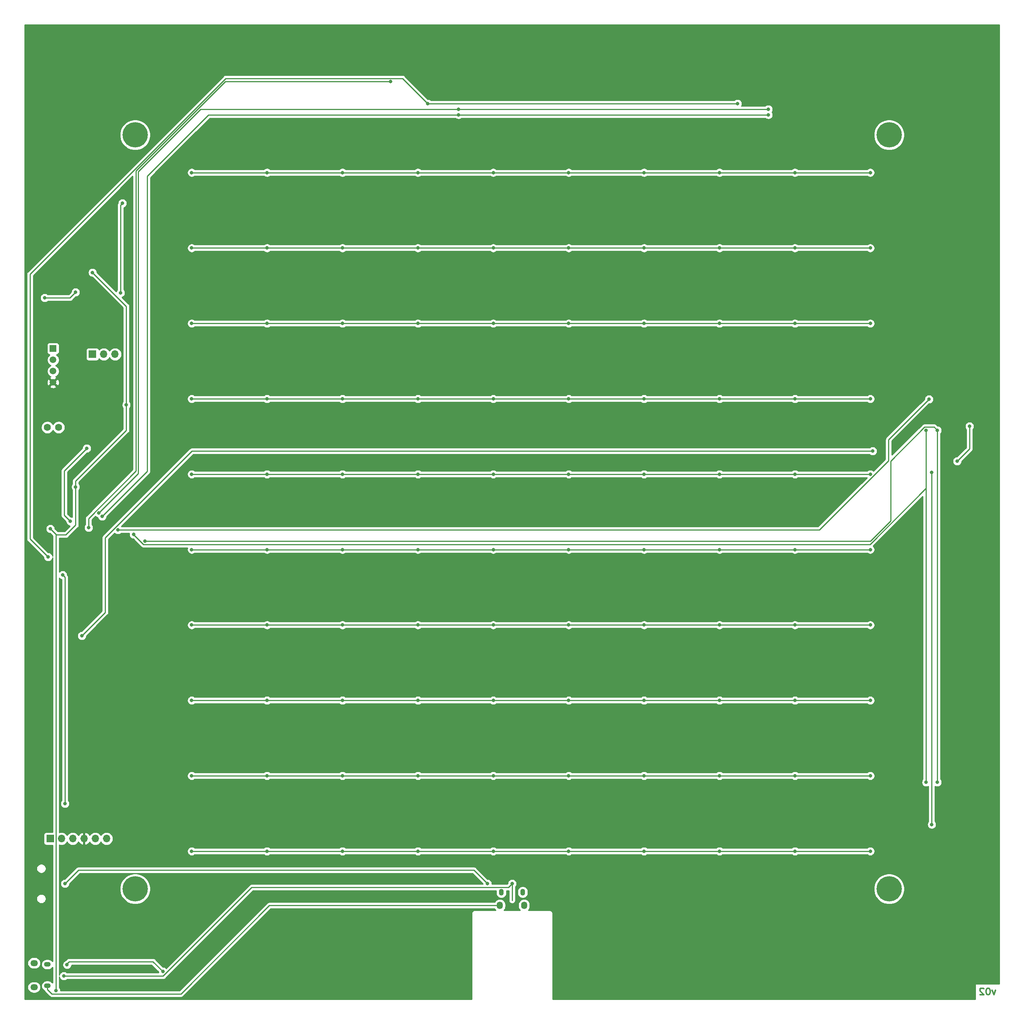
<source format=gbl>
G04 #@! TF.GenerationSoftware,KiCad,Pcbnew,5.1.4-3.fc31*
G04 #@! TF.CreationDate,2019-12-02T16:48:44+01:00*
G04 #@! TF.ProjectId,WordclockPCB,576f7264-636c-46f6-936b-5043422e6b69,rev?*
G04 #@! TF.SameCoordinates,Original*
G04 #@! TF.FileFunction,Copper,L2,Bot*
G04 #@! TF.FilePolarity,Positive*
%FSLAX46Y46*%
G04 Gerber Fmt 4.6, Leading zero omitted, Abs format (unit mm)*
G04 Created by KiCad (PCBNEW 5.1.4-3.fc31) date 2019-12-02 16:48:44*
%MOMM*%
%LPD*%
G04 APERTURE LIST*
%ADD10C,0.300000*%
%ADD11C,5.700000*%
%ADD12O,1.700000X1.350000*%
%ADD13O,1.500000X1.100000*%
%ADD14O,1.100000X1.500000*%
%ADD15O,1.350000X1.700000*%
%ADD16R,1.700000X1.700000*%
%ADD17O,1.700000X1.700000*%
%ADD18C,1.600000*%
%ADD19R,1.500000X1.500000*%
%ADD20C,1.500000*%
%ADD21C,0.800000*%
%ADD22C,0.250000*%
%ADD23C,0.254000*%
G04 APERTURE END LIST*
D10*
X304473714Y-218382571D02*
X304116571Y-219382571D01*
X303759428Y-218382571D01*
X302902285Y-217882571D02*
X302759428Y-217882571D01*
X302616571Y-217954000D01*
X302545142Y-218025428D01*
X302473714Y-218168285D01*
X302402285Y-218454000D01*
X302402285Y-218811142D01*
X302473714Y-219096857D01*
X302545142Y-219239714D01*
X302616571Y-219311142D01*
X302759428Y-219382571D01*
X302902285Y-219382571D01*
X303045142Y-219311142D01*
X303116571Y-219239714D01*
X303188000Y-219096857D01*
X303259428Y-218811142D01*
X303259428Y-218454000D01*
X303188000Y-218168285D01*
X303116571Y-218025428D01*
X303045142Y-217954000D01*
X302902285Y-217882571D01*
X301830857Y-218025428D02*
X301759428Y-217954000D01*
X301616571Y-217882571D01*
X301259428Y-217882571D01*
X301116571Y-217954000D01*
X301045142Y-218025428D01*
X300973714Y-218168285D01*
X300973714Y-218311142D01*
X301045142Y-218525428D01*
X301902285Y-219382571D01*
X300973714Y-219382571D01*
D11*
X110500000Y-25500000D03*
X280500000Y-25500000D03*
X280500000Y-195500000D03*
X110500000Y-195500000D03*
D12*
X87705000Y-217680000D03*
X87705000Y-212220000D03*
D13*
X90705000Y-217370000D03*
X90705000Y-212530000D03*
D14*
X193055000Y-196245000D03*
X197895000Y-196245000D03*
D15*
X192745000Y-199245000D03*
X198205000Y-199245000D03*
D16*
X100885000Y-74940000D03*
D17*
X103425000Y-74940000D03*
X105965000Y-74940000D03*
D18*
X90725000Y-91450000D03*
X93265000Y-91450000D03*
D16*
X91360000Y-184160000D03*
D17*
X93900000Y-184160000D03*
X96440000Y-184160000D03*
X98980000Y-184160000D03*
X101520000Y-184160000D03*
X104060000Y-184160000D03*
D19*
X91995000Y-73670000D03*
D20*
X91995000Y-76210000D03*
X91995000Y-78750000D03*
X91995000Y-81290000D03*
D21*
X242236000Y-7884000D03*
X249856000Y-8392000D03*
X202612000Y-193304000D03*
X100885000Y-56525000D03*
X108505000Y-86370000D03*
X91360000Y-114310000D03*
X92630000Y-218450000D03*
X97075000Y-104855000D03*
X107235000Y-61097000D03*
X107616000Y-40904000D03*
X298624000Y-91196000D03*
X295830000Y-99070000D03*
X99600000Y-96164000D03*
X95900000Y-112630000D03*
X94662000Y-176286000D03*
X94154000Y-124724000D03*
X123250000Y-187000000D03*
X140250000Y-187000000D03*
X157250000Y-187000000D03*
X123250000Y-187000000D03*
X174250000Y-187000000D03*
X191250000Y-187000000D03*
X208250000Y-187000000D03*
X225250000Y-187000000D03*
X242250000Y-187000000D03*
X259250000Y-187000000D03*
X276250000Y-187000000D03*
X259250000Y-170000000D03*
X242250000Y-170000000D03*
X225250000Y-170000000D03*
X208250000Y-170000000D03*
X191250000Y-170000000D03*
X174250000Y-170000000D03*
X157250000Y-170000000D03*
X140250000Y-170000000D03*
X123250000Y-170000000D03*
X276250000Y-170000000D03*
X259250000Y-153000000D03*
X242250000Y-153000000D03*
X225250000Y-153000000D03*
X123250000Y-153000000D03*
X140250000Y-153000000D03*
X157250000Y-153000000D03*
X174250000Y-153000000D03*
X191250000Y-153000000D03*
X208250000Y-153000000D03*
X276250000Y-153000000D03*
X259250000Y-136000000D03*
X242250000Y-136000000D03*
X225250000Y-136000000D03*
X208250000Y-136000000D03*
X191250000Y-136000000D03*
X174250000Y-136000000D03*
X157250000Y-136000000D03*
X140250000Y-136000000D03*
X123250000Y-136000000D03*
X276250000Y-136000000D03*
X123250000Y-119000000D03*
X140250000Y-119000000D03*
X157250000Y-119000000D03*
X174250000Y-119000000D03*
X191250000Y-119000000D03*
X208250000Y-119000000D03*
X225250000Y-119000000D03*
X242250000Y-119000000D03*
X259250000Y-119000000D03*
X276250000Y-119000000D03*
X259250000Y-102000000D03*
X242250000Y-102000000D03*
X225250000Y-102000000D03*
X208250000Y-102000000D03*
X191250000Y-102000000D03*
X174250000Y-102000000D03*
X157250000Y-102000000D03*
X140250000Y-102000000D03*
X123250000Y-102000000D03*
X276250000Y-102000000D03*
X123250000Y-85000000D03*
X140250000Y-85000000D03*
X157250000Y-85000000D03*
X174250000Y-85000000D03*
X191250000Y-85000000D03*
X208250000Y-85000000D03*
X225250000Y-85000000D03*
X242250000Y-85000000D03*
X259250000Y-85000000D03*
X276250000Y-85000000D03*
X259250000Y-68000000D03*
X242250000Y-68000000D03*
X225250000Y-68000000D03*
X208250000Y-68000000D03*
X191250000Y-68000000D03*
X174250000Y-68000000D03*
X157250000Y-68000000D03*
X140250000Y-68000000D03*
X123250000Y-68000000D03*
X276250000Y-68000000D03*
X123250000Y-51000000D03*
X140250000Y-51000000D03*
X157250000Y-51000000D03*
X174250000Y-51000000D03*
X191250000Y-51000000D03*
X208250000Y-51000000D03*
X225250000Y-51000000D03*
X242250000Y-51000000D03*
X259250000Y-51000000D03*
X276250000Y-51000000D03*
X259250000Y-34000000D03*
X242250000Y-34000000D03*
X225250000Y-34000000D03*
X208250000Y-34000000D03*
X191250000Y-34000000D03*
X174250000Y-34000000D03*
X157250000Y-34000000D03*
X140250000Y-34000000D03*
X123250000Y-34000000D03*
X276250000Y-34000000D03*
X94662000Y-194320000D03*
X189912000Y-194320000D03*
X116760000Y-214132000D03*
X95133001Y-212608000D03*
X94408000Y-215148000D03*
X195500000Y-194320000D03*
X90090000Y-62240000D03*
X97075000Y-60970000D03*
X290115000Y-101610000D03*
X290115000Y-180985000D03*
X98472000Y-138440000D03*
X276780000Y-96784000D03*
X288845000Y-92085000D03*
X288845000Y-171460000D03*
X110156000Y-115580000D03*
X291385000Y-92085000D03*
X291385000Y-171460000D03*
X112696000Y-117104000D03*
X106600000Y-114564000D03*
X289480000Y-85100000D03*
X246300000Y-18425000D03*
X176450000Y-18425000D03*
X90852000Y-120660000D03*
X99996000Y-114056000D03*
X168068000Y-13472000D03*
X183435000Y-20965000D03*
X253285000Y-20965000D03*
X103044000Y-111516000D03*
X183435000Y-19695000D03*
X253285000Y-19695000D03*
X102282000Y-110754000D03*
D22*
X100885000Y-56525000D02*
X108505000Y-64145000D01*
X108505000Y-64145000D02*
X108505000Y-86370000D01*
X108505000Y-86370000D02*
X108505000Y-86370000D01*
X108505000Y-86370000D02*
X108505000Y-92085000D01*
X108505000Y-92085000D02*
X97075000Y-103515000D01*
X97075000Y-103515000D02*
X97075000Y-103515000D01*
X94883001Y-115670001D02*
X92720001Y-115670001D01*
X97075000Y-113478002D02*
X94883001Y-115670001D01*
X92720001Y-115670001D02*
X91360000Y-114310000D01*
X91360000Y-114310000D02*
X91360000Y-114310000D01*
X92630000Y-115760002D02*
X92720001Y-115670001D01*
X92630000Y-218450000D02*
X92630000Y-115760002D01*
X97075000Y-103515000D02*
X97075000Y-104855000D01*
X97075000Y-104855000D02*
X97075000Y-113478002D01*
X107235000Y-61097000D02*
X107235000Y-41285000D01*
X107235000Y-41285000D02*
X107616000Y-40904000D01*
X107616000Y-40904000D02*
X107616000Y-40904000D01*
X298624000Y-96276000D02*
X295830000Y-99070000D01*
X298624000Y-91196000D02*
X298624000Y-96276000D01*
X94535000Y-101229000D02*
X99600000Y-96164000D01*
X94535000Y-111265000D02*
X95900000Y-112630000D01*
X94535000Y-111015000D02*
X94535000Y-101229000D01*
X94535000Y-111015000D02*
X94535000Y-111265000D01*
X94662000Y-176286000D02*
X94662000Y-125232000D01*
X94662000Y-125232000D02*
X94154000Y-124724000D01*
X123250000Y-187000000D02*
X140250000Y-187000000D01*
X140250000Y-187000000D02*
X157250000Y-187000000D01*
X157250000Y-187000000D02*
X174250000Y-187000000D01*
X225250000Y-187000000D02*
X242250000Y-187000000D01*
X242250000Y-187000000D02*
X259250000Y-187000000D01*
X225250000Y-187000000D02*
X174250000Y-187000000D01*
X259250000Y-187000000D02*
X276250000Y-187000000D01*
X123250000Y-170000000D02*
X140250000Y-170000000D01*
X140250000Y-170000000D02*
X157250000Y-170000000D01*
X157250000Y-170000000D02*
X174250000Y-170000000D01*
X174250000Y-170000000D02*
X208250000Y-170000000D01*
X208250000Y-170000000D02*
X259250000Y-170000000D01*
X259250000Y-170000000D02*
X276250000Y-170000000D01*
X259250000Y-153000000D02*
X123250000Y-153000000D01*
X276250000Y-153000000D02*
X259250000Y-153000000D01*
X123250000Y-136000000D02*
X140250000Y-136000000D01*
X140250000Y-136000000D02*
X157250000Y-136000000D01*
X157250000Y-136000000D02*
X174250000Y-136000000D01*
X174250000Y-136000000D02*
X191250000Y-136000000D01*
X191250000Y-136000000D02*
X208250000Y-136000000D01*
X208250000Y-136000000D02*
X225250000Y-136000000D01*
X225250000Y-136000000D02*
X259250000Y-136000000D01*
X259250000Y-136000000D02*
X276250000Y-136000000D01*
X259250000Y-119000000D02*
X123250000Y-119000000D01*
X259250000Y-119000000D02*
X276250000Y-119000000D01*
X123250000Y-102000000D02*
X259250000Y-102000000D01*
X259250000Y-102000000D02*
X276250000Y-102000000D01*
X259250000Y-85000000D02*
X123250000Y-85000000D01*
X259250000Y-85000000D02*
X276250000Y-85000000D01*
X123250000Y-68000000D02*
X259250000Y-68000000D01*
X259250000Y-68000000D02*
X276250000Y-68000000D01*
X259250000Y-51000000D02*
X123250000Y-51000000D01*
X259250000Y-51000000D02*
X276250000Y-51000000D01*
X123250000Y-34000000D02*
X259250000Y-34000000D01*
X259250000Y-34000000D02*
X276250000Y-34000000D01*
X192745000Y-199245000D02*
X140755000Y-199245000D01*
X90705000Y-218170000D02*
X90705000Y-217370000D01*
X91710001Y-219175001D02*
X90705000Y-218170000D01*
X120824999Y-219175001D02*
X91710001Y-219175001D01*
X140755000Y-199245000D02*
X120824999Y-219175001D01*
X94662000Y-194320000D02*
X94662000Y-194320000D01*
X97732000Y-191250000D02*
X95061999Y-193920001D01*
X186842000Y-191250000D02*
X97732000Y-191250000D01*
X95061999Y-193920001D02*
X94662000Y-194320000D01*
X189912000Y-194320000D02*
X186842000Y-191250000D01*
X95641001Y-211882999D02*
X95133001Y-212390999D01*
X116760000Y-214132000D02*
X114510999Y-211882999D01*
X114510999Y-211882999D02*
X95641001Y-211882999D01*
X95133001Y-212390999D02*
X95133001Y-212608000D01*
X95133001Y-212608000D02*
X95133001Y-212608000D01*
X195500000Y-198079227D02*
X195500000Y-194320000D01*
X195500000Y-194320000D02*
X195500000Y-194320000D01*
X94408000Y-215148000D02*
X116817002Y-215148000D01*
X195100001Y-194719999D02*
X195500000Y-194320000D01*
X116817002Y-215148000D02*
X136795012Y-195169990D01*
X136795012Y-195169990D02*
X194650010Y-195169990D01*
X194650010Y-195169990D02*
X195100001Y-194719999D01*
X90090000Y-62240000D02*
X95805000Y-62240000D01*
X95805000Y-62240000D02*
X97075000Y-60970000D01*
X97075000Y-60970000D02*
X97075000Y-60970000D01*
X290115000Y-101610000D02*
X290115000Y-180350000D01*
X290115000Y-180350000D02*
X290115000Y-180985000D01*
X290115000Y-180985000D02*
X290115000Y-180985000D01*
X103769001Y-116321997D02*
X123306998Y-96784000D01*
X98472000Y-138440000D02*
X103769001Y-133142999D01*
X103769001Y-133142999D02*
X103769001Y-116321997D01*
X123306998Y-96784000D02*
X276780000Y-96784000D01*
X276780000Y-96784000D02*
X276780000Y-96784000D01*
X288845000Y-92085000D02*
X288845000Y-171460000D01*
X288845000Y-171460000D02*
X288845000Y-171460000D01*
X112347999Y-117829001D02*
X110156000Y-115637002D01*
X276183409Y-117829001D02*
X112347999Y-117829001D01*
X288845000Y-92085000D02*
X288845000Y-105167410D01*
X288845000Y-105167410D02*
X276183409Y-117829001D01*
X110156000Y-115637002D02*
X110156000Y-115580000D01*
X110156000Y-115580000D02*
X110156000Y-115580000D01*
X291385000Y-92085000D02*
X291385000Y-171460000D01*
X291385000Y-171460000D02*
X291385000Y-171460000D01*
X288496999Y-91359999D02*
X280844000Y-99012998D01*
X291385000Y-92085000D02*
X290659999Y-91359999D01*
X290659999Y-91359999D02*
X288496999Y-91359999D01*
X280844000Y-99012998D02*
X280844000Y-112532000D01*
X276272000Y-117104000D02*
X112696000Y-117104000D01*
X280844000Y-112532000D02*
X276272000Y-117104000D01*
X280393990Y-98929012D02*
X280393990Y-94186010D01*
X106600000Y-114564000D02*
X264759002Y-114564000D01*
X264759002Y-114564000D02*
X280393990Y-98929012D01*
X280393990Y-94186010D02*
X289480000Y-85100000D01*
X289480000Y-85100000D02*
X289480000Y-85100000D01*
X246300000Y-18425000D02*
X176450000Y-18425000D01*
X176450000Y-18425000D02*
X176450000Y-18425000D01*
X130944181Y-12746999D02*
X170771999Y-12746999D01*
X170771999Y-12746999D02*
X176050001Y-18025001D01*
X86788000Y-116596000D02*
X86788000Y-56903180D01*
X176050001Y-18025001D02*
X176450000Y-18425000D01*
X90852000Y-120660000D02*
X86788000Y-116596000D01*
X86788000Y-56903180D02*
X130944181Y-12746999D01*
X110721991Y-33605599D02*
X130855590Y-13472000D01*
X110721990Y-101241008D02*
X110721991Y-33605599D01*
X99996000Y-114056000D02*
X99996000Y-111966998D01*
X99996000Y-111966998D02*
X110721990Y-101241008D01*
X130855590Y-13472000D02*
X168068000Y-13472000D01*
X168068000Y-13472000D02*
X168068000Y-13472000D01*
X183435000Y-20965000D02*
X253285000Y-20965000D01*
X113204000Y-101356000D02*
X113204000Y-34808000D01*
X103044000Y-111516000D02*
X113204000Y-101356000D01*
X127047000Y-20965000D02*
X183435000Y-20965000D01*
X113204000Y-34808000D02*
X127047000Y-20965000D01*
X253285000Y-19695000D02*
X183435000Y-19695000D01*
X111172000Y-101864000D02*
X111172000Y-33792000D01*
X125269000Y-19695000D02*
X183435000Y-19695000D01*
X111172000Y-33792000D02*
X125269000Y-19695000D01*
X102282000Y-110754000D02*
X111172000Y-101864000D01*
D23*
G36*
X305340000Y-216914000D02*
G01*
X299903000Y-216914000D01*
X299903000Y-220340000D01*
X204660000Y-220340000D01*
X204660000Y-201032419D01*
X204663193Y-201000000D01*
X204650450Y-200870617D01*
X204612710Y-200746207D01*
X204551425Y-200631550D01*
X204468948Y-200531052D01*
X204368450Y-200448575D01*
X204253793Y-200387290D01*
X204129383Y-200349550D01*
X204032419Y-200340000D01*
X204000000Y-200336807D01*
X203967581Y-200340000D01*
X199144649Y-200340000D01*
X199299495Y-200151318D01*
X199421138Y-199923740D01*
X199496045Y-199676804D01*
X199515000Y-199484350D01*
X199515000Y-199005649D01*
X199496045Y-198813195D01*
X199421138Y-198566259D01*
X199299495Y-198338682D01*
X199135792Y-198139208D01*
X198936317Y-197975505D01*
X198708740Y-197853862D01*
X198461804Y-197778955D01*
X198205000Y-197753662D01*
X197948195Y-197778955D01*
X197701259Y-197853862D01*
X197473682Y-197975505D01*
X197274208Y-198139208D01*
X197110505Y-198338683D01*
X196988862Y-198566260D01*
X196913955Y-198813196D01*
X196895000Y-199005650D01*
X196895000Y-199484351D01*
X196913955Y-199676805D01*
X196988862Y-199923741D01*
X197110505Y-200151318D01*
X197265352Y-200340000D01*
X193684649Y-200340000D01*
X193839495Y-200151318D01*
X193961138Y-199923740D01*
X194036045Y-199676804D01*
X194055000Y-199484350D01*
X194055000Y-199005649D01*
X194036045Y-198813195D01*
X193961138Y-198566259D01*
X193839495Y-198338682D01*
X193675792Y-198139208D01*
X193476317Y-197975505D01*
X193248740Y-197853862D01*
X193001804Y-197778955D01*
X192745000Y-197753662D01*
X192488195Y-197778955D01*
X192241259Y-197853862D01*
X192013682Y-197975505D01*
X191814208Y-198139208D01*
X191650505Y-198338683D01*
X191572297Y-198485000D01*
X140792325Y-198485000D01*
X140755000Y-198481324D01*
X140717675Y-198485000D01*
X140717667Y-198485000D01*
X140606014Y-198495997D01*
X140462753Y-198539454D01*
X140330724Y-198610026D01*
X140214999Y-198704999D01*
X140191201Y-198733997D01*
X120510198Y-218415001D01*
X93665000Y-218415001D01*
X93665000Y-218348061D01*
X93625226Y-218148102D01*
X93547205Y-217959744D01*
X93433937Y-217790226D01*
X93390000Y-217746289D01*
X93390000Y-215335404D01*
X93412774Y-215449898D01*
X93490795Y-215638256D01*
X93604063Y-215807774D01*
X93748226Y-215951937D01*
X93917744Y-216065205D01*
X94106102Y-216143226D01*
X94306061Y-216183000D01*
X94509939Y-216183000D01*
X94709898Y-216143226D01*
X94898256Y-216065205D01*
X95067774Y-215951937D01*
X95111711Y-215908000D01*
X116779680Y-215908000D01*
X116817002Y-215911676D01*
X116854324Y-215908000D01*
X116854335Y-215908000D01*
X116965988Y-215897003D01*
X117109249Y-215853546D01*
X117241278Y-215782974D01*
X117357003Y-215688001D01*
X117380806Y-215658997D01*
X137109814Y-195929990D01*
X191875595Y-195929990D01*
X191870000Y-195986794D01*
X191870000Y-196503207D01*
X191887147Y-196677300D01*
X191954906Y-196900674D01*
X192064943Y-197106536D01*
X192213026Y-197286975D01*
X192393465Y-197435058D01*
X192599327Y-197545094D01*
X192822701Y-197612853D01*
X193055000Y-197635733D01*
X193287300Y-197612853D01*
X193510674Y-197545094D01*
X193716536Y-197435058D01*
X193896975Y-197286975D01*
X194045058Y-197106536D01*
X194155094Y-196900673D01*
X194222853Y-196677299D01*
X194240000Y-196503206D01*
X194240000Y-195986793D01*
X194234405Y-195929990D01*
X194612688Y-195929990D01*
X194650010Y-195933666D01*
X194687332Y-195929990D01*
X194687343Y-195929990D01*
X194740001Y-195924804D01*
X194740000Y-198116559D01*
X194750997Y-198228212D01*
X194794454Y-198371473D01*
X194865026Y-198503502D01*
X194959999Y-198619228D01*
X195075724Y-198714201D01*
X195207753Y-198784773D01*
X195351014Y-198828230D01*
X195500000Y-198842904D01*
X195648985Y-198828230D01*
X195792246Y-198784773D01*
X195924275Y-198714201D01*
X196040001Y-198619228D01*
X196134974Y-198503503D01*
X196205546Y-198371474D01*
X196249003Y-198228213D01*
X196260000Y-198116560D01*
X196260000Y-195986794D01*
X196710000Y-195986794D01*
X196710000Y-196503207D01*
X196727147Y-196677300D01*
X196794906Y-196900674D01*
X196904943Y-197106536D01*
X197053026Y-197286975D01*
X197233465Y-197435058D01*
X197439327Y-197545094D01*
X197662701Y-197612853D01*
X197895000Y-197635733D01*
X198127300Y-197612853D01*
X198350674Y-197545094D01*
X198556536Y-197435058D01*
X198736975Y-197286975D01*
X198885058Y-197106536D01*
X198995094Y-196900673D01*
X199062853Y-196677299D01*
X199080000Y-196503206D01*
X199080000Y-195986793D01*
X199062853Y-195812700D01*
X198995094Y-195589326D01*
X198885058Y-195383464D01*
X198736975Y-195203025D01*
X198680599Y-195156758D01*
X277015000Y-195156758D01*
X277015000Y-195843242D01*
X277148927Y-196516537D01*
X277411633Y-197150766D01*
X277793024Y-197721558D01*
X278278442Y-198206976D01*
X278849234Y-198588367D01*
X279483463Y-198851073D01*
X280156758Y-198985000D01*
X280843242Y-198985000D01*
X281516537Y-198851073D01*
X282150766Y-198588367D01*
X282721558Y-198206976D01*
X283206976Y-197721558D01*
X283588367Y-197150766D01*
X283851073Y-196516537D01*
X283985000Y-195843242D01*
X283985000Y-195156758D01*
X283851073Y-194483463D01*
X283588367Y-193849234D01*
X283206976Y-193278442D01*
X282721558Y-192793024D01*
X282150766Y-192411633D01*
X281516537Y-192148927D01*
X280843242Y-192015000D01*
X280156758Y-192015000D01*
X279483463Y-192148927D01*
X278849234Y-192411633D01*
X278278442Y-192793024D01*
X277793024Y-193278442D01*
X277411633Y-193849234D01*
X277148927Y-194483463D01*
X277015000Y-195156758D01*
X198680599Y-195156758D01*
X198556535Y-195054942D01*
X198350673Y-194944906D01*
X198127299Y-194877147D01*
X197895000Y-194854267D01*
X197662700Y-194877147D01*
X197439326Y-194944906D01*
X197233464Y-195054942D01*
X197053025Y-195203025D01*
X196904942Y-195383465D01*
X196794906Y-195589327D01*
X196727147Y-195812701D01*
X196710000Y-195986794D01*
X196260000Y-195986794D01*
X196260000Y-195023711D01*
X196303937Y-194979774D01*
X196417205Y-194810256D01*
X196495226Y-194621898D01*
X196535000Y-194421939D01*
X196535000Y-194218061D01*
X196495226Y-194018102D01*
X196417205Y-193829744D01*
X196303937Y-193660226D01*
X196159774Y-193516063D01*
X195990256Y-193402795D01*
X195801898Y-193324774D01*
X195601939Y-193285000D01*
X195398061Y-193285000D01*
X195198102Y-193324774D01*
X195009744Y-193402795D01*
X194840226Y-193516063D01*
X194696063Y-193660226D01*
X194582795Y-193829744D01*
X194504774Y-194018102D01*
X194465000Y-194218061D01*
X194465000Y-194280198D01*
X194335209Y-194409990D01*
X190947000Y-194409990D01*
X190947000Y-194218061D01*
X190907226Y-194018102D01*
X190829205Y-193829744D01*
X190715937Y-193660226D01*
X190571774Y-193516063D01*
X190402256Y-193402795D01*
X190213898Y-193324774D01*
X190013939Y-193285000D01*
X189951802Y-193285000D01*
X187405804Y-190739003D01*
X187382001Y-190709999D01*
X187266276Y-190615026D01*
X187134247Y-190544454D01*
X186990986Y-190500997D01*
X186879333Y-190490000D01*
X186879322Y-190490000D01*
X186842000Y-190486324D01*
X186804678Y-190490000D01*
X97769333Y-190490000D01*
X97732000Y-190486323D01*
X97694667Y-190490000D01*
X97583014Y-190500997D01*
X97439753Y-190544454D01*
X97307724Y-190615026D01*
X97191999Y-190709999D01*
X97168201Y-190738997D01*
X94622199Y-193285000D01*
X94560061Y-193285000D01*
X94360102Y-193324774D01*
X94171744Y-193402795D01*
X94002226Y-193516063D01*
X93858063Y-193660226D01*
X93744795Y-193829744D01*
X93666774Y-194018102D01*
X93627000Y-194218061D01*
X93627000Y-194421939D01*
X93666774Y-194621898D01*
X93744795Y-194810256D01*
X93858063Y-194979774D01*
X94002226Y-195123937D01*
X94171744Y-195237205D01*
X94360102Y-195315226D01*
X94560061Y-195355000D01*
X94763939Y-195355000D01*
X94963898Y-195315226D01*
X95152256Y-195237205D01*
X95272653Y-195156758D01*
X107015000Y-195156758D01*
X107015000Y-195843242D01*
X107148927Y-196516537D01*
X107411633Y-197150766D01*
X107793024Y-197721558D01*
X108278442Y-198206976D01*
X108849234Y-198588367D01*
X109483463Y-198851073D01*
X110156758Y-198985000D01*
X110843242Y-198985000D01*
X111516537Y-198851073D01*
X112150766Y-198588367D01*
X112721558Y-198206976D01*
X113206976Y-197721558D01*
X113588367Y-197150766D01*
X113851073Y-196516537D01*
X113985000Y-195843242D01*
X113985000Y-195156758D01*
X113851073Y-194483463D01*
X113588367Y-193849234D01*
X113206976Y-193278442D01*
X112721558Y-192793024D01*
X112150766Y-192411633D01*
X111516537Y-192148927D01*
X110843242Y-192015000D01*
X110156758Y-192015000D01*
X109483463Y-192148927D01*
X108849234Y-192411633D01*
X108278442Y-192793024D01*
X107793024Y-193278442D01*
X107411633Y-193849234D01*
X107148927Y-194483463D01*
X107015000Y-195156758D01*
X95272653Y-195156758D01*
X95321774Y-195123937D01*
X95465937Y-194979774D01*
X95579205Y-194810256D01*
X95657226Y-194621898D01*
X95697000Y-194421939D01*
X95697000Y-194359801D01*
X98046802Y-192010000D01*
X186527199Y-192010000D01*
X188877000Y-194359802D01*
X188877000Y-194409990D01*
X136832337Y-194409990D01*
X136795012Y-194406314D01*
X136757687Y-194409990D01*
X136757679Y-194409990D01*
X136646026Y-194420987D01*
X136502765Y-194464444D01*
X136370736Y-194535016D01*
X136255011Y-194629989D01*
X136231213Y-194658987D01*
X117490956Y-213399245D01*
X117419774Y-213328063D01*
X117250256Y-213214795D01*
X117061898Y-213136774D01*
X116861939Y-213097000D01*
X116799802Y-213097000D01*
X115074803Y-211372002D01*
X115051000Y-211342998D01*
X114935275Y-211248025D01*
X114803246Y-211177453D01*
X114659985Y-211133996D01*
X114548332Y-211122999D01*
X114548321Y-211122999D01*
X114510999Y-211119323D01*
X114473677Y-211122999D01*
X95678323Y-211122999D01*
X95641000Y-211119323D01*
X95603677Y-211122999D01*
X95603668Y-211122999D01*
X95492015Y-211133996D01*
X95348754Y-211177453D01*
X95216725Y-211248025D01*
X95101000Y-211342998D01*
X95077201Y-211371997D01*
X94837746Y-211611453D01*
X94831103Y-211612774D01*
X94642745Y-211690795D01*
X94473227Y-211804063D01*
X94329064Y-211948226D01*
X94215796Y-212117744D01*
X94137775Y-212306102D01*
X94098001Y-212506061D01*
X94098001Y-212709939D01*
X94137775Y-212909898D01*
X94215796Y-213098256D01*
X94329064Y-213267774D01*
X94473227Y-213411937D01*
X94642745Y-213525205D01*
X94831103Y-213603226D01*
X95031062Y-213643000D01*
X95234940Y-213643000D01*
X95434899Y-213603226D01*
X95623257Y-213525205D01*
X95792775Y-213411937D01*
X95936938Y-213267774D01*
X96050206Y-213098256D01*
X96128227Y-212909898D01*
X96168001Y-212709939D01*
X96168001Y-212642999D01*
X114196198Y-212642999D01*
X115725000Y-214171802D01*
X115725000Y-214233939D01*
X115755644Y-214388000D01*
X95111711Y-214388000D01*
X95067774Y-214344063D01*
X94898256Y-214230795D01*
X94709898Y-214152774D01*
X94509939Y-214113000D01*
X94306061Y-214113000D01*
X94106102Y-214152774D01*
X93917744Y-214230795D01*
X93748226Y-214344063D01*
X93604063Y-214488226D01*
X93490795Y-214657744D01*
X93412774Y-214846102D01*
X93390000Y-214960596D01*
X93390000Y-186898061D01*
X122215000Y-186898061D01*
X122215000Y-187101939D01*
X122254774Y-187301898D01*
X122332795Y-187490256D01*
X122446063Y-187659774D01*
X122590226Y-187803937D01*
X122759744Y-187917205D01*
X122948102Y-187995226D01*
X123148061Y-188035000D01*
X123351939Y-188035000D01*
X123551898Y-187995226D01*
X123740256Y-187917205D01*
X123909774Y-187803937D01*
X123953711Y-187760000D01*
X139546289Y-187760000D01*
X139590226Y-187803937D01*
X139759744Y-187917205D01*
X139948102Y-187995226D01*
X140148061Y-188035000D01*
X140351939Y-188035000D01*
X140551898Y-187995226D01*
X140740256Y-187917205D01*
X140909774Y-187803937D01*
X140953711Y-187760000D01*
X156546289Y-187760000D01*
X156590226Y-187803937D01*
X156759744Y-187917205D01*
X156948102Y-187995226D01*
X157148061Y-188035000D01*
X157351939Y-188035000D01*
X157551898Y-187995226D01*
X157740256Y-187917205D01*
X157909774Y-187803937D01*
X157953711Y-187760000D01*
X173546289Y-187760000D01*
X173590226Y-187803937D01*
X173759744Y-187917205D01*
X173948102Y-187995226D01*
X174148061Y-188035000D01*
X174351939Y-188035000D01*
X174551898Y-187995226D01*
X174740256Y-187917205D01*
X174909774Y-187803937D01*
X174953711Y-187760000D01*
X190546289Y-187760000D01*
X190590226Y-187803937D01*
X190759744Y-187917205D01*
X190948102Y-187995226D01*
X191148061Y-188035000D01*
X191351939Y-188035000D01*
X191551898Y-187995226D01*
X191740256Y-187917205D01*
X191909774Y-187803937D01*
X191953711Y-187760000D01*
X207546289Y-187760000D01*
X207590226Y-187803937D01*
X207759744Y-187917205D01*
X207948102Y-187995226D01*
X208148061Y-188035000D01*
X208351939Y-188035000D01*
X208551898Y-187995226D01*
X208740256Y-187917205D01*
X208909774Y-187803937D01*
X208953711Y-187760000D01*
X224546289Y-187760000D01*
X224590226Y-187803937D01*
X224759744Y-187917205D01*
X224948102Y-187995226D01*
X225148061Y-188035000D01*
X225351939Y-188035000D01*
X225551898Y-187995226D01*
X225740256Y-187917205D01*
X225909774Y-187803937D01*
X225953711Y-187760000D01*
X241546289Y-187760000D01*
X241590226Y-187803937D01*
X241759744Y-187917205D01*
X241948102Y-187995226D01*
X242148061Y-188035000D01*
X242351939Y-188035000D01*
X242551898Y-187995226D01*
X242740256Y-187917205D01*
X242909774Y-187803937D01*
X242953711Y-187760000D01*
X258546289Y-187760000D01*
X258590226Y-187803937D01*
X258759744Y-187917205D01*
X258948102Y-187995226D01*
X259148061Y-188035000D01*
X259351939Y-188035000D01*
X259551898Y-187995226D01*
X259740256Y-187917205D01*
X259909774Y-187803937D01*
X259953711Y-187760000D01*
X275546289Y-187760000D01*
X275590226Y-187803937D01*
X275759744Y-187917205D01*
X275948102Y-187995226D01*
X276148061Y-188035000D01*
X276351939Y-188035000D01*
X276551898Y-187995226D01*
X276740256Y-187917205D01*
X276909774Y-187803937D01*
X277053937Y-187659774D01*
X277167205Y-187490256D01*
X277245226Y-187301898D01*
X277285000Y-187101939D01*
X277285000Y-186898061D01*
X277245226Y-186698102D01*
X277167205Y-186509744D01*
X277053937Y-186340226D01*
X276909774Y-186196063D01*
X276740256Y-186082795D01*
X276551898Y-186004774D01*
X276351939Y-185965000D01*
X276148061Y-185965000D01*
X275948102Y-186004774D01*
X275759744Y-186082795D01*
X275590226Y-186196063D01*
X275546289Y-186240000D01*
X259953711Y-186240000D01*
X259909774Y-186196063D01*
X259740256Y-186082795D01*
X259551898Y-186004774D01*
X259351939Y-185965000D01*
X259148061Y-185965000D01*
X258948102Y-186004774D01*
X258759744Y-186082795D01*
X258590226Y-186196063D01*
X258546289Y-186240000D01*
X242953711Y-186240000D01*
X242909774Y-186196063D01*
X242740256Y-186082795D01*
X242551898Y-186004774D01*
X242351939Y-185965000D01*
X242148061Y-185965000D01*
X241948102Y-186004774D01*
X241759744Y-186082795D01*
X241590226Y-186196063D01*
X241546289Y-186240000D01*
X225953711Y-186240000D01*
X225909774Y-186196063D01*
X225740256Y-186082795D01*
X225551898Y-186004774D01*
X225351939Y-185965000D01*
X225148061Y-185965000D01*
X224948102Y-186004774D01*
X224759744Y-186082795D01*
X224590226Y-186196063D01*
X224546289Y-186240000D01*
X208953711Y-186240000D01*
X208909774Y-186196063D01*
X208740256Y-186082795D01*
X208551898Y-186004774D01*
X208351939Y-185965000D01*
X208148061Y-185965000D01*
X207948102Y-186004774D01*
X207759744Y-186082795D01*
X207590226Y-186196063D01*
X207546289Y-186240000D01*
X191953711Y-186240000D01*
X191909774Y-186196063D01*
X191740256Y-186082795D01*
X191551898Y-186004774D01*
X191351939Y-185965000D01*
X191148061Y-185965000D01*
X190948102Y-186004774D01*
X190759744Y-186082795D01*
X190590226Y-186196063D01*
X190546289Y-186240000D01*
X174953711Y-186240000D01*
X174909774Y-186196063D01*
X174740256Y-186082795D01*
X174551898Y-186004774D01*
X174351939Y-185965000D01*
X174148061Y-185965000D01*
X173948102Y-186004774D01*
X173759744Y-186082795D01*
X173590226Y-186196063D01*
X173546289Y-186240000D01*
X157953711Y-186240000D01*
X157909774Y-186196063D01*
X157740256Y-186082795D01*
X157551898Y-186004774D01*
X157351939Y-185965000D01*
X157148061Y-185965000D01*
X156948102Y-186004774D01*
X156759744Y-186082795D01*
X156590226Y-186196063D01*
X156546289Y-186240000D01*
X140953711Y-186240000D01*
X140909774Y-186196063D01*
X140740256Y-186082795D01*
X140551898Y-186004774D01*
X140351939Y-185965000D01*
X140148061Y-185965000D01*
X139948102Y-186004774D01*
X139759744Y-186082795D01*
X139590226Y-186196063D01*
X139546289Y-186240000D01*
X123953711Y-186240000D01*
X123909774Y-186196063D01*
X123740256Y-186082795D01*
X123551898Y-186004774D01*
X123351939Y-185965000D01*
X123148061Y-185965000D01*
X122948102Y-186004774D01*
X122759744Y-186082795D01*
X122590226Y-186196063D01*
X122446063Y-186340226D01*
X122332795Y-186509744D01*
X122254774Y-186698102D01*
X122215000Y-186898061D01*
X93390000Y-186898061D01*
X93390000Y-185557114D01*
X93608889Y-185623513D01*
X93827050Y-185645000D01*
X93972950Y-185645000D01*
X94191111Y-185623513D01*
X94471034Y-185538599D01*
X94729014Y-185400706D01*
X94955134Y-185215134D01*
X95140706Y-184989014D01*
X95170000Y-184934209D01*
X95199294Y-184989014D01*
X95384866Y-185215134D01*
X95610986Y-185400706D01*
X95868966Y-185538599D01*
X96148889Y-185623513D01*
X96367050Y-185645000D01*
X96512950Y-185645000D01*
X96731111Y-185623513D01*
X97011034Y-185538599D01*
X97269014Y-185400706D01*
X97495134Y-185215134D01*
X97680706Y-184989014D01*
X97715201Y-184924477D01*
X97784822Y-185041355D01*
X97979731Y-185257588D01*
X98213080Y-185431641D01*
X98475901Y-185556825D01*
X98623110Y-185601476D01*
X98853000Y-185480155D01*
X98853000Y-184287000D01*
X98833000Y-184287000D01*
X98833000Y-184033000D01*
X98853000Y-184033000D01*
X98853000Y-182839845D01*
X99107000Y-182839845D01*
X99107000Y-184033000D01*
X99127000Y-184033000D01*
X99127000Y-184287000D01*
X99107000Y-184287000D01*
X99107000Y-185480155D01*
X99336890Y-185601476D01*
X99484099Y-185556825D01*
X99746920Y-185431641D01*
X99980269Y-185257588D01*
X100175178Y-185041355D01*
X100244799Y-184924477D01*
X100279294Y-184989014D01*
X100464866Y-185215134D01*
X100690986Y-185400706D01*
X100948966Y-185538599D01*
X101228889Y-185623513D01*
X101447050Y-185645000D01*
X101592950Y-185645000D01*
X101811111Y-185623513D01*
X102091034Y-185538599D01*
X102349014Y-185400706D01*
X102575134Y-185215134D01*
X102760706Y-184989014D01*
X102790000Y-184934209D01*
X102819294Y-184989014D01*
X103004866Y-185215134D01*
X103230986Y-185400706D01*
X103488966Y-185538599D01*
X103768889Y-185623513D01*
X103987050Y-185645000D01*
X104132950Y-185645000D01*
X104351111Y-185623513D01*
X104631034Y-185538599D01*
X104889014Y-185400706D01*
X105115134Y-185215134D01*
X105300706Y-184989014D01*
X105438599Y-184731034D01*
X105523513Y-184451111D01*
X105552185Y-184160000D01*
X105523513Y-183868889D01*
X105438599Y-183588966D01*
X105300706Y-183330986D01*
X105115134Y-183104866D01*
X104889014Y-182919294D01*
X104631034Y-182781401D01*
X104351111Y-182696487D01*
X104132950Y-182675000D01*
X103987050Y-182675000D01*
X103768889Y-182696487D01*
X103488966Y-182781401D01*
X103230986Y-182919294D01*
X103004866Y-183104866D01*
X102819294Y-183330986D01*
X102790000Y-183385791D01*
X102760706Y-183330986D01*
X102575134Y-183104866D01*
X102349014Y-182919294D01*
X102091034Y-182781401D01*
X101811111Y-182696487D01*
X101592950Y-182675000D01*
X101447050Y-182675000D01*
X101228889Y-182696487D01*
X100948966Y-182781401D01*
X100690986Y-182919294D01*
X100464866Y-183104866D01*
X100279294Y-183330986D01*
X100244799Y-183395523D01*
X100175178Y-183278645D01*
X99980269Y-183062412D01*
X99746920Y-182888359D01*
X99484099Y-182763175D01*
X99336890Y-182718524D01*
X99107000Y-182839845D01*
X98853000Y-182839845D01*
X98623110Y-182718524D01*
X98475901Y-182763175D01*
X98213080Y-182888359D01*
X97979731Y-183062412D01*
X97784822Y-183278645D01*
X97715201Y-183395523D01*
X97680706Y-183330986D01*
X97495134Y-183104866D01*
X97269014Y-182919294D01*
X97011034Y-182781401D01*
X96731111Y-182696487D01*
X96512950Y-182675000D01*
X96367050Y-182675000D01*
X96148889Y-182696487D01*
X95868966Y-182781401D01*
X95610986Y-182919294D01*
X95384866Y-183104866D01*
X95199294Y-183330986D01*
X95170000Y-183385791D01*
X95140706Y-183330986D01*
X94955134Y-183104866D01*
X94729014Y-182919294D01*
X94471034Y-182781401D01*
X94191111Y-182696487D01*
X93972950Y-182675000D01*
X93827050Y-182675000D01*
X93608889Y-182696487D01*
X93390000Y-182762886D01*
X93390000Y-125423711D01*
X93494226Y-125527937D01*
X93663744Y-125641205D01*
X93852102Y-125719226D01*
X93902001Y-125729151D01*
X93902000Y-175582289D01*
X93858063Y-175626226D01*
X93744795Y-175795744D01*
X93666774Y-175984102D01*
X93627000Y-176184061D01*
X93627000Y-176387939D01*
X93666774Y-176587898D01*
X93744795Y-176776256D01*
X93858063Y-176945774D01*
X94002226Y-177089937D01*
X94171744Y-177203205D01*
X94360102Y-177281226D01*
X94560061Y-177321000D01*
X94763939Y-177321000D01*
X94963898Y-177281226D01*
X95152256Y-177203205D01*
X95321774Y-177089937D01*
X95465937Y-176945774D01*
X95579205Y-176776256D01*
X95657226Y-176587898D01*
X95697000Y-176387939D01*
X95697000Y-176184061D01*
X95657226Y-175984102D01*
X95579205Y-175795744D01*
X95465937Y-175626226D01*
X95422000Y-175582289D01*
X95422000Y-169898061D01*
X122215000Y-169898061D01*
X122215000Y-170101939D01*
X122254774Y-170301898D01*
X122332795Y-170490256D01*
X122446063Y-170659774D01*
X122590226Y-170803937D01*
X122759744Y-170917205D01*
X122948102Y-170995226D01*
X123148061Y-171035000D01*
X123351939Y-171035000D01*
X123551898Y-170995226D01*
X123740256Y-170917205D01*
X123909774Y-170803937D01*
X123953711Y-170760000D01*
X139546289Y-170760000D01*
X139590226Y-170803937D01*
X139759744Y-170917205D01*
X139948102Y-170995226D01*
X140148061Y-171035000D01*
X140351939Y-171035000D01*
X140551898Y-170995226D01*
X140740256Y-170917205D01*
X140909774Y-170803937D01*
X140953711Y-170760000D01*
X156546289Y-170760000D01*
X156590226Y-170803937D01*
X156759744Y-170917205D01*
X156948102Y-170995226D01*
X157148061Y-171035000D01*
X157351939Y-171035000D01*
X157551898Y-170995226D01*
X157740256Y-170917205D01*
X157909774Y-170803937D01*
X157953711Y-170760000D01*
X173546289Y-170760000D01*
X173590226Y-170803937D01*
X173759744Y-170917205D01*
X173948102Y-170995226D01*
X174148061Y-171035000D01*
X174351939Y-171035000D01*
X174551898Y-170995226D01*
X174740256Y-170917205D01*
X174909774Y-170803937D01*
X174953711Y-170760000D01*
X190546289Y-170760000D01*
X190590226Y-170803937D01*
X190759744Y-170917205D01*
X190948102Y-170995226D01*
X191148061Y-171035000D01*
X191351939Y-171035000D01*
X191551898Y-170995226D01*
X191740256Y-170917205D01*
X191909774Y-170803937D01*
X191953711Y-170760000D01*
X207546289Y-170760000D01*
X207590226Y-170803937D01*
X207759744Y-170917205D01*
X207948102Y-170995226D01*
X208148061Y-171035000D01*
X208351939Y-171035000D01*
X208551898Y-170995226D01*
X208740256Y-170917205D01*
X208909774Y-170803937D01*
X208953711Y-170760000D01*
X224546289Y-170760000D01*
X224590226Y-170803937D01*
X224759744Y-170917205D01*
X224948102Y-170995226D01*
X225148061Y-171035000D01*
X225351939Y-171035000D01*
X225551898Y-170995226D01*
X225740256Y-170917205D01*
X225909774Y-170803937D01*
X225953711Y-170760000D01*
X241546289Y-170760000D01*
X241590226Y-170803937D01*
X241759744Y-170917205D01*
X241948102Y-170995226D01*
X242148061Y-171035000D01*
X242351939Y-171035000D01*
X242551898Y-170995226D01*
X242740256Y-170917205D01*
X242909774Y-170803937D01*
X242953711Y-170760000D01*
X258546289Y-170760000D01*
X258590226Y-170803937D01*
X258759744Y-170917205D01*
X258948102Y-170995226D01*
X259148061Y-171035000D01*
X259351939Y-171035000D01*
X259551898Y-170995226D01*
X259740256Y-170917205D01*
X259909774Y-170803937D01*
X259953711Y-170760000D01*
X275546289Y-170760000D01*
X275590226Y-170803937D01*
X275759744Y-170917205D01*
X275948102Y-170995226D01*
X276148061Y-171035000D01*
X276351939Y-171035000D01*
X276551898Y-170995226D01*
X276740256Y-170917205D01*
X276909774Y-170803937D01*
X277053937Y-170659774D01*
X277167205Y-170490256D01*
X277245226Y-170301898D01*
X277285000Y-170101939D01*
X277285000Y-169898061D01*
X277245226Y-169698102D01*
X277167205Y-169509744D01*
X277053937Y-169340226D01*
X276909774Y-169196063D01*
X276740256Y-169082795D01*
X276551898Y-169004774D01*
X276351939Y-168965000D01*
X276148061Y-168965000D01*
X275948102Y-169004774D01*
X275759744Y-169082795D01*
X275590226Y-169196063D01*
X275546289Y-169240000D01*
X259953711Y-169240000D01*
X259909774Y-169196063D01*
X259740256Y-169082795D01*
X259551898Y-169004774D01*
X259351939Y-168965000D01*
X259148061Y-168965000D01*
X258948102Y-169004774D01*
X258759744Y-169082795D01*
X258590226Y-169196063D01*
X258546289Y-169240000D01*
X242953711Y-169240000D01*
X242909774Y-169196063D01*
X242740256Y-169082795D01*
X242551898Y-169004774D01*
X242351939Y-168965000D01*
X242148061Y-168965000D01*
X241948102Y-169004774D01*
X241759744Y-169082795D01*
X241590226Y-169196063D01*
X241546289Y-169240000D01*
X225953711Y-169240000D01*
X225909774Y-169196063D01*
X225740256Y-169082795D01*
X225551898Y-169004774D01*
X225351939Y-168965000D01*
X225148061Y-168965000D01*
X224948102Y-169004774D01*
X224759744Y-169082795D01*
X224590226Y-169196063D01*
X224546289Y-169240000D01*
X208953711Y-169240000D01*
X208909774Y-169196063D01*
X208740256Y-169082795D01*
X208551898Y-169004774D01*
X208351939Y-168965000D01*
X208148061Y-168965000D01*
X207948102Y-169004774D01*
X207759744Y-169082795D01*
X207590226Y-169196063D01*
X207546289Y-169240000D01*
X191953711Y-169240000D01*
X191909774Y-169196063D01*
X191740256Y-169082795D01*
X191551898Y-169004774D01*
X191351939Y-168965000D01*
X191148061Y-168965000D01*
X190948102Y-169004774D01*
X190759744Y-169082795D01*
X190590226Y-169196063D01*
X190546289Y-169240000D01*
X174953711Y-169240000D01*
X174909774Y-169196063D01*
X174740256Y-169082795D01*
X174551898Y-169004774D01*
X174351939Y-168965000D01*
X174148061Y-168965000D01*
X173948102Y-169004774D01*
X173759744Y-169082795D01*
X173590226Y-169196063D01*
X173546289Y-169240000D01*
X157953711Y-169240000D01*
X157909774Y-169196063D01*
X157740256Y-169082795D01*
X157551898Y-169004774D01*
X157351939Y-168965000D01*
X157148061Y-168965000D01*
X156948102Y-169004774D01*
X156759744Y-169082795D01*
X156590226Y-169196063D01*
X156546289Y-169240000D01*
X140953711Y-169240000D01*
X140909774Y-169196063D01*
X140740256Y-169082795D01*
X140551898Y-169004774D01*
X140351939Y-168965000D01*
X140148061Y-168965000D01*
X139948102Y-169004774D01*
X139759744Y-169082795D01*
X139590226Y-169196063D01*
X139546289Y-169240000D01*
X123953711Y-169240000D01*
X123909774Y-169196063D01*
X123740256Y-169082795D01*
X123551898Y-169004774D01*
X123351939Y-168965000D01*
X123148061Y-168965000D01*
X122948102Y-169004774D01*
X122759744Y-169082795D01*
X122590226Y-169196063D01*
X122446063Y-169340226D01*
X122332795Y-169509744D01*
X122254774Y-169698102D01*
X122215000Y-169898061D01*
X95422000Y-169898061D01*
X95422000Y-152898061D01*
X122215000Y-152898061D01*
X122215000Y-153101939D01*
X122254774Y-153301898D01*
X122332795Y-153490256D01*
X122446063Y-153659774D01*
X122590226Y-153803937D01*
X122759744Y-153917205D01*
X122948102Y-153995226D01*
X123148061Y-154035000D01*
X123351939Y-154035000D01*
X123551898Y-153995226D01*
X123740256Y-153917205D01*
X123909774Y-153803937D01*
X123953711Y-153760000D01*
X139546289Y-153760000D01*
X139590226Y-153803937D01*
X139759744Y-153917205D01*
X139948102Y-153995226D01*
X140148061Y-154035000D01*
X140351939Y-154035000D01*
X140551898Y-153995226D01*
X140740256Y-153917205D01*
X140909774Y-153803937D01*
X140953711Y-153760000D01*
X156546289Y-153760000D01*
X156590226Y-153803937D01*
X156759744Y-153917205D01*
X156948102Y-153995226D01*
X157148061Y-154035000D01*
X157351939Y-154035000D01*
X157551898Y-153995226D01*
X157740256Y-153917205D01*
X157909774Y-153803937D01*
X157953711Y-153760000D01*
X173546289Y-153760000D01*
X173590226Y-153803937D01*
X173759744Y-153917205D01*
X173948102Y-153995226D01*
X174148061Y-154035000D01*
X174351939Y-154035000D01*
X174551898Y-153995226D01*
X174740256Y-153917205D01*
X174909774Y-153803937D01*
X174953711Y-153760000D01*
X190546289Y-153760000D01*
X190590226Y-153803937D01*
X190759744Y-153917205D01*
X190948102Y-153995226D01*
X191148061Y-154035000D01*
X191351939Y-154035000D01*
X191551898Y-153995226D01*
X191740256Y-153917205D01*
X191909774Y-153803937D01*
X191953711Y-153760000D01*
X207546289Y-153760000D01*
X207590226Y-153803937D01*
X207759744Y-153917205D01*
X207948102Y-153995226D01*
X208148061Y-154035000D01*
X208351939Y-154035000D01*
X208551898Y-153995226D01*
X208740256Y-153917205D01*
X208909774Y-153803937D01*
X208953711Y-153760000D01*
X224546289Y-153760000D01*
X224590226Y-153803937D01*
X224759744Y-153917205D01*
X224948102Y-153995226D01*
X225148061Y-154035000D01*
X225351939Y-154035000D01*
X225551898Y-153995226D01*
X225740256Y-153917205D01*
X225909774Y-153803937D01*
X225953711Y-153760000D01*
X241546289Y-153760000D01*
X241590226Y-153803937D01*
X241759744Y-153917205D01*
X241948102Y-153995226D01*
X242148061Y-154035000D01*
X242351939Y-154035000D01*
X242551898Y-153995226D01*
X242740256Y-153917205D01*
X242909774Y-153803937D01*
X242953711Y-153760000D01*
X258546289Y-153760000D01*
X258590226Y-153803937D01*
X258759744Y-153917205D01*
X258948102Y-153995226D01*
X259148061Y-154035000D01*
X259351939Y-154035000D01*
X259551898Y-153995226D01*
X259740256Y-153917205D01*
X259909774Y-153803937D01*
X259953711Y-153760000D01*
X275546289Y-153760000D01*
X275590226Y-153803937D01*
X275759744Y-153917205D01*
X275948102Y-153995226D01*
X276148061Y-154035000D01*
X276351939Y-154035000D01*
X276551898Y-153995226D01*
X276740256Y-153917205D01*
X276909774Y-153803937D01*
X277053937Y-153659774D01*
X277167205Y-153490256D01*
X277245226Y-153301898D01*
X277285000Y-153101939D01*
X277285000Y-152898061D01*
X277245226Y-152698102D01*
X277167205Y-152509744D01*
X277053937Y-152340226D01*
X276909774Y-152196063D01*
X276740256Y-152082795D01*
X276551898Y-152004774D01*
X276351939Y-151965000D01*
X276148061Y-151965000D01*
X275948102Y-152004774D01*
X275759744Y-152082795D01*
X275590226Y-152196063D01*
X275546289Y-152240000D01*
X259953711Y-152240000D01*
X259909774Y-152196063D01*
X259740256Y-152082795D01*
X259551898Y-152004774D01*
X259351939Y-151965000D01*
X259148061Y-151965000D01*
X258948102Y-152004774D01*
X258759744Y-152082795D01*
X258590226Y-152196063D01*
X258546289Y-152240000D01*
X242953711Y-152240000D01*
X242909774Y-152196063D01*
X242740256Y-152082795D01*
X242551898Y-152004774D01*
X242351939Y-151965000D01*
X242148061Y-151965000D01*
X241948102Y-152004774D01*
X241759744Y-152082795D01*
X241590226Y-152196063D01*
X241546289Y-152240000D01*
X225953711Y-152240000D01*
X225909774Y-152196063D01*
X225740256Y-152082795D01*
X225551898Y-152004774D01*
X225351939Y-151965000D01*
X225148061Y-151965000D01*
X224948102Y-152004774D01*
X224759744Y-152082795D01*
X224590226Y-152196063D01*
X224546289Y-152240000D01*
X208953711Y-152240000D01*
X208909774Y-152196063D01*
X208740256Y-152082795D01*
X208551898Y-152004774D01*
X208351939Y-151965000D01*
X208148061Y-151965000D01*
X207948102Y-152004774D01*
X207759744Y-152082795D01*
X207590226Y-152196063D01*
X207546289Y-152240000D01*
X191953711Y-152240000D01*
X191909774Y-152196063D01*
X191740256Y-152082795D01*
X191551898Y-152004774D01*
X191351939Y-151965000D01*
X191148061Y-151965000D01*
X190948102Y-152004774D01*
X190759744Y-152082795D01*
X190590226Y-152196063D01*
X190546289Y-152240000D01*
X174953711Y-152240000D01*
X174909774Y-152196063D01*
X174740256Y-152082795D01*
X174551898Y-152004774D01*
X174351939Y-151965000D01*
X174148061Y-151965000D01*
X173948102Y-152004774D01*
X173759744Y-152082795D01*
X173590226Y-152196063D01*
X173546289Y-152240000D01*
X157953711Y-152240000D01*
X157909774Y-152196063D01*
X157740256Y-152082795D01*
X157551898Y-152004774D01*
X157351939Y-151965000D01*
X157148061Y-151965000D01*
X156948102Y-152004774D01*
X156759744Y-152082795D01*
X156590226Y-152196063D01*
X156546289Y-152240000D01*
X140953711Y-152240000D01*
X140909774Y-152196063D01*
X140740256Y-152082795D01*
X140551898Y-152004774D01*
X140351939Y-151965000D01*
X140148061Y-151965000D01*
X139948102Y-152004774D01*
X139759744Y-152082795D01*
X139590226Y-152196063D01*
X139546289Y-152240000D01*
X123953711Y-152240000D01*
X123909774Y-152196063D01*
X123740256Y-152082795D01*
X123551898Y-152004774D01*
X123351939Y-151965000D01*
X123148061Y-151965000D01*
X122948102Y-152004774D01*
X122759744Y-152082795D01*
X122590226Y-152196063D01*
X122446063Y-152340226D01*
X122332795Y-152509744D01*
X122254774Y-152698102D01*
X122215000Y-152898061D01*
X95422000Y-152898061D01*
X95422000Y-138338061D01*
X97437000Y-138338061D01*
X97437000Y-138541939D01*
X97476774Y-138741898D01*
X97554795Y-138930256D01*
X97668063Y-139099774D01*
X97812226Y-139243937D01*
X97981744Y-139357205D01*
X98170102Y-139435226D01*
X98370061Y-139475000D01*
X98573939Y-139475000D01*
X98773898Y-139435226D01*
X98962256Y-139357205D01*
X99131774Y-139243937D01*
X99275937Y-139099774D01*
X99389205Y-138930256D01*
X99467226Y-138741898D01*
X99507000Y-138541939D01*
X99507000Y-138479801D01*
X102088740Y-135898061D01*
X122215000Y-135898061D01*
X122215000Y-136101939D01*
X122254774Y-136301898D01*
X122332795Y-136490256D01*
X122446063Y-136659774D01*
X122590226Y-136803937D01*
X122759744Y-136917205D01*
X122948102Y-136995226D01*
X123148061Y-137035000D01*
X123351939Y-137035000D01*
X123551898Y-136995226D01*
X123740256Y-136917205D01*
X123909774Y-136803937D01*
X123953711Y-136760000D01*
X139546289Y-136760000D01*
X139590226Y-136803937D01*
X139759744Y-136917205D01*
X139948102Y-136995226D01*
X140148061Y-137035000D01*
X140351939Y-137035000D01*
X140551898Y-136995226D01*
X140740256Y-136917205D01*
X140909774Y-136803937D01*
X140953711Y-136760000D01*
X156546289Y-136760000D01*
X156590226Y-136803937D01*
X156759744Y-136917205D01*
X156948102Y-136995226D01*
X157148061Y-137035000D01*
X157351939Y-137035000D01*
X157551898Y-136995226D01*
X157740256Y-136917205D01*
X157909774Y-136803937D01*
X157953711Y-136760000D01*
X173546289Y-136760000D01*
X173590226Y-136803937D01*
X173759744Y-136917205D01*
X173948102Y-136995226D01*
X174148061Y-137035000D01*
X174351939Y-137035000D01*
X174551898Y-136995226D01*
X174740256Y-136917205D01*
X174909774Y-136803937D01*
X174953711Y-136760000D01*
X190546289Y-136760000D01*
X190590226Y-136803937D01*
X190759744Y-136917205D01*
X190948102Y-136995226D01*
X191148061Y-137035000D01*
X191351939Y-137035000D01*
X191551898Y-136995226D01*
X191740256Y-136917205D01*
X191909774Y-136803937D01*
X191953711Y-136760000D01*
X207546289Y-136760000D01*
X207590226Y-136803937D01*
X207759744Y-136917205D01*
X207948102Y-136995226D01*
X208148061Y-137035000D01*
X208351939Y-137035000D01*
X208551898Y-136995226D01*
X208740256Y-136917205D01*
X208909774Y-136803937D01*
X208953711Y-136760000D01*
X224546289Y-136760000D01*
X224590226Y-136803937D01*
X224759744Y-136917205D01*
X224948102Y-136995226D01*
X225148061Y-137035000D01*
X225351939Y-137035000D01*
X225551898Y-136995226D01*
X225740256Y-136917205D01*
X225909774Y-136803937D01*
X225953711Y-136760000D01*
X241546289Y-136760000D01*
X241590226Y-136803937D01*
X241759744Y-136917205D01*
X241948102Y-136995226D01*
X242148061Y-137035000D01*
X242351939Y-137035000D01*
X242551898Y-136995226D01*
X242740256Y-136917205D01*
X242909774Y-136803937D01*
X242953711Y-136760000D01*
X258546289Y-136760000D01*
X258590226Y-136803937D01*
X258759744Y-136917205D01*
X258948102Y-136995226D01*
X259148061Y-137035000D01*
X259351939Y-137035000D01*
X259551898Y-136995226D01*
X259740256Y-136917205D01*
X259909774Y-136803937D01*
X259953711Y-136760000D01*
X275546289Y-136760000D01*
X275590226Y-136803937D01*
X275759744Y-136917205D01*
X275948102Y-136995226D01*
X276148061Y-137035000D01*
X276351939Y-137035000D01*
X276551898Y-136995226D01*
X276740256Y-136917205D01*
X276909774Y-136803937D01*
X277053937Y-136659774D01*
X277167205Y-136490256D01*
X277245226Y-136301898D01*
X277285000Y-136101939D01*
X277285000Y-135898061D01*
X277245226Y-135698102D01*
X277167205Y-135509744D01*
X277053937Y-135340226D01*
X276909774Y-135196063D01*
X276740256Y-135082795D01*
X276551898Y-135004774D01*
X276351939Y-134965000D01*
X276148061Y-134965000D01*
X275948102Y-135004774D01*
X275759744Y-135082795D01*
X275590226Y-135196063D01*
X275546289Y-135240000D01*
X259953711Y-135240000D01*
X259909774Y-135196063D01*
X259740256Y-135082795D01*
X259551898Y-135004774D01*
X259351939Y-134965000D01*
X259148061Y-134965000D01*
X258948102Y-135004774D01*
X258759744Y-135082795D01*
X258590226Y-135196063D01*
X258546289Y-135240000D01*
X242953711Y-135240000D01*
X242909774Y-135196063D01*
X242740256Y-135082795D01*
X242551898Y-135004774D01*
X242351939Y-134965000D01*
X242148061Y-134965000D01*
X241948102Y-135004774D01*
X241759744Y-135082795D01*
X241590226Y-135196063D01*
X241546289Y-135240000D01*
X225953711Y-135240000D01*
X225909774Y-135196063D01*
X225740256Y-135082795D01*
X225551898Y-135004774D01*
X225351939Y-134965000D01*
X225148061Y-134965000D01*
X224948102Y-135004774D01*
X224759744Y-135082795D01*
X224590226Y-135196063D01*
X224546289Y-135240000D01*
X208953711Y-135240000D01*
X208909774Y-135196063D01*
X208740256Y-135082795D01*
X208551898Y-135004774D01*
X208351939Y-134965000D01*
X208148061Y-134965000D01*
X207948102Y-135004774D01*
X207759744Y-135082795D01*
X207590226Y-135196063D01*
X207546289Y-135240000D01*
X191953711Y-135240000D01*
X191909774Y-135196063D01*
X191740256Y-135082795D01*
X191551898Y-135004774D01*
X191351939Y-134965000D01*
X191148061Y-134965000D01*
X190948102Y-135004774D01*
X190759744Y-135082795D01*
X190590226Y-135196063D01*
X190546289Y-135240000D01*
X174953711Y-135240000D01*
X174909774Y-135196063D01*
X174740256Y-135082795D01*
X174551898Y-135004774D01*
X174351939Y-134965000D01*
X174148061Y-134965000D01*
X173948102Y-135004774D01*
X173759744Y-135082795D01*
X173590226Y-135196063D01*
X173546289Y-135240000D01*
X157953711Y-135240000D01*
X157909774Y-135196063D01*
X157740256Y-135082795D01*
X157551898Y-135004774D01*
X157351939Y-134965000D01*
X157148061Y-134965000D01*
X156948102Y-135004774D01*
X156759744Y-135082795D01*
X156590226Y-135196063D01*
X156546289Y-135240000D01*
X140953711Y-135240000D01*
X140909774Y-135196063D01*
X140740256Y-135082795D01*
X140551898Y-135004774D01*
X140351939Y-134965000D01*
X140148061Y-134965000D01*
X139948102Y-135004774D01*
X139759744Y-135082795D01*
X139590226Y-135196063D01*
X139546289Y-135240000D01*
X123953711Y-135240000D01*
X123909774Y-135196063D01*
X123740256Y-135082795D01*
X123551898Y-135004774D01*
X123351939Y-134965000D01*
X123148061Y-134965000D01*
X122948102Y-135004774D01*
X122759744Y-135082795D01*
X122590226Y-135196063D01*
X122446063Y-135340226D01*
X122332795Y-135509744D01*
X122254774Y-135698102D01*
X122215000Y-135898061D01*
X102088740Y-135898061D01*
X104280005Y-133706797D01*
X104309002Y-133683000D01*
X104403975Y-133567275D01*
X104474547Y-133435246D01*
X104518004Y-133291985D01*
X104529001Y-133180332D01*
X104529001Y-133180324D01*
X104532677Y-133142999D01*
X104529001Y-133105674D01*
X104529001Y-116636798D01*
X105869044Y-115296755D01*
X105940226Y-115367937D01*
X106109744Y-115481205D01*
X106298102Y-115559226D01*
X106498061Y-115599000D01*
X106701939Y-115599000D01*
X106901898Y-115559226D01*
X107090256Y-115481205D01*
X107259774Y-115367937D01*
X107303711Y-115324000D01*
X109151644Y-115324000D01*
X109121000Y-115478061D01*
X109121000Y-115681939D01*
X109160774Y-115881898D01*
X109238795Y-116070256D01*
X109352063Y-116239774D01*
X109496226Y-116383937D01*
X109665744Y-116497205D01*
X109854102Y-116575226D01*
X110054061Y-116615000D01*
X110059197Y-116615000D01*
X111784200Y-118340004D01*
X111807998Y-118369002D01*
X111923723Y-118463975D01*
X112055752Y-118534547D01*
X112199013Y-118578004D01*
X112310666Y-118589001D01*
X112310674Y-118589001D01*
X112347999Y-118592677D01*
X112385324Y-118589001D01*
X122299965Y-118589001D01*
X122254774Y-118698102D01*
X122215000Y-118898061D01*
X122215000Y-119101939D01*
X122254774Y-119301898D01*
X122332795Y-119490256D01*
X122446063Y-119659774D01*
X122590226Y-119803937D01*
X122759744Y-119917205D01*
X122948102Y-119995226D01*
X123148061Y-120035000D01*
X123351939Y-120035000D01*
X123551898Y-119995226D01*
X123740256Y-119917205D01*
X123909774Y-119803937D01*
X123953711Y-119760000D01*
X139546289Y-119760000D01*
X139590226Y-119803937D01*
X139759744Y-119917205D01*
X139948102Y-119995226D01*
X140148061Y-120035000D01*
X140351939Y-120035000D01*
X140551898Y-119995226D01*
X140740256Y-119917205D01*
X140909774Y-119803937D01*
X140953711Y-119760000D01*
X156546289Y-119760000D01*
X156590226Y-119803937D01*
X156759744Y-119917205D01*
X156948102Y-119995226D01*
X157148061Y-120035000D01*
X157351939Y-120035000D01*
X157551898Y-119995226D01*
X157740256Y-119917205D01*
X157909774Y-119803937D01*
X157953711Y-119760000D01*
X173546289Y-119760000D01*
X173590226Y-119803937D01*
X173759744Y-119917205D01*
X173948102Y-119995226D01*
X174148061Y-120035000D01*
X174351939Y-120035000D01*
X174551898Y-119995226D01*
X174740256Y-119917205D01*
X174909774Y-119803937D01*
X174953711Y-119760000D01*
X190546289Y-119760000D01*
X190590226Y-119803937D01*
X190759744Y-119917205D01*
X190948102Y-119995226D01*
X191148061Y-120035000D01*
X191351939Y-120035000D01*
X191551898Y-119995226D01*
X191740256Y-119917205D01*
X191909774Y-119803937D01*
X191953711Y-119760000D01*
X207546289Y-119760000D01*
X207590226Y-119803937D01*
X207759744Y-119917205D01*
X207948102Y-119995226D01*
X208148061Y-120035000D01*
X208351939Y-120035000D01*
X208551898Y-119995226D01*
X208740256Y-119917205D01*
X208909774Y-119803937D01*
X208953711Y-119760000D01*
X224546289Y-119760000D01*
X224590226Y-119803937D01*
X224759744Y-119917205D01*
X224948102Y-119995226D01*
X225148061Y-120035000D01*
X225351939Y-120035000D01*
X225551898Y-119995226D01*
X225740256Y-119917205D01*
X225909774Y-119803937D01*
X225953711Y-119760000D01*
X241546289Y-119760000D01*
X241590226Y-119803937D01*
X241759744Y-119917205D01*
X241948102Y-119995226D01*
X242148061Y-120035000D01*
X242351939Y-120035000D01*
X242551898Y-119995226D01*
X242740256Y-119917205D01*
X242909774Y-119803937D01*
X242953711Y-119760000D01*
X258546289Y-119760000D01*
X258590226Y-119803937D01*
X258759744Y-119917205D01*
X258948102Y-119995226D01*
X259148061Y-120035000D01*
X259351939Y-120035000D01*
X259551898Y-119995226D01*
X259740256Y-119917205D01*
X259909774Y-119803937D01*
X259953711Y-119760000D01*
X275546289Y-119760000D01*
X275590226Y-119803937D01*
X275759744Y-119917205D01*
X275948102Y-119995226D01*
X276148061Y-120035000D01*
X276351939Y-120035000D01*
X276551898Y-119995226D01*
X276740256Y-119917205D01*
X276909774Y-119803937D01*
X277053937Y-119659774D01*
X277167205Y-119490256D01*
X277245226Y-119301898D01*
X277285000Y-119101939D01*
X277285000Y-118898061D01*
X277245226Y-118698102D01*
X277167205Y-118509744D01*
X277053937Y-118340226D01*
X276909774Y-118196063D01*
X276898609Y-118188602D01*
X288085000Y-107002212D01*
X288085001Y-170756288D01*
X288041063Y-170800226D01*
X287927795Y-170969744D01*
X287849774Y-171158102D01*
X287810000Y-171358061D01*
X287810000Y-171561939D01*
X287849774Y-171761898D01*
X287927795Y-171950256D01*
X288041063Y-172119774D01*
X288185226Y-172263937D01*
X288354744Y-172377205D01*
X288543102Y-172455226D01*
X288743061Y-172495000D01*
X288946939Y-172495000D01*
X289146898Y-172455226D01*
X289335256Y-172377205D01*
X289355001Y-172364012D01*
X289355001Y-180281288D01*
X289311063Y-180325226D01*
X289197795Y-180494744D01*
X289119774Y-180683102D01*
X289080000Y-180883061D01*
X289080000Y-181086939D01*
X289119774Y-181286898D01*
X289197795Y-181475256D01*
X289311063Y-181644774D01*
X289455226Y-181788937D01*
X289624744Y-181902205D01*
X289813102Y-181980226D01*
X290013061Y-182020000D01*
X290216939Y-182020000D01*
X290416898Y-181980226D01*
X290605256Y-181902205D01*
X290774774Y-181788937D01*
X290918937Y-181644774D01*
X291032205Y-181475256D01*
X291110226Y-181286898D01*
X291150000Y-181086939D01*
X291150000Y-180883061D01*
X291110226Y-180683102D01*
X291032205Y-180494744D01*
X290918937Y-180325226D01*
X290875000Y-180281289D01*
X290875000Y-172364013D01*
X290894744Y-172377205D01*
X291083102Y-172455226D01*
X291283061Y-172495000D01*
X291486939Y-172495000D01*
X291686898Y-172455226D01*
X291875256Y-172377205D01*
X292044774Y-172263937D01*
X292188937Y-172119774D01*
X292302205Y-171950256D01*
X292380226Y-171761898D01*
X292420000Y-171561939D01*
X292420000Y-171358061D01*
X292380226Y-171158102D01*
X292302205Y-170969744D01*
X292188937Y-170800226D01*
X292145000Y-170756289D01*
X292145000Y-98968061D01*
X294795000Y-98968061D01*
X294795000Y-99171939D01*
X294834774Y-99371898D01*
X294912795Y-99560256D01*
X295026063Y-99729774D01*
X295170226Y-99873937D01*
X295339744Y-99987205D01*
X295528102Y-100065226D01*
X295728061Y-100105000D01*
X295931939Y-100105000D01*
X296131898Y-100065226D01*
X296320256Y-99987205D01*
X296489774Y-99873937D01*
X296633937Y-99729774D01*
X296747205Y-99560256D01*
X296825226Y-99371898D01*
X296865000Y-99171939D01*
X296865000Y-99109801D01*
X299135003Y-96839799D01*
X299164001Y-96816001D01*
X299258974Y-96700276D01*
X299329546Y-96568247D01*
X299373003Y-96424986D01*
X299384000Y-96313333D01*
X299384000Y-96313325D01*
X299387676Y-96276000D01*
X299384000Y-96238675D01*
X299384000Y-91899711D01*
X299427937Y-91855774D01*
X299541205Y-91686256D01*
X299619226Y-91497898D01*
X299659000Y-91297939D01*
X299659000Y-91094061D01*
X299619226Y-90894102D01*
X299541205Y-90705744D01*
X299427937Y-90536226D01*
X299283774Y-90392063D01*
X299114256Y-90278795D01*
X298925898Y-90200774D01*
X298725939Y-90161000D01*
X298522061Y-90161000D01*
X298322102Y-90200774D01*
X298133744Y-90278795D01*
X297964226Y-90392063D01*
X297820063Y-90536226D01*
X297706795Y-90705744D01*
X297628774Y-90894102D01*
X297589000Y-91094061D01*
X297589000Y-91297939D01*
X297628774Y-91497898D01*
X297706795Y-91686256D01*
X297820063Y-91855774D01*
X297864000Y-91899711D01*
X297864001Y-95961197D01*
X295790199Y-98035000D01*
X295728061Y-98035000D01*
X295528102Y-98074774D01*
X295339744Y-98152795D01*
X295170226Y-98266063D01*
X295026063Y-98410226D01*
X294912795Y-98579744D01*
X294834774Y-98768102D01*
X294795000Y-98968061D01*
X292145000Y-98968061D01*
X292145000Y-92788711D01*
X292188937Y-92744774D01*
X292302205Y-92575256D01*
X292380226Y-92386898D01*
X292420000Y-92186939D01*
X292420000Y-91983061D01*
X292380226Y-91783102D01*
X292302205Y-91594744D01*
X292188937Y-91425226D01*
X292044774Y-91281063D01*
X291875256Y-91167795D01*
X291686898Y-91089774D01*
X291486939Y-91050000D01*
X291424801Y-91050000D01*
X291223802Y-90849001D01*
X291200000Y-90819998D01*
X291084275Y-90725025D01*
X290952246Y-90654453D01*
X290808985Y-90610996D01*
X290697332Y-90599999D01*
X290697321Y-90599999D01*
X290659999Y-90596323D01*
X290622677Y-90599999D01*
X288534321Y-90599999D01*
X288496999Y-90596323D01*
X288459676Y-90599999D01*
X288459666Y-90599999D01*
X288348013Y-90610996D01*
X288204752Y-90654453D01*
X288072722Y-90725025D01*
X288017588Y-90770273D01*
X287956998Y-90819998D01*
X287933200Y-90848996D01*
X281153990Y-97628207D01*
X281153990Y-94500811D01*
X289519802Y-86135000D01*
X289581939Y-86135000D01*
X289781898Y-86095226D01*
X289970256Y-86017205D01*
X290139774Y-85903937D01*
X290283937Y-85759774D01*
X290397205Y-85590256D01*
X290475226Y-85401898D01*
X290515000Y-85201939D01*
X290515000Y-84998061D01*
X290475226Y-84798102D01*
X290397205Y-84609744D01*
X290283937Y-84440226D01*
X290139774Y-84296063D01*
X289970256Y-84182795D01*
X289781898Y-84104774D01*
X289581939Y-84065000D01*
X289378061Y-84065000D01*
X289178102Y-84104774D01*
X288989744Y-84182795D01*
X288820226Y-84296063D01*
X288676063Y-84440226D01*
X288562795Y-84609744D01*
X288484774Y-84798102D01*
X288445000Y-84998061D01*
X288445000Y-85060198D01*
X279882988Y-93622211D01*
X279853990Y-93646009D01*
X279830192Y-93675007D01*
X279830191Y-93675008D01*
X279759016Y-93761734D01*
X279688444Y-93893764D01*
X279644988Y-94037025D01*
X279630314Y-94186010D01*
X279633991Y-94223342D01*
X279633990Y-98614210D01*
X276980956Y-101267245D01*
X276909774Y-101196063D01*
X276740256Y-101082795D01*
X276551898Y-101004774D01*
X276351939Y-100965000D01*
X276148061Y-100965000D01*
X275948102Y-101004774D01*
X275759744Y-101082795D01*
X275590226Y-101196063D01*
X275546289Y-101240000D01*
X259953711Y-101240000D01*
X259909774Y-101196063D01*
X259740256Y-101082795D01*
X259551898Y-101004774D01*
X259351939Y-100965000D01*
X259148061Y-100965000D01*
X258948102Y-101004774D01*
X258759744Y-101082795D01*
X258590226Y-101196063D01*
X258546289Y-101240000D01*
X242953711Y-101240000D01*
X242909774Y-101196063D01*
X242740256Y-101082795D01*
X242551898Y-101004774D01*
X242351939Y-100965000D01*
X242148061Y-100965000D01*
X241948102Y-101004774D01*
X241759744Y-101082795D01*
X241590226Y-101196063D01*
X241546289Y-101240000D01*
X225953711Y-101240000D01*
X225909774Y-101196063D01*
X225740256Y-101082795D01*
X225551898Y-101004774D01*
X225351939Y-100965000D01*
X225148061Y-100965000D01*
X224948102Y-101004774D01*
X224759744Y-101082795D01*
X224590226Y-101196063D01*
X224546289Y-101240000D01*
X208953711Y-101240000D01*
X208909774Y-101196063D01*
X208740256Y-101082795D01*
X208551898Y-101004774D01*
X208351939Y-100965000D01*
X208148061Y-100965000D01*
X207948102Y-101004774D01*
X207759744Y-101082795D01*
X207590226Y-101196063D01*
X207546289Y-101240000D01*
X191953711Y-101240000D01*
X191909774Y-101196063D01*
X191740256Y-101082795D01*
X191551898Y-101004774D01*
X191351939Y-100965000D01*
X191148061Y-100965000D01*
X190948102Y-101004774D01*
X190759744Y-101082795D01*
X190590226Y-101196063D01*
X190546289Y-101240000D01*
X174953711Y-101240000D01*
X174909774Y-101196063D01*
X174740256Y-101082795D01*
X174551898Y-101004774D01*
X174351939Y-100965000D01*
X174148061Y-100965000D01*
X173948102Y-101004774D01*
X173759744Y-101082795D01*
X173590226Y-101196063D01*
X173546289Y-101240000D01*
X157953711Y-101240000D01*
X157909774Y-101196063D01*
X157740256Y-101082795D01*
X157551898Y-101004774D01*
X157351939Y-100965000D01*
X157148061Y-100965000D01*
X156948102Y-101004774D01*
X156759744Y-101082795D01*
X156590226Y-101196063D01*
X156546289Y-101240000D01*
X140953711Y-101240000D01*
X140909774Y-101196063D01*
X140740256Y-101082795D01*
X140551898Y-101004774D01*
X140351939Y-100965000D01*
X140148061Y-100965000D01*
X139948102Y-101004774D01*
X139759744Y-101082795D01*
X139590226Y-101196063D01*
X139546289Y-101240000D01*
X123953711Y-101240000D01*
X123909774Y-101196063D01*
X123740256Y-101082795D01*
X123551898Y-101004774D01*
X123351939Y-100965000D01*
X123148061Y-100965000D01*
X122948102Y-101004774D01*
X122759744Y-101082795D01*
X122590226Y-101196063D01*
X122446063Y-101340226D01*
X122332795Y-101509744D01*
X122254774Y-101698102D01*
X122215000Y-101898061D01*
X122215000Y-102101939D01*
X122254774Y-102301898D01*
X122332795Y-102490256D01*
X122446063Y-102659774D01*
X122590226Y-102803937D01*
X122759744Y-102917205D01*
X122948102Y-102995226D01*
X123148061Y-103035000D01*
X123351939Y-103035000D01*
X123551898Y-102995226D01*
X123740256Y-102917205D01*
X123909774Y-102803937D01*
X123953711Y-102760000D01*
X139546289Y-102760000D01*
X139590226Y-102803937D01*
X139759744Y-102917205D01*
X139948102Y-102995226D01*
X140148061Y-103035000D01*
X140351939Y-103035000D01*
X140551898Y-102995226D01*
X140740256Y-102917205D01*
X140909774Y-102803937D01*
X140953711Y-102760000D01*
X156546289Y-102760000D01*
X156590226Y-102803937D01*
X156759744Y-102917205D01*
X156948102Y-102995226D01*
X157148061Y-103035000D01*
X157351939Y-103035000D01*
X157551898Y-102995226D01*
X157740256Y-102917205D01*
X157909774Y-102803937D01*
X157953711Y-102760000D01*
X173546289Y-102760000D01*
X173590226Y-102803937D01*
X173759744Y-102917205D01*
X173948102Y-102995226D01*
X174148061Y-103035000D01*
X174351939Y-103035000D01*
X174551898Y-102995226D01*
X174740256Y-102917205D01*
X174909774Y-102803937D01*
X174953711Y-102760000D01*
X190546289Y-102760000D01*
X190590226Y-102803937D01*
X190759744Y-102917205D01*
X190948102Y-102995226D01*
X191148061Y-103035000D01*
X191351939Y-103035000D01*
X191551898Y-102995226D01*
X191740256Y-102917205D01*
X191909774Y-102803937D01*
X191953711Y-102760000D01*
X207546289Y-102760000D01*
X207590226Y-102803937D01*
X207759744Y-102917205D01*
X207948102Y-102995226D01*
X208148061Y-103035000D01*
X208351939Y-103035000D01*
X208551898Y-102995226D01*
X208740256Y-102917205D01*
X208909774Y-102803937D01*
X208953711Y-102760000D01*
X224546289Y-102760000D01*
X224590226Y-102803937D01*
X224759744Y-102917205D01*
X224948102Y-102995226D01*
X225148061Y-103035000D01*
X225351939Y-103035000D01*
X225551898Y-102995226D01*
X225740256Y-102917205D01*
X225909774Y-102803937D01*
X225953711Y-102760000D01*
X241546289Y-102760000D01*
X241590226Y-102803937D01*
X241759744Y-102917205D01*
X241948102Y-102995226D01*
X242148061Y-103035000D01*
X242351939Y-103035000D01*
X242551898Y-102995226D01*
X242740256Y-102917205D01*
X242909774Y-102803937D01*
X242953711Y-102760000D01*
X258546289Y-102760000D01*
X258590226Y-102803937D01*
X258759744Y-102917205D01*
X258948102Y-102995226D01*
X259148061Y-103035000D01*
X259351939Y-103035000D01*
X259551898Y-102995226D01*
X259740256Y-102917205D01*
X259909774Y-102803937D01*
X259953711Y-102760000D01*
X275488200Y-102760000D01*
X264444201Y-113804000D01*
X107361799Y-113804000D01*
X123621800Y-97544000D01*
X276076289Y-97544000D01*
X276120226Y-97587937D01*
X276289744Y-97701205D01*
X276478102Y-97779226D01*
X276678061Y-97819000D01*
X276881939Y-97819000D01*
X277081898Y-97779226D01*
X277270256Y-97701205D01*
X277439774Y-97587937D01*
X277583937Y-97443774D01*
X277697205Y-97274256D01*
X277775226Y-97085898D01*
X277815000Y-96885939D01*
X277815000Y-96682061D01*
X277775226Y-96482102D01*
X277697205Y-96293744D01*
X277583937Y-96124226D01*
X277439774Y-95980063D01*
X277270256Y-95866795D01*
X277081898Y-95788774D01*
X276881939Y-95749000D01*
X276678061Y-95749000D01*
X276478102Y-95788774D01*
X276289744Y-95866795D01*
X276120226Y-95980063D01*
X276076289Y-96024000D01*
X123344320Y-96024000D01*
X123306997Y-96020324D01*
X123269674Y-96024000D01*
X123269665Y-96024000D01*
X123158012Y-96034997D01*
X123014751Y-96078454D01*
X122882722Y-96149026D01*
X122766997Y-96243999D01*
X122743199Y-96272997D01*
X103257999Y-115758198D01*
X103229001Y-115781996D01*
X103205203Y-115810994D01*
X103205202Y-115810995D01*
X103134027Y-115897721D01*
X103063455Y-116029751D01*
X103043882Y-116094277D01*
X103020390Y-116171724D01*
X103019999Y-116173012D01*
X103005325Y-116321997D01*
X103009002Y-116359330D01*
X103009001Y-132828197D01*
X98432199Y-137405000D01*
X98370061Y-137405000D01*
X98170102Y-137444774D01*
X97981744Y-137522795D01*
X97812226Y-137636063D01*
X97668063Y-137780226D01*
X97554795Y-137949744D01*
X97476774Y-138138102D01*
X97437000Y-138338061D01*
X95422000Y-138338061D01*
X95422000Y-125269322D01*
X95425676Y-125231999D01*
X95422000Y-125194676D01*
X95422000Y-125194667D01*
X95411003Y-125083014D01*
X95367546Y-124939753D01*
X95296974Y-124807724D01*
X95202001Y-124691999D01*
X95189000Y-124681329D01*
X95189000Y-124622061D01*
X95149226Y-124422102D01*
X95071205Y-124233744D01*
X94957937Y-124064226D01*
X94813774Y-123920063D01*
X94644256Y-123806795D01*
X94455898Y-123728774D01*
X94255939Y-123689000D01*
X94052061Y-123689000D01*
X93852102Y-123728774D01*
X93663744Y-123806795D01*
X93494226Y-123920063D01*
X93390000Y-124024289D01*
X93390000Y-116430001D01*
X94845679Y-116430001D01*
X94883001Y-116433677D01*
X94920323Y-116430001D01*
X94920334Y-116430001D01*
X95031987Y-116419004D01*
X95175248Y-116375547D01*
X95307277Y-116304975D01*
X95423002Y-116210002D01*
X95446805Y-116180998D01*
X97586003Y-114041801D01*
X97615001Y-114018003D01*
X97709974Y-113902278D01*
X97780546Y-113770249D01*
X97824003Y-113626988D01*
X97835000Y-113515335D01*
X97835000Y-113515327D01*
X97838676Y-113478002D01*
X97835000Y-113440677D01*
X97835000Y-105558711D01*
X97878937Y-105514774D01*
X97992205Y-105345256D01*
X98070226Y-105156898D01*
X98110000Y-104956939D01*
X98110000Y-104753061D01*
X98070226Y-104553102D01*
X97992205Y-104364744D01*
X97878937Y-104195226D01*
X97835000Y-104151289D01*
X97835000Y-103829801D01*
X109016003Y-92648799D01*
X109045001Y-92625001D01*
X109085826Y-92575256D01*
X109139974Y-92509277D01*
X109210546Y-92377247D01*
X109214334Y-92364759D01*
X109254003Y-92233986D01*
X109265000Y-92122333D01*
X109265000Y-92122323D01*
X109268676Y-92085001D01*
X109265000Y-92047678D01*
X109265000Y-87073711D01*
X109308937Y-87029774D01*
X109422205Y-86860256D01*
X109500226Y-86671898D01*
X109540000Y-86471939D01*
X109540000Y-86268061D01*
X109500226Y-86068102D01*
X109422205Y-85879744D01*
X109308937Y-85710226D01*
X109265000Y-85666289D01*
X109265000Y-64182322D01*
X109268676Y-64144999D01*
X109265000Y-64107676D01*
X109265000Y-64107667D01*
X109254003Y-63996014D01*
X109210546Y-63852753D01*
X109139974Y-63720724D01*
X109045001Y-63604999D01*
X109016004Y-63581202D01*
X107528665Y-62093864D01*
X107536898Y-62092226D01*
X107725256Y-62014205D01*
X107894774Y-61900937D01*
X108038937Y-61756774D01*
X108152205Y-61587256D01*
X108230226Y-61398898D01*
X108270000Y-61198939D01*
X108270000Y-60995061D01*
X108230226Y-60795102D01*
X108152205Y-60606744D01*
X108038937Y-60437226D01*
X107995000Y-60393289D01*
X107995000Y-41867289D01*
X108106256Y-41821205D01*
X108275774Y-41707937D01*
X108419937Y-41563774D01*
X108533205Y-41394256D01*
X108611226Y-41205898D01*
X108651000Y-41005939D01*
X108651000Y-40802061D01*
X108611226Y-40602102D01*
X108533205Y-40413744D01*
X108419937Y-40244226D01*
X108275774Y-40100063D01*
X108106256Y-39986795D01*
X107917898Y-39908774D01*
X107717939Y-39869000D01*
X107514061Y-39869000D01*
X107314102Y-39908774D01*
X107125744Y-39986795D01*
X106956226Y-40100063D01*
X106812063Y-40244226D01*
X106698795Y-40413744D01*
X106620774Y-40602102D01*
X106581000Y-40802061D01*
X106581000Y-40896319D01*
X106529454Y-40992754D01*
X106499180Y-41092558D01*
X106485998Y-41136014D01*
X106479115Y-41205898D01*
X106471324Y-41285000D01*
X106475001Y-41322333D01*
X106475000Y-60393289D01*
X106431063Y-60437226D01*
X106317795Y-60606744D01*
X106239774Y-60795102D01*
X106238136Y-60803335D01*
X101920000Y-56485199D01*
X101920000Y-56423061D01*
X101880226Y-56223102D01*
X101802205Y-56034744D01*
X101688937Y-55865226D01*
X101544774Y-55721063D01*
X101375256Y-55607795D01*
X101186898Y-55529774D01*
X100986939Y-55490000D01*
X100783061Y-55490000D01*
X100583102Y-55529774D01*
X100394744Y-55607795D01*
X100225226Y-55721063D01*
X100081063Y-55865226D01*
X99967795Y-56034744D01*
X99889774Y-56223102D01*
X99850000Y-56423061D01*
X99850000Y-56626939D01*
X99889774Y-56826898D01*
X99967795Y-57015256D01*
X100081063Y-57184774D01*
X100225226Y-57328937D01*
X100394744Y-57442205D01*
X100583102Y-57520226D01*
X100783061Y-57560000D01*
X100845199Y-57560000D01*
X107745000Y-64459802D01*
X107745001Y-85666288D01*
X107701063Y-85710226D01*
X107587795Y-85879744D01*
X107509774Y-86068102D01*
X107470000Y-86268061D01*
X107470000Y-86471939D01*
X107509774Y-86671898D01*
X107587795Y-86860256D01*
X107701063Y-87029774D01*
X107745000Y-87073711D01*
X107745001Y-91770197D01*
X96564003Y-102951196D01*
X96534999Y-102974999D01*
X96440026Y-103090724D01*
X96369454Y-103222753D01*
X96325997Y-103366014D01*
X96311323Y-103515000D01*
X96315000Y-103552333D01*
X96315000Y-104151289D01*
X96271063Y-104195226D01*
X96157795Y-104364744D01*
X96079774Y-104553102D01*
X96040000Y-104753061D01*
X96040000Y-104956939D01*
X96079774Y-105156898D01*
X96157795Y-105345256D01*
X96271063Y-105514774D01*
X96315000Y-105558711D01*
X96315001Y-111681623D01*
X96201898Y-111634774D01*
X96001939Y-111595000D01*
X95939802Y-111595000D01*
X95295000Y-110950199D01*
X95295000Y-101543801D01*
X99639802Y-97199000D01*
X99701939Y-97199000D01*
X99901898Y-97159226D01*
X100090256Y-97081205D01*
X100259774Y-96967937D01*
X100403937Y-96823774D01*
X100517205Y-96654256D01*
X100595226Y-96465898D01*
X100635000Y-96265939D01*
X100635000Y-96062061D01*
X100595226Y-95862102D01*
X100517205Y-95673744D01*
X100403937Y-95504226D01*
X100259774Y-95360063D01*
X100090256Y-95246795D01*
X99901898Y-95168774D01*
X99701939Y-95129000D01*
X99498061Y-95129000D01*
X99298102Y-95168774D01*
X99109744Y-95246795D01*
X98940226Y-95360063D01*
X98796063Y-95504226D01*
X98682795Y-95673744D01*
X98604774Y-95862102D01*
X98565000Y-96062061D01*
X98565000Y-96124198D01*
X94023998Y-100665201D01*
X93995000Y-100688999D01*
X93971202Y-100717997D01*
X93971201Y-100717998D01*
X93900026Y-100804724D01*
X93829454Y-100936754D01*
X93817845Y-100975026D01*
X93785998Y-101080014D01*
X93782085Y-101119744D01*
X93771324Y-101229000D01*
X93775001Y-101266332D01*
X93775000Y-110977667D01*
X93775000Y-111227678D01*
X93771324Y-111265000D01*
X93775000Y-111302322D01*
X93775000Y-111302333D01*
X93785997Y-111413986D01*
X93829454Y-111557247D01*
X93900026Y-111689276D01*
X93994999Y-111805001D01*
X94024001Y-111828802D01*
X94865000Y-112669802D01*
X94865000Y-112731939D01*
X94904774Y-112931898D01*
X94982795Y-113120256D01*
X95096063Y-113289774D01*
X95240226Y-113433937D01*
X95409744Y-113547205D01*
X95598102Y-113625226D01*
X95798061Y-113665000D01*
X95813200Y-113665000D01*
X94568200Y-114910001D01*
X93034803Y-114910001D01*
X92395000Y-114270199D01*
X92395000Y-114208061D01*
X92355226Y-114008102D01*
X92277205Y-113819744D01*
X92163937Y-113650226D01*
X92019774Y-113506063D01*
X91850256Y-113392795D01*
X91661898Y-113314774D01*
X91461939Y-113275000D01*
X91258061Y-113275000D01*
X91058102Y-113314774D01*
X90869744Y-113392795D01*
X90700226Y-113506063D01*
X90556063Y-113650226D01*
X90442795Y-113819744D01*
X90364774Y-114008102D01*
X90325000Y-114208061D01*
X90325000Y-114411939D01*
X90364774Y-114611898D01*
X90442795Y-114800256D01*
X90556063Y-114969774D01*
X90700226Y-115113937D01*
X90869744Y-115227205D01*
X91058102Y-115305226D01*
X91258061Y-115345000D01*
X91320199Y-115345000D01*
X91870001Y-115894803D01*
X91870001Y-120472600D01*
X91847226Y-120358102D01*
X91769205Y-120169744D01*
X91655937Y-120000226D01*
X91511774Y-119856063D01*
X91342256Y-119742795D01*
X91153898Y-119664774D01*
X90953939Y-119625000D01*
X90891802Y-119625000D01*
X87548000Y-116281199D01*
X87548000Y-91308665D01*
X89290000Y-91308665D01*
X89290000Y-91591335D01*
X89345147Y-91868574D01*
X89453320Y-92129727D01*
X89610363Y-92364759D01*
X89810241Y-92564637D01*
X90045273Y-92721680D01*
X90306426Y-92829853D01*
X90583665Y-92885000D01*
X90866335Y-92885000D01*
X91143574Y-92829853D01*
X91404727Y-92721680D01*
X91639759Y-92564637D01*
X91839637Y-92364759D01*
X91995000Y-92132241D01*
X92150363Y-92364759D01*
X92350241Y-92564637D01*
X92585273Y-92721680D01*
X92846426Y-92829853D01*
X93123665Y-92885000D01*
X93406335Y-92885000D01*
X93683574Y-92829853D01*
X93944727Y-92721680D01*
X94179759Y-92564637D01*
X94379637Y-92364759D01*
X94536680Y-92129727D01*
X94644853Y-91868574D01*
X94700000Y-91591335D01*
X94700000Y-91308665D01*
X94644853Y-91031426D01*
X94536680Y-90770273D01*
X94379637Y-90535241D01*
X94179759Y-90335363D01*
X93944727Y-90178320D01*
X93683574Y-90070147D01*
X93406335Y-90015000D01*
X93123665Y-90015000D01*
X92846426Y-90070147D01*
X92585273Y-90178320D01*
X92350241Y-90335363D01*
X92150363Y-90535241D01*
X91995000Y-90767759D01*
X91839637Y-90535241D01*
X91639759Y-90335363D01*
X91404727Y-90178320D01*
X91143574Y-90070147D01*
X90866335Y-90015000D01*
X90583665Y-90015000D01*
X90306426Y-90070147D01*
X90045273Y-90178320D01*
X89810241Y-90335363D01*
X89610363Y-90535241D01*
X89453320Y-90770273D01*
X89345147Y-91031426D01*
X89290000Y-91308665D01*
X87548000Y-91308665D01*
X87548000Y-82246993D01*
X91217612Y-82246993D01*
X91283137Y-82485860D01*
X91530116Y-82601760D01*
X91794960Y-82667250D01*
X92067492Y-82679812D01*
X92337238Y-82638965D01*
X92593832Y-82546277D01*
X92706863Y-82485860D01*
X92772388Y-82246993D01*
X91995000Y-81469605D01*
X91217612Y-82246993D01*
X87548000Y-82246993D01*
X87548000Y-81362492D01*
X90605188Y-81362492D01*
X90646035Y-81632238D01*
X90738723Y-81888832D01*
X90799140Y-82001863D01*
X91038007Y-82067388D01*
X91815395Y-81290000D01*
X92174605Y-81290000D01*
X92951993Y-82067388D01*
X93190860Y-82001863D01*
X93306760Y-81754884D01*
X93372250Y-81490040D01*
X93384812Y-81217508D01*
X93343965Y-80947762D01*
X93251277Y-80691168D01*
X93190860Y-80578137D01*
X92951993Y-80512612D01*
X92174605Y-81290000D01*
X91815395Y-81290000D01*
X91038007Y-80512612D01*
X90799140Y-80578137D01*
X90683240Y-80825116D01*
X90617750Y-81089960D01*
X90605188Y-81362492D01*
X87548000Y-81362492D01*
X87548000Y-72920000D01*
X90606928Y-72920000D01*
X90606928Y-74420000D01*
X90619188Y-74544482D01*
X90655498Y-74664180D01*
X90714463Y-74774494D01*
X90793815Y-74871185D01*
X90890506Y-74950537D01*
X91000820Y-75009502D01*
X91120518Y-75045812D01*
X91228483Y-75056445D01*
X91112114Y-75134201D01*
X90919201Y-75327114D01*
X90767629Y-75553957D01*
X90663225Y-75806011D01*
X90610000Y-76073589D01*
X90610000Y-76346411D01*
X90663225Y-76613989D01*
X90767629Y-76866043D01*
X90919201Y-77092886D01*
X91112114Y-77285799D01*
X91338957Y-77437371D01*
X91441873Y-77480000D01*
X91338957Y-77522629D01*
X91112114Y-77674201D01*
X90919201Y-77867114D01*
X90767629Y-78093957D01*
X90663225Y-78346011D01*
X90610000Y-78613589D01*
X90610000Y-78886411D01*
X90663225Y-79153989D01*
X90767629Y-79406043D01*
X90919201Y-79632886D01*
X91112114Y-79825799D01*
X91338957Y-79977371D01*
X91438279Y-80018511D01*
X91396168Y-80033723D01*
X91283137Y-80094140D01*
X91217612Y-80333007D01*
X91995000Y-81110395D01*
X92772388Y-80333007D01*
X92706863Y-80094140D01*
X92548523Y-80019836D01*
X92651043Y-79977371D01*
X92877886Y-79825799D01*
X93070799Y-79632886D01*
X93222371Y-79406043D01*
X93326775Y-79153989D01*
X93380000Y-78886411D01*
X93380000Y-78613589D01*
X93326775Y-78346011D01*
X93222371Y-78093957D01*
X93070799Y-77867114D01*
X92877886Y-77674201D01*
X92651043Y-77522629D01*
X92548127Y-77480000D01*
X92651043Y-77437371D01*
X92877886Y-77285799D01*
X93070799Y-77092886D01*
X93222371Y-76866043D01*
X93326775Y-76613989D01*
X93380000Y-76346411D01*
X93380000Y-76073589D01*
X93326775Y-75806011D01*
X93222371Y-75553957D01*
X93070799Y-75327114D01*
X92877886Y-75134201D01*
X92761517Y-75056445D01*
X92869482Y-75045812D01*
X92989180Y-75009502D01*
X93099494Y-74950537D01*
X93196185Y-74871185D01*
X93275537Y-74774494D01*
X93334502Y-74664180D01*
X93370812Y-74544482D01*
X93383072Y-74420000D01*
X93383072Y-74090000D01*
X99396928Y-74090000D01*
X99396928Y-75790000D01*
X99409188Y-75914482D01*
X99445498Y-76034180D01*
X99504463Y-76144494D01*
X99583815Y-76241185D01*
X99680506Y-76320537D01*
X99790820Y-76379502D01*
X99910518Y-76415812D01*
X100035000Y-76428072D01*
X101735000Y-76428072D01*
X101859482Y-76415812D01*
X101979180Y-76379502D01*
X102089494Y-76320537D01*
X102186185Y-76241185D01*
X102265537Y-76144494D01*
X102324502Y-76034180D01*
X102345393Y-75965313D01*
X102369866Y-75995134D01*
X102595986Y-76180706D01*
X102853966Y-76318599D01*
X103133889Y-76403513D01*
X103352050Y-76425000D01*
X103497950Y-76425000D01*
X103716111Y-76403513D01*
X103996034Y-76318599D01*
X104254014Y-76180706D01*
X104480134Y-75995134D01*
X104665706Y-75769014D01*
X104695000Y-75714209D01*
X104724294Y-75769014D01*
X104909866Y-75995134D01*
X105135986Y-76180706D01*
X105393966Y-76318599D01*
X105673889Y-76403513D01*
X105892050Y-76425000D01*
X106037950Y-76425000D01*
X106256111Y-76403513D01*
X106536034Y-76318599D01*
X106794014Y-76180706D01*
X107020134Y-75995134D01*
X107205706Y-75769014D01*
X107343599Y-75511034D01*
X107428513Y-75231111D01*
X107457185Y-74940000D01*
X107428513Y-74648889D01*
X107343599Y-74368966D01*
X107205706Y-74110986D01*
X107020134Y-73884866D01*
X106794014Y-73699294D01*
X106536034Y-73561401D01*
X106256111Y-73476487D01*
X106037950Y-73455000D01*
X105892050Y-73455000D01*
X105673889Y-73476487D01*
X105393966Y-73561401D01*
X105135986Y-73699294D01*
X104909866Y-73884866D01*
X104724294Y-74110986D01*
X104695000Y-74165791D01*
X104665706Y-74110986D01*
X104480134Y-73884866D01*
X104254014Y-73699294D01*
X103996034Y-73561401D01*
X103716111Y-73476487D01*
X103497950Y-73455000D01*
X103352050Y-73455000D01*
X103133889Y-73476487D01*
X102853966Y-73561401D01*
X102595986Y-73699294D01*
X102369866Y-73884866D01*
X102345393Y-73914687D01*
X102324502Y-73845820D01*
X102265537Y-73735506D01*
X102186185Y-73638815D01*
X102089494Y-73559463D01*
X101979180Y-73500498D01*
X101859482Y-73464188D01*
X101735000Y-73451928D01*
X100035000Y-73451928D01*
X99910518Y-73464188D01*
X99790820Y-73500498D01*
X99680506Y-73559463D01*
X99583815Y-73638815D01*
X99504463Y-73735506D01*
X99445498Y-73845820D01*
X99409188Y-73965518D01*
X99396928Y-74090000D01*
X93383072Y-74090000D01*
X93383072Y-72920000D01*
X93370812Y-72795518D01*
X93334502Y-72675820D01*
X93275537Y-72565506D01*
X93196185Y-72468815D01*
X93099494Y-72389463D01*
X92989180Y-72330498D01*
X92869482Y-72294188D01*
X92745000Y-72281928D01*
X91245000Y-72281928D01*
X91120518Y-72294188D01*
X91000820Y-72330498D01*
X90890506Y-72389463D01*
X90793815Y-72468815D01*
X90714463Y-72565506D01*
X90655498Y-72675820D01*
X90619188Y-72795518D01*
X90606928Y-72920000D01*
X87548000Y-72920000D01*
X87548000Y-62138061D01*
X89055000Y-62138061D01*
X89055000Y-62341939D01*
X89094774Y-62541898D01*
X89172795Y-62730256D01*
X89286063Y-62899774D01*
X89430226Y-63043937D01*
X89599744Y-63157205D01*
X89788102Y-63235226D01*
X89988061Y-63275000D01*
X90191939Y-63275000D01*
X90391898Y-63235226D01*
X90580256Y-63157205D01*
X90749774Y-63043937D01*
X90793711Y-63000000D01*
X95767678Y-63000000D01*
X95805000Y-63003676D01*
X95842322Y-63000000D01*
X95842333Y-63000000D01*
X95953986Y-62989003D01*
X96097247Y-62945546D01*
X96229276Y-62874974D01*
X96345001Y-62780001D01*
X96368804Y-62750997D01*
X97114802Y-62005000D01*
X97176939Y-62005000D01*
X97376898Y-61965226D01*
X97565256Y-61887205D01*
X97734774Y-61773937D01*
X97878937Y-61629774D01*
X97992205Y-61460256D01*
X98070226Y-61271898D01*
X98110000Y-61071939D01*
X98110000Y-60868061D01*
X98070226Y-60668102D01*
X97992205Y-60479744D01*
X97878937Y-60310226D01*
X97734774Y-60166063D01*
X97565256Y-60052795D01*
X97376898Y-59974774D01*
X97176939Y-59935000D01*
X96973061Y-59935000D01*
X96773102Y-59974774D01*
X96584744Y-60052795D01*
X96415226Y-60166063D01*
X96271063Y-60310226D01*
X96157795Y-60479744D01*
X96079774Y-60668102D01*
X96040000Y-60868061D01*
X96040000Y-60930198D01*
X95490199Y-61480000D01*
X90793711Y-61480000D01*
X90749774Y-61436063D01*
X90580256Y-61322795D01*
X90391898Y-61244774D01*
X90191939Y-61205000D01*
X89988061Y-61205000D01*
X89788102Y-61244774D01*
X89599744Y-61322795D01*
X89430226Y-61436063D01*
X89286063Y-61580226D01*
X89172795Y-61749744D01*
X89094774Y-61938102D01*
X89055000Y-62138061D01*
X87548000Y-62138061D01*
X87548000Y-57217981D01*
X109961992Y-34803990D01*
X109961990Y-100926206D01*
X99484998Y-111403199D01*
X99456000Y-111426997D01*
X99432202Y-111455995D01*
X99432201Y-111455996D01*
X99361026Y-111542722D01*
X99290454Y-111674752D01*
X99263381Y-111764003D01*
X99246998Y-111818012D01*
X99239216Y-111897027D01*
X99232324Y-111966998D01*
X99236001Y-112004330D01*
X99236000Y-113352289D01*
X99192063Y-113396226D01*
X99078795Y-113565744D01*
X99000774Y-113754102D01*
X98961000Y-113954061D01*
X98961000Y-114157939D01*
X99000774Y-114357898D01*
X99078795Y-114546256D01*
X99192063Y-114715774D01*
X99336226Y-114859937D01*
X99505744Y-114973205D01*
X99694102Y-115051226D01*
X99894061Y-115091000D01*
X100097939Y-115091000D01*
X100297898Y-115051226D01*
X100486256Y-114973205D01*
X100655774Y-114859937D01*
X100799937Y-114715774D01*
X100913205Y-114546256D01*
X100991226Y-114357898D01*
X101031000Y-114157939D01*
X101031000Y-113954061D01*
X100991226Y-113754102D01*
X100913205Y-113565744D01*
X100799937Y-113396226D01*
X100756000Y-113352289D01*
X100756000Y-112281799D01*
X101551044Y-111486755D01*
X101622226Y-111557937D01*
X101791744Y-111671205D01*
X101980102Y-111749226D01*
X102037381Y-111760619D01*
X102048774Y-111817898D01*
X102126795Y-112006256D01*
X102240063Y-112175774D01*
X102384226Y-112319937D01*
X102553744Y-112433205D01*
X102742102Y-112511226D01*
X102942061Y-112551000D01*
X103145939Y-112551000D01*
X103345898Y-112511226D01*
X103534256Y-112433205D01*
X103703774Y-112319937D01*
X103847937Y-112175774D01*
X103961205Y-112006256D01*
X104039226Y-111817898D01*
X104079000Y-111617939D01*
X104079000Y-111555801D01*
X113715004Y-101919798D01*
X113744001Y-101896001D01*
X113838974Y-101780276D01*
X113909546Y-101648247D01*
X113953003Y-101504986D01*
X113964000Y-101393333D01*
X113964000Y-101393325D01*
X113967676Y-101356000D01*
X113964000Y-101318675D01*
X113964000Y-84898061D01*
X122215000Y-84898061D01*
X122215000Y-85101939D01*
X122254774Y-85301898D01*
X122332795Y-85490256D01*
X122446063Y-85659774D01*
X122590226Y-85803937D01*
X122759744Y-85917205D01*
X122948102Y-85995226D01*
X123148061Y-86035000D01*
X123351939Y-86035000D01*
X123551898Y-85995226D01*
X123740256Y-85917205D01*
X123909774Y-85803937D01*
X123953711Y-85760000D01*
X139546289Y-85760000D01*
X139590226Y-85803937D01*
X139759744Y-85917205D01*
X139948102Y-85995226D01*
X140148061Y-86035000D01*
X140351939Y-86035000D01*
X140551898Y-85995226D01*
X140740256Y-85917205D01*
X140909774Y-85803937D01*
X140953711Y-85760000D01*
X156546289Y-85760000D01*
X156590226Y-85803937D01*
X156759744Y-85917205D01*
X156948102Y-85995226D01*
X157148061Y-86035000D01*
X157351939Y-86035000D01*
X157551898Y-85995226D01*
X157740256Y-85917205D01*
X157909774Y-85803937D01*
X157953711Y-85760000D01*
X173546289Y-85760000D01*
X173590226Y-85803937D01*
X173759744Y-85917205D01*
X173948102Y-85995226D01*
X174148061Y-86035000D01*
X174351939Y-86035000D01*
X174551898Y-85995226D01*
X174740256Y-85917205D01*
X174909774Y-85803937D01*
X174953711Y-85760000D01*
X190546289Y-85760000D01*
X190590226Y-85803937D01*
X190759744Y-85917205D01*
X190948102Y-85995226D01*
X191148061Y-86035000D01*
X191351939Y-86035000D01*
X191551898Y-85995226D01*
X191740256Y-85917205D01*
X191909774Y-85803937D01*
X191953711Y-85760000D01*
X207546289Y-85760000D01*
X207590226Y-85803937D01*
X207759744Y-85917205D01*
X207948102Y-85995226D01*
X208148061Y-86035000D01*
X208351939Y-86035000D01*
X208551898Y-85995226D01*
X208740256Y-85917205D01*
X208909774Y-85803937D01*
X208953711Y-85760000D01*
X224546289Y-85760000D01*
X224590226Y-85803937D01*
X224759744Y-85917205D01*
X224948102Y-85995226D01*
X225148061Y-86035000D01*
X225351939Y-86035000D01*
X225551898Y-85995226D01*
X225740256Y-85917205D01*
X225909774Y-85803937D01*
X225953711Y-85760000D01*
X241546289Y-85760000D01*
X241590226Y-85803937D01*
X241759744Y-85917205D01*
X241948102Y-85995226D01*
X242148061Y-86035000D01*
X242351939Y-86035000D01*
X242551898Y-85995226D01*
X242740256Y-85917205D01*
X242909774Y-85803937D01*
X242953711Y-85760000D01*
X258546289Y-85760000D01*
X258590226Y-85803937D01*
X258759744Y-85917205D01*
X258948102Y-85995226D01*
X259148061Y-86035000D01*
X259351939Y-86035000D01*
X259551898Y-85995226D01*
X259740256Y-85917205D01*
X259909774Y-85803937D01*
X259953711Y-85760000D01*
X275546289Y-85760000D01*
X275590226Y-85803937D01*
X275759744Y-85917205D01*
X275948102Y-85995226D01*
X276148061Y-86035000D01*
X276351939Y-86035000D01*
X276551898Y-85995226D01*
X276740256Y-85917205D01*
X276909774Y-85803937D01*
X277053937Y-85659774D01*
X277167205Y-85490256D01*
X277245226Y-85301898D01*
X277285000Y-85101939D01*
X277285000Y-84898061D01*
X277245226Y-84698102D01*
X277167205Y-84509744D01*
X277053937Y-84340226D01*
X276909774Y-84196063D01*
X276740256Y-84082795D01*
X276551898Y-84004774D01*
X276351939Y-83965000D01*
X276148061Y-83965000D01*
X275948102Y-84004774D01*
X275759744Y-84082795D01*
X275590226Y-84196063D01*
X275546289Y-84240000D01*
X259953711Y-84240000D01*
X259909774Y-84196063D01*
X259740256Y-84082795D01*
X259551898Y-84004774D01*
X259351939Y-83965000D01*
X259148061Y-83965000D01*
X258948102Y-84004774D01*
X258759744Y-84082795D01*
X258590226Y-84196063D01*
X258546289Y-84240000D01*
X242953711Y-84240000D01*
X242909774Y-84196063D01*
X242740256Y-84082795D01*
X242551898Y-84004774D01*
X242351939Y-83965000D01*
X242148061Y-83965000D01*
X241948102Y-84004774D01*
X241759744Y-84082795D01*
X241590226Y-84196063D01*
X241546289Y-84240000D01*
X225953711Y-84240000D01*
X225909774Y-84196063D01*
X225740256Y-84082795D01*
X225551898Y-84004774D01*
X225351939Y-83965000D01*
X225148061Y-83965000D01*
X224948102Y-84004774D01*
X224759744Y-84082795D01*
X224590226Y-84196063D01*
X224546289Y-84240000D01*
X208953711Y-84240000D01*
X208909774Y-84196063D01*
X208740256Y-84082795D01*
X208551898Y-84004774D01*
X208351939Y-83965000D01*
X208148061Y-83965000D01*
X207948102Y-84004774D01*
X207759744Y-84082795D01*
X207590226Y-84196063D01*
X207546289Y-84240000D01*
X191953711Y-84240000D01*
X191909774Y-84196063D01*
X191740256Y-84082795D01*
X191551898Y-84004774D01*
X191351939Y-83965000D01*
X191148061Y-83965000D01*
X190948102Y-84004774D01*
X190759744Y-84082795D01*
X190590226Y-84196063D01*
X190546289Y-84240000D01*
X174953711Y-84240000D01*
X174909774Y-84196063D01*
X174740256Y-84082795D01*
X174551898Y-84004774D01*
X174351939Y-83965000D01*
X174148061Y-83965000D01*
X173948102Y-84004774D01*
X173759744Y-84082795D01*
X173590226Y-84196063D01*
X173546289Y-84240000D01*
X157953711Y-84240000D01*
X157909774Y-84196063D01*
X157740256Y-84082795D01*
X157551898Y-84004774D01*
X157351939Y-83965000D01*
X157148061Y-83965000D01*
X156948102Y-84004774D01*
X156759744Y-84082795D01*
X156590226Y-84196063D01*
X156546289Y-84240000D01*
X140953711Y-84240000D01*
X140909774Y-84196063D01*
X140740256Y-84082795D01*
X140551898Y-84004774D01*
X140351939Y-83965000D01*
X140148061Y-83965000D01*
X139948102Y-84004774D01*
X139759744Y-84082795D01*
X139590226Y-84196063D01*
X139546289Y-84240000D01*
X123953711Y-84240000D01*
X123909774Y-84196063D01*
X123740256Y-84082795D01*
X123551898Y-84004774D01*
X123351939Y-83965000D01*
X123148061Y-83965000D01*
X122948102Y-84004774D01*
X122759744Y-84082795D01*
X122590226Y-84196063D01*
X122446063Y-84340226D01*
X122332795Y-84509744D01*
X122254774Y-84698102D01*
X122215000Y-84898061D01*
X113964000Y-84898061D01*
X113964000Y-67898061D01*
X122215000Y-67898061D01*
X122215000Y-68101939D01*
X122254774Y-68301898D01*
X122332795Y-68490256D01*
X122446063Y-68659774D01*
X122590226Y-68803937D01*
X122759744Y-68917205D01*
X122948102Y-68995226D01*
X123148061Y-69035000D01*
X123351939Y-69035000D01*
X123551898Y-68995226D01*
X123740256Y-68917205D01*
X123909774Y-68803937D01*
X123953711Y-68760000D01*
X139546289Y-68760000D01*
X139590226Y-68803937D01*
X139759744Y-68917205D01*
X139948102Y-68995226D01*
X140148061Y-69035000D01*
X140351939Y-69035000D01*
X140551898Y-68995226D01*
X140740256Y-68917205D01*
X140909774Y-68803937D01*
X140953711Y-68760000D01*
X156546289Y-68760000D01*
X156590226Y-68803937D01*
X156759744Y-68917205D01*
X156948102Y-68995226D01*
X157148061Y-69035000D01*
X157351939Y-69035000D01*
X157551898Y-68995226D01*
X157740256Y-68917205D01*
X157909774Y-68803937D01*
X157953711Y-68760000D01*
X173546289Y-68760000D01*
X173590226Y-68803937D01*
X173759744Y-68917205D01*
X173948102Y-68995226D01*
X174148061Y-69035000D01*
X174351939Y-69035000D01*
X174551898Y-68995226D01*
X174740256Y-68917205D01*
X174909774Y-68803937D01*
X174953711Y-68760000D01*
X190546289Y-68760000D01*
X190590226Y-68803937D01*
X190759744Y-68917205D01*
X190948102Y-68995226D01*
X191148061Y-69035000D01*
X191351939Y-69035000D01*
X191551898Y-68995226D01*
X191740256Y-68917205D01*
X191909774Y-68803937D01*
X191953711Y-68760000D01*
X207546289Y-68760000D01*
X207590226Y-68803937D01*
X207759744Y-68917205D01*
X207948102Y-68995226D01*
X208148061Y-69035000D01*
X208351939Y-69035000D01*
X208551898Y-68995226D01*
X208740256Y-68917205D01*
X208909774Y-68803937D01*
X208953711Y-68760000D01*
X224546289Y-68760000D01*
X224590226Y-68803937D01*
X224759744Y-68917205D01*
X224948102Y-68995226D01*
X225148061Y-69035000D01*
X225351939Y-69035000D01*
X225551898Y-68995226D01*
X225740256Y-68917205D01*
X225909774Y-68803937D01*
X225953711Y-68760000D01*
X241546289Y-68760000D01*
X241590226Y-68803937D01*
X241759744Y-68917205D01*
X241948102Y-68995226D01*
X242148061Y-69035000D01*
X242351939Y-69035000D01*
X242551898Y-68995226D01*
X242740256Y-68917205D01*
X242909774Y-68803937D01*
X242953711Y-68760000D01*
X258546289Y-68760000D01*
X258590226Y-68803937D01*
X258759744Y-68917205D01*
X258948102Y-68995226D01*
X259148061Y-69035000D01*
X259351939Y-69035000D01*
X259551898Y-68995226D01*
X259740256Y-68917205D01*
X259909774Y-68803937D01*
X259953711Y-68760000D01*
X275546289Y-68760000D01*
X275590226Y-68803937D01*
X275759744Y-68917205D01*
X275948102Y-68995226D01*
X276148061Y-69035000D01*
X276351939Y-69035000D01*
X276551898Y-68995226D01*
X276740256Y-68917205D01*
X276909774Y-68803937D01*
X277053937Y-68659774D01*
X277167205Y-68490256D01*
X277245226Y-68301898D01*
X277285000Y-68101939D01*
X277285000Y-67898061D01*
X277245226Y-67698102D01*
X277167205Y-67509744D01*
X277053937Y-67340226D01*
X276909774Y-67196063D01*
X276740256Y-67082795D01*
X276551898Y-67004774D01*
X276351939Y-66965000D01*
X276148061Y-66965000D01*
X275948102Y-67004774D01*
X275759744Y-67082795D01*
X275590226Y-67196063D01*
X275546289Y-67240000D01*
X259953711Y-67240000D01*
X259909774Y-67196063D01*
X259740256Y-67082795D01*
X259551898Y-67004774D01*
X259351939Y-66965000D01*
X259148061Y-66965000D01*
X258948102Y-67004774D01*
X258759744Y-67082795D01*
X258590226Y-67196063D01*
X258546289Y-67240000D01*
X242953711Y-67240000D01*
X242909774Y-67196063D01*
X242740256Y-67082795D01*
X242551898Y-67004774D01*
X242351939Y-66965000D01*
X242148061Y-66965000D01*
X241948102Y-67004774D01*
X241759744Y-67082795D01*
X241590226Y-67196063D01*
X241546289Y-67240000D01*
X225953711Y-67240000D01*
X225909774Y-67196063D01*
X225740256Y-67082795D01*
X225551898Y-67004774D01*
X225351939Y-66965000D01*
X225148061Y-66965000D01*
X224948102Y-67004774D01*
X224759744Y-67082795D01*
X224590226Y-67196063D01*
X224546289Y-67240000D01*
X208953711Y-67240000D01*
X208909774Y-67196063D01*
X208740256Y-67082795D01*
X208551898Y-67004774D01*
X208351939Y-66965000D01*
X208148061Y-66965000D01*
X207948102Y-67004774D01*
X207759744Y-67082795D01*
X207590226Y-67196063D01*
X207546289Y-67240000D01*
X191953711Y-67240000D01*
X191909774Y-67196063D01*
X191740256Y-67082795D01*
X191551898Y-67004774D01*
X191351939Y-66965000D01*
X191148061Y-66965000D01*
X190948102Y-67004774D01*
X190759744Y-67082795D01*
X190590226Y-67196063D01*
X190546289Y-67240000D01*
X174953711Y-67240000D01*
X174909774Y-67196063D01*
X174740256Y-67082795D01*
X174551898Y-67004774D01*
X174351939Y-66965000D01*
X174148061Y-66965000D01*
X173948102Y-67004774D01*
X173759744Y-67082795D01*
X173590226Y-67196063D01*
X173546289Y-67240000D01*
X157953711Y-67240000D01*
X157909774Y-67196063D01*
X157740256Y-67082795D01*
X157551898Y-67004774D01*
X157351939Y-66965000D01*
X157148061Y-66965000D01*
X156948102Y-67004774D01*
X156759744Y-67082795D01*
X156590226Y-67196063D01*
X156546289Y-67240000D01*
X140953711Y-67240000D01*
X140909774Y-67196063D01*
X140740256Y-67082795D01*
X140551898Y-67004774D01*
X140351939Y-66965000D01*
X140148061Y-66965000D01*
X139948102Y-67004774D01*
X139759744Y-67082795D01*
X139590226Y-67196063D01*
X139546289Y-67240000D01*
X123953711Y-67240000D01*
X123909774Y-67196063D01*
X123740256Y-67082795D01*
X123551898Y-67004774D01*
X123351939Y-66965000D01*
X123148061Y-66965000D01*
X122948102Y-67004774D01*
X122759744Y-67082795D01*
X122590226Y-67196063D01*
X122446063Y-67340226D01*
X122332795Y-67509744D01*
X122254774Y-67698102D01*
X122215000Y-67898061D01*
X113964000Y-67898061D01*
X113964000Y-50898061D01*
X122215000Y-50898061D01*
X122215000Y-51101939D01*
X122254774Y-51301898D01*
X122332795Y-51490256D01*
X122446063Y-51659774D01*
X122590226Y-51803937D01*
X122759744Y-51917205D01*
X122948102Y-51995226D01*
X123148061Y-52035000D01*
X123351939Y-52035000D01*
X123551898Y-51995226D01*
X123740256Y-51917205D01*
X123909774Y-51803937D01*
X123953711Y-51760000D01*
X139546289Y-51760000D01*
X139590226Y-51803937D01*
X139759744Y-51917205D01*
X139948102Y-51995226D01*
X140148061Y-52035000D01*
X140351939Y-52035000D01*
X140551898Y-51995226D01*
X140740256Y-51917205D01*
X140909774Y-51803937D01*
X140953711Y-51760000D01*
X156546289Y-51760000D01*
X156590226Y-51803937D01*
X156759744Y-51917205D01*
X156948102Y-51995226D01*
X157148061Y-52035000D01*
X157351939Y-52035000D01*
X157551898Y-51995226D01*
X157740256Y-51917205D01*
X157909774Y-51803937D01*
X157953711Y-51760000D01*
X173546289Y-51760000D01*
X173590226Y-51803937D01*
X173759744Y-51917205D01*
X173948102Y-51995226D01*
X174148061Y-52035000D01*
X174351939Y-52035000D01*
X174551898Y-51995226D01*
X174740256Y-51917205D01*
X174909774Y-51803937D01*
X174953711Y-51760000D01*
X190546289Y-51760000D01*
X190590226Y-51803937D01*
X190759744Y-51917205D01*
X190948102Y-51995226D01*
X191148061Y-52035000D01*
X191351939Y-52035000D01*
X191551898Y-51995226D01*
X191740256Y-51917205D01*
X191909774Y-51803937D01*
X191953711Y-51760000D01*
X207546289Y-51760000D01*
X207590226Y-51803937D01*
X207759744Y-51917205D01*
X207948102Y-51995226D01*
X208148061Y-52035000D01*
X208351939Y-52035000D01*
X208551898Y-51995226D01*
X208740256Y-51917205D01*
X208909774Y-51803937D01*
X208953711Y-51760000D01*
X224546289Y-51760000D01*
X224590226Y-51803937D01*
X224759744Y-51917205D01*
X224948102Y-51995226D01*
X225148061Y-52035000D01*
X225351939Y-52035000D01*
X225551898Y-51995226D01*
X225740256Y-51917205D01*
X225909774Y-51803937D01*
X225953711Y-51760000D01*
X241546289Y-51760000D01*
X241590226Y-51803937D01*
X241759744Y-51917205D01*
X241948102Y-51995226D01*
X242148061Y-52035000D01*
X242351939Y-52035000D01*
X242551898Y-51995226D01*
X242740256Y-51917205D01*
X242909774Y-51803937D01*
X242953711Y-51760000D01*
X258546289Y-51760000D01*
X258590226Y-51803937D01*
X258759744Y-51917205D01*
X258948102Y-51995226D01*
X259148061Y-52035000D01*
X259351939Y-52035000D01*
X259551898Y-51995226D01*
X259740256Y-51917205D01*
X259909774Y-51803937D01*
X259953711Y-51760000D01*
X275546289Y-51760000D01*
X275590226Y-51803937D01*
X275759744Y-51917205D01*
X275948102Y-51995226D01*
X276148061Y-52035000D01*
X276351939Y-52035000D01*
X276551898Y-51995226D01*
X276740256Y-51917205D01*
X276909774Y-51803937D01*
X277053937Y-51659774D01*
X277167205Y-51490256D01*
X277245226Y-51301898D01*
X277285000Y-51101939D01*
X277285000Y-50898061D01*
X277245226Y-50698102D01*
X277167205Y-50509744D01*
X277053937Y-50340226D01*
X276909774Y-50196063D01*
X276740256Y-50082795D01*
X276551898Y-50004774D01*
X276351939Y-49965000D01*
X276148061Y-49965000D01*
X275948102Y-50004774D01*
X275759744Y-50082795D01*
X275590226Y-50196063D01*
X275546289Y-50240000D01*
X259953711Y-50240000D01*
X259909774Y-50196063D01*
X259740256Y-50082795D01*
X259551898Y-50004774D01*
X259351939Y-49965000D01*
X259148061Y-49965000D01*
X258948102Y-50004774D01*
X258759744Y-50082795D01*
X258590226Y-50196063D01*
X258546289Y-50240000D01*
X242953711Y-50240000D01*
X242909774Y-50196063D01*
X242740256Y-50082795D01*
X242551898Y-50004774D01*
X242351939Y-49965000D01*
X242148061Y-49965000D01*
X241948102Y-50004774D01*
X241759744Y-50082795D01*
X241590226Y-50196063D01*
X241546289Y-50240000D01*
X225953711Y-50240000D01*
X225909774Y-50196063D01*
X225740256Y-50082795D01*
X225551898Y-50004774D01*
X225351939Y-49965000D01*
X225148061Y-49965000D01*
X224948102Y-50004774D01*
X224759744Y-50082795D01*
X224590226Y-50196063D01*
X224546289Y-50240000D01*
X208953711Y-50240000D01*
X208909774Y-50196063D01*
X208740256Y-50082795D01*
X208551898Y-50004774D01*
X208351939Y-49965000D01*
X208148061Y-49965000D01*
X207948102Y-50004774D01*
X207759744Y-50082795D01*
X207590226Y-50196063D01*
X207546289Y-50240000D01*
X191953711Y-50240000D01*
X191909774Y-50196063D01*
X191740256Y-50082795D01*
X191551898Y-50004774D01*
X191351939Y-49965000D01*
X191148061Y-49965000D01*
X190948102Y-50004774D01*
X190759744Y-50082795D01*
X190590226Y-50196063D01*
X190546289Y-50240000D01*
X174953711Y-50240000D01*
X174909774Y-50196063D01*
X174740256Y-50082795D01*
X174551898Y-50004774D01*
X174351939Y-49965000D01*
X174148061Y-49965000D01*
X173948102Y-50004774D01*
X173759744Y-50082795D01*
X173590226Y-50196063D01*
X173546289Y-50240000D01*
X157953711Y-50240000D01*
X157909774Y-50196063D01*
X157740256Y-50082795D01*
X157551898Y-50004774D01*
X157351939Y-49965000D01*
X157148061Y-49965000D01*
X156948102Y-50004774D01*
X156759744Y-50082795D01*
X156590226Y-50196063D01*
X156546289Y-50240000D01*
X140953711Y-50240000D01*
X140909774Y-50196063D01*
X140740256Y-50082795D01*
X140551898Y-50004774D01*
X140351939Y-49965000D01*
X140148061Y-49965000D01*
X139948102Y-50004774D01*
X139759744Y-50082795D01*
X139590226Y-50196063D01*
X139546289Y-50240000D01*
X123953711Y-50240000D01*
X123909774Y-50196063D01*
X123740256Y-50082795D01*
X123551898Y-50004774D01*
X123351939Y-49965000D01*
X123148061Y-49965000D01*
X122948102Y-50004774D01*
X122759744Y-50082795D01*
X122590226Y-50196063D01*
X122446063Y-50340226D01*
X122332795Y-50509744D01*
X122254774Y-50698102D01*
X122215000Y-50898061D01*
X113964000Y-50898061D01*
X113964000Y-35122801D01*
X115188740Y-33898061D01*
X122215000Y-33898061D01*
X122215000Y-34101939D01*
X122254774Y-34301898D01*
X122332795Y-34490256D01*
X122446063Y-34659774D01*
X122590226Y-34803937D01*
X122759744Y-34917205D01*
X122948102Y-34995226D01*
X123148061Y-35035000D01*
X123351939Y-35035000D01*
X123551898Y-34995226D01*
X123740256Y-34917205D01*
X123909774Y-34803937D01*
X123953711Y-34760000D01*
X139546289Y-34760000D01*
X139590226Y-34803937D01*
X139759744Y-34917205D01*
X139948102Y-34995226D01*
X140148061Y-35035000D01*
X140351939Y-35035000D01*
X140551898Y-34995226D01*
X140740256Y-34917205D01*
X140909774Y-34803937D01*
X140953711Y-34760000D01*
X156546289Y-34760000D01*
X156590226Y-34803937D01*
X156759744Y-34917205D01*
X156948102Y-34995226D01*
X157148061Y-35035000D01*
X157351939Y-35035000D01*
X157551898Y-34995226D01*
X157740256Y-34917205D01*
X157909774Y-34803937D01*
X157953711Y-34760000D01*
X173546289Y-34760000D01*
X173590226Y-34803937D01*
X173759744Y-34917205D01*
X173948102Y-34995226D01*
X174148061Y-35035000D01*
X174351939Y-35035000D01*
X174551898Y-34995226D01*
X174740256Y-34917205D01*
X174909774Y-34803937D01*
X174953711Y-34760000D01*
X190546289Y-34760000D01*
X190590226Y-34803937D01*
X190759744Y-34917205D01*
X190948102Y-34995226D01*
X191148061Y-35035000D01*
X191351939Y-35035000D01*
X191551898Y-34995226D01*
X191740256Y-34917205D01*
X191909774Y-34803937D01*
X191953711Y-34760000D01*
X207546289Y-34760000D01*
X207590226Y-34803937D01*
X207759744Y-34917205D01*
X207948102Y-34995226D01*
X208148061Y-35035000D01*
X208351939Y-35035000D01*
X208551898Y-34995226D01*
X208740256Y-34917205D01*
X208909774Y-34803937D01*
X208953711Y-34760000D01*
X224546289Y-34760000D01*
X224590226Y-34803937D01*
X224759744Y-34917205D01*
X224948102Y-34995226D01*
X225148061Y-35035000D01*
X225351939Y-35035000D01*
X225551898Y-34995226D01*
X225740256Y-34917205D01*
X225909774Y-34803937D01*
X225953711Y-34760000D01*
X241546289Y-34760000D01*
X241590226Y-34803937D01*
X241759744Y-34917205D01*
X241948102Y-34995226D01*
X242148061Y-35035000D01*
X242351939Y-35035000D01*
X242551898Y-34995226D01*
X242740256Y-34917205D01*
X242909774Y-34803937D01*
X242953711Y-34760000D01*
X258546289Y-34760000D01*
X258590226Y-34803937D01*
X258759744Y-34917205D01*
X258948102Y-34995226D01*
X259148061Y-35035000D01*
X259351939Y-35035000D01*
X259551898Y-34995226D01*
X259740256Y-34917205D01*
X259909774Y-34803937D01*
X259953711Y-34760000D01*
X275546289Y-34760000D01*
X275590226Y-34803937D01*
X275759744Y-34917205D01*
X275948102Y-34995226D01*
X276148061Y-35035000D01*
X276351939Y-35035000D01*
X276551898Y-34995226D01*
X276740256Y-34917205D01*
X276909774Y-34803937D01*
X277053937Y-34659774D01*
X277167205Y-34490256D01*
X277245226Y-34301898D01*
X277285000Y-34101939D01*
X277285000Y-33898061D01*
X277245226Y-33698102D01*
X277167205Y-33509744D01*
X277053937Y-33340226D01*
X276909774Y-33196063D01*
X276740256Y-33082795D01*
X276551898Y-33004774D01*
X276351939Y-32965000D01*
X276148061Y-32965000D01*
X275948102Y-33004774D01*
X275759744Y-33082795D01*
X275590226Y-33196063D01*
X275546289Y-33240000D01*
X259953711Y-33240000D01*
X259909774Y-33196063D01*
X259740256Y-33082795D01*
X259551898Y-33004774D01*
X259351939Y-32965000D01*
X259148061Y-32965000D01*
X258948102Y-33004774D01*
X258759744Y-33082795D01*
X258590226Y-33196063D01*
X258546289Y-33240000D01*
X242953711Y-33240000D01*
X242909774Y-33196063D01*
X242740256Y-33082795D01*
X242551898Y-33004774D01*
X242351939Y-32965000D01*
X242148061Y-32965000D01*
X241948102Y-33004774D01*
X241759744Y-33082795D01*
X241590226Y-33196063D01*
X241546289Y-33240000D01*
X225953711Y-33240000D01*
X225909774Y-33196063D01*
X225740256Y-33082795D01*
X225551898Y-33004774D01*
X225351939Y-32965000D01*
X225148061Y-32965000D01*
X224948102Y-33004774D01*
X224759744Y-33082795D01*
X224590226Y-33196063D01*
X224546289Y-33240000D01*
X208953711Y-33240000D01*
X208909774Y-33196063D01*
X208740256Y-33082795D01*
X208551898Y-33004774D01*
X208351939Y-32965000D01*
X208148061Y-32965000D01*
X207948102Y-33004774D01*
X207759744Y-33082795D01*
X207590226Y-33196063D01*
X207546289Y-33240000D01*
X191953711Y-33240000D01*
X191909774Y-33196063D01*
X191740256Y-33082795D01*
X191551898Y-33004774D01*
X191351939Y-32965000D01*
X191148061Y-32965000D01*
X190948102Y-33004774D01*
X190759744Y-33082795D01*
X190590226Y-33196063D01*
X190546289Y-33240000D01*
X174953711Y-33240000D01*
X174909774Y-33196063D01*
X174740256Y-33082795D01*
X174551898Y-33004774D01*
X174351939Y-32965000D01*
X174148061Y-32965000D01*
X173948102Y-33004774D01*
X173759744Y-33082795D01*
X173590226Y-33196063D01*
X173546289Y-33240000D01*
X157953711Y-33240000D01*
X157909774Y-33196063D01*
X157740256Y-33082795D01*
X157551898Y-33004774D01*
X157351939Y-32965000D01*
X157148061Y-32965000D01*
X156948102Y-33004774D01*
X156759744Y-33082795D01*
X156590226Y-33196063D01*
X156546289Y-33240000D01*
X140953711Y-33240000D01*
X140909774Y-33196063D01*
X140740256Y-33082795D01*
X140551898Y-33004774D01*
X140351939Y-32965000D01*
X140148061Y-32965000D01*
X139948102Y-33004774D01*
X139759744Y-33082795D01*
X139590226Y-33196063D01*
X139546289Y-33240000D01*
X123953711Y-33240000D01*
X123909774Y-33196063D01*
X123740256Y-33082795D01*
X123551898Y-33004774D01*
X123351939Y-32965000D01*
X123148061Y-32965000D01*
X122948102Y-33004774D01*
X122759744Y-33082795D01*
X122590226Y-33196063D01*
X122446063Y-33340226D01*
X122332795Y-33509744D01*
X122254774Y-33698102D01*
X122215000Y-33898061D01*
X115188740Y-33898061D01*
X123930043Y-25156758D01*
X277015000Y-25156758D01*
X277015000Y-25843242D01*
X277148927Y-26516537D01*
X277411633Y-27150766D01*
X277793024Y-27721558D01*
X278278442Y-28206976D01*
X278849234Y-28588367D01*
X279483463Y-28851073D01*
X280156758Y-28985000D01*
X280843242Y-28985000D01*
X281516537Y-28851073D01*
X282150766Y-28588367D01*
X282721558Y-28206976D01*
X283206976Y-27721558D01*
X283588367Y-27150766D01*
X283851073Y-26516537D01*
X283985000Y-25843242D01*
X283985000Y-25156758D01*
X283851073Y-24483463D01*
X283588367Y-23849234D01*
X283206976Y-23278442D01*
X282721558Y-22793024D01*
X282150766Y-22411633D01*
X281516537Y-22148927D01*
X280843242Y-22015000D01*
X280156758Y-22015000D01*
X279483463Y-22148927D01*
X278849234Y-22411633D01*
X278278442Y-22793024D01*
X277793024Y-23278442D01*
X277411633Y-23849234D01*
X277148927Y-24483463D01*
X277015000Y-25156758D01*
X123930043Y-25156758D01*
X127361802Y-21725000D01*
X182731289Y-21725000D01*
X182775226Y-21768937D01*
X182944744Y-21882205D01*
X183133102Y-21960226D01*
X183333061Y-22000000D01*
X183536939Y-22000000D01*
X183736898Y-21960226D01*
X183925256Y-21882205D01*
X184094774Y-21768937D01*
X184138711Y-21725000D01*
X252581289Y-21725000D01*
X252625226Y-21768937D01*
X252794744Y-21882205D01*
X252983102Y-21960226D01*
X253183061Y-22000000D01*
X253386939Y-22000000D01*
X253586898Y-21960226D01*
X253775256Y-21882205D01*
X253944774Y-21768937D01*
X254088937Y-21624774D01*
X254202205Y-21455256D01*
X254280226Y-21266898D01*
X254320000Y-21066939D01*
X254320000Y-20863061D01*
X254280226Y-20663102D01*
X254202205Y-20474744D01*
X254105490Y-20330000D01*
X254202205Y-20185256D01*
X254280226Y-19996898D01*
X254320000Y-19796939D01*
X254320000Y-19593061D01*
X254280226Y-19393102D01*
X254202205Y-19204744D01*
X254088937Y-19035226D01*
X253944774Y-18891063D01*
X253775256Y-18777795D01*
X253586898Y-18699774D01*
X253386939Y-18660000D01*
X253183061Y-18660000D01*
X252983102Y-18699774D01*
X252794744Y-18777795D01*
X252625226Y-18891063D01*
X252581289Y-18935000D01*
X247204013Y-18935000D01*
X247217205Y-18915256D01*
X247295226Y-18726898D01*
X247335000Y-18526939D01*
X247335000Y-18323061D01*
X247295226Y-18123102D01*
X247217205Y-17934744D01*
X247103937Y-17765226D01*
X246959774Y-17621063D01*
X246790256Y-17507795D01*
X246601898Y-17429774D01*
X246401939Y-17390000D01*
X246198061Y-17390000D01*
X245998102Y-17429774D01*
X245809744Y-17507795D01*
X245640226Y-17621063D01*
X245596289Y-17665000D01*
X177153711Y-17665000D01*
X177109774Y-17621063D01*
X176940256Y-17507795D01*
X176751898Y-17429774D01*
X176551939Y-17390000D01*
X176489802Y-17390000D01*
X171335803Y-12236002D01*
X171312000Y-12206998D01*
X171196275Y-12112025D01*
X171064246Y-12041453D01*
X170920985Y-11997996D01*
X170809332Y-11986999D01*
X170809321Y-11986999D01*
X170771999Y-11983323D01*
X170734677Y-11986999D01*
X130981503Y-11986999D01*
X130944180Y-11983323D01*
X130906857Y-11986999D01*
X130906848Y-11986999D01*
X130795195Y-11997996D01*
X130651934Y-12041453D01*
X130519904Y-12112025D01*
X130436264Y-12180667D01*
X130404180Y-12206998D01*
X130380382Y-12235996D01*
X86276998Y-56339381D01*
X86248000Y-56363179D01*
X86224202Y-56392177D01*
X86224201Y-56392178D01*
X86153026Y-56478904D01*
X86082454Y-56610934D01*
X86038998Y-56754195D01*
X86024324Y-56903180D01*
X86028001Y-56940513D01*
X86028000Y-116558678D01*
X86024324Y-116596000D01*
X86028000Y-116633322D01*
X86028000Y-116633332D01*
X86038997Y-116744985D01*
X86059251Y-116811753D01*
X86082454Y-116888246D01*
X86153026Y-117020276D01*
X86192871Y-117068826D01*
X86247999Y-117136001D01*
X86277003Y-117159804D01*
X89817000Y-120699802D01*
X89817000Y-120761939D01*
X89856774Y-120961898D01*
X89934795Y-121150256D01*
X90048063Y-121319774D01*
X90192226Y-121463937D01*
X90361744Y-121577205D01*
X90550102Y-121655226D01*
X90750061Y-121695000D01*
X90953939Y-121695000D01*
X91153898Y-121655226D01*
X91342256Y-121577205D01*
X91511774Y-121463937D01*
X91655937Y-121319774D01*
X91769205Y-121150256D01*
X91847226Y-120961898D01*
X91870001Y-120847400D01*
X91870000Y-182671928D01*
X90510000Y-182671928D01*
X90385518Y-182684188D01*
X90265820Y-182720498D01*
X90155506Y-182779463D01*
X90058815Y-182858815D01*
X89979463Y-182955506D01*
X89920498Y-183065820D01*
X89884188Y-183185518D01*
X89871928Y-183310000D01*
X89871928Y-185010000D01*
X89884188Y-185134482D01*
X89920498Y-185254180D01*
X89979463Y-185364494D01*
X90058815Y-185461185D01*
X90155506Y-185540537D01*
X90265820Y-185599502D01*
X90385518Y-185635812D01*
X90510000Y-185648072D01*
X91870000Y-185648072D01*
X91870000Y-211837931D01*
X91746975Y-211688025D01*
X91566536Y-211539942D01*
X91360674Y-211429906D01*
X91137300Y-211362147D01*
X90963207Y-211345000D01*
X90446793Y-211345000D01*
X90272700Y-211362147D01*
X90049326Y-211429906D01*
X89843464Y-211539942D01*
X89663025Y-211688025D01*
X89514942Y-211868464D01*
X89404906Y-212074326D01*
X89337147Y-212297700D01*
X89314267Y-212530000D01*
X89337147Y-212762300D01*
X89404906Y-212985674D01*
X89514942Y-213191536D01*
X89663025Y-213371975D01*
X89843464Y-213520058D01*
X90049326Y-213630094D01*
X90272700Y-213697853D01*
X90446793Y-213715000D01*
X90963207Y-213715000D01*
X91137300Y-213697853D01*
X91360674Y-213630094D01*
X91566536Y-213520058D01*
X91746975Y-213371975D01*
X91870000Y-213222069D01*
X91870000Y-216677931D01*
X91746975Y-216528025D01*
X91566536Y-216379942D01*
X91360674Y-216269906D01*
X91137300Y-216202147D01*
X90963207Y-216185000D01*
X90446793Y-216185000D01*
X90272700Y-216202147D01*
X90049326Y-216269906D01*
X89843464Y-216379942D01*
X89663025Y-216528025D01*
X89514942Y-216708464D01*
X89404906Y-216914326D01*
X89337147Y-217137700D01*
X89314267Y-217370000D01*
X89337147Y-217602300D01*
X89404906Y-217825674D01*
X89514942Y-218031536D01*
X89663025Y-218211975D01*
X89843464Y-218360058D01*
X89992644Y-218439797D01*
X89999454Y-218462246D01*
X90070026Y-218594276D01*
X90103448Y-218635000D01*
X90164999Y-218710001D01*
X90194002Y-218733804D01*
X91146202Y-219686004D01*
X91170000Y-219715002D01*
X91198998Y-219738800D01*
X91285724Y-219809975D01*
X91417754Y-219880547D01*
X91561015Y-219924004D01*
X91672668Y-219935001D01*
X91672677Y-219935001D01*
X91710000Y-219938677D01*
X91747323Y-219935001D01*
X120787677Y-219935001D01*
X120824999Y-219938677D01*
X120862321Y-219935001D01*
X120862332Y-219935001D01*
X120973985Y-219924004D01*
X121117246Y-219880547D01*
X121249275Y-219809975D01*
X121365000Y-219715002D01*
X121388803Y-219685998D01*
X141069802Y-200005000D01*
X191572296Y-200005000D01*
X191650505Y-200151318D01*
X191805352Y-200340000D01*
X187032419Y-200340000D01*
X187000000Y-200336807D01*
X186967581Y-200340000D01*
X186870617Y-200349550D01*
X186746207Y-200387290D01*
X186631550Y-200448575D01*
X186531052Y-200531052D01*
X186448575Y-200631550D01*
X186387290Y-200746207D01*
X186349550Y-200870617D01*
X186336807Y-201000000D01*
X186340001Y-201032429D01*
X186340000Y-204032418D01*
X186340001Y-204032428D01*
X186340000Y-220340000D01*
X85660000Y-220340000D01*
X85660000Y-217680000D01*
X86213662Y-217680000D01*
X86238955Y-217936805D01*
X86313862Y-218183741D01*
X86435505Y-218411318D01*
X86599208Y-218610792D01*
X86798682Y-218774495D01*
X87026259Y-218896138D01*
X87273195Y-218971045D01*
X87465649Y-218990000D01*
X87944351Y-218990000D01*
X88136805Y-218971045D01*
X88383741Y-218896138D01*
X88611318Y-218774495D01*
X88810792Y-218610792D01*
X88974495Y-218411318D01*
X89096138Y-218183741D01*
X89171045Y-217936805D01*
X89196338Y-217680000D01*
X89171045Y-217423195D01*
X89096138Y-217176259D01*
X88974495Y-216948682D01*
X88810792Y-216749208D01*
X88611318Y-216585505D01*
X88383741Y-216463862D01*
X88136805Y-216388955D01*
X87944351Y-216370000D01*
X87465649Y-216370000D01*
X87273195Y-216388955D01*
X87026259Y-216463862D01*
X86798682Y-216585505D01*
X86599208Y-216749208D01*
X86435505Y-216948682D01*
X86313862Y-217176259D01*
X86238955Y-217423195D01*
X86213662Y-217680000D01*
X85660000Y-217680000D01*
X85660000Y-212220000D01*
X86213662Y-212220000D01*
X86238955Y-212476805D01*
X86313862Y-212723741D01*
X86435505Y-212951318D01*
X86599208Y-213150792D01*
X86798682Y-213314495D01*
X87026259Y-213436138D01*
X87273195Y-213511045D01*
X87465649Y-213530000D01*
X87944351Y-213530000D01*
X88136805Y-213511045D01*
X88383741Y-213436138D01*
X88611318Y-213314495D01*
X88810792Y-213150792D01*
X88974495Y-212951318D01*
X89096138Y-212723741D01*
X89171045Y-212476805D01*
X89196338Y-212220000D01*
X89171045Y-211963195D01*
X89096138Y-211716259D01*
X88974495Y-211488682D01*
X88810792Y-211289208D01*
X88611318Y-211125505D01*
X88383741Y-211003862D01*
X88136805Y-210928955D01*
X87944351Y-210910000D01*
X87465649Y-210910000D01*
X87273195Y-210928955D01*
X87026259Y-211003862D01*
X86798682Y-211125505D01*
X86599208Y-211289208D01*
X86435505Y-211488682D01*
X86313862Y-211716259D01*
X86238955Y-211963195D01*
X86213662Y-212220000D01*
X85660000Y-212220000D01*
X85660000Y-197613137D01*
X88243000Y-197613137D01*
X88243000Y-197826863D01*
X88284696Y-198036483D01*
X88366485Y-198233940D01*
X88485225Y-198411647D01*
X88636353Y-198562775D01*
X88814060Y-198681515D01*
X89011517Y-198763304D01*
X89221137Y-198805000D01*
X89434863Y-198805000D01*
X89644483Y-198763304D01*
X89841940Y-198681515D01*
X90019647Y-198562775D01*
X90170775Y-198411647D01*
X90289515Y-198233940D01*
X90371304Y-198036483D01*
X90413000Y-197826863D01*
X90413000Y-197613137D01*
X90371304Y-197403517D01*
X90289515Y-197206060D01*
X90170775Y-197028353D01*
X90019647Y-196877225D01*
X89841940Y-196758485D01*
X89644483Y-196676696D01*
X89434863Y-196635000D01*
X89221137Y-196635000D01*
X89011517Y-196676696D01*
X88814060Y-196758485D01*
X88636353Y-196877225D01*
X88485225Y-197028353D01*
X88366485Y-197206060D01*
X88284696Y-197403517D01*
X88243000Y-197613137D01*
X85660000Y-197613137D01*
X85660000Y-190813137D01*
X88243000Y-190813137D01*
X88243000Y-191026863D01*
X88284696Y-191236483D01*
X88366485Y-191433940D01*
X88485225Y-191611647D01*
X88636353Y-191762775D01*
X88814060Y-191881515D01*
X89011517Y-191963304D01*
X89221137Y-192005000D01*
X89434863Y-192005000D01*
X89644483Y-191963304D01*
X89841940Y-191881515D01*
X90019647Y-191762775D01*
X90170775Y-191611647D01*
X90289515Y-191433940D01*
X90371304Y-191236483D01*
X90413000Y-191026863D01*
X90413000Y-190813137D01*
X90371304Y-190603517D01*
X90289515Y-190406060D01*
X90170775Y-190228353D01*
X90019647Y-190077225D01*
X89841940Y-189958485D01*
X89644483Y-189876696D01*
X89434863Y-189835000D01*
X89221137Y-189835000D01*
X89011517Y-189876696D01*
X88814060Y-189958485D01*
X88636353Y-190077225D01*
X88485225Y-190228353D01*
X88366485Y-190406060D01*
X88284696Y-190603517D01*
X88243000Y-190813137D01*
X85660000Y-190813137D01*
X85660000Y-25156758D01*
X107015000Y-25156758D01*
X107015000Y-25843242D01*
X107148927Y-26516537D01*
X107411633Y-27150766D01*
X107793024Y-27721558D01*
X108278442Y-28206976D01*
X108849234Y-28588367D01*
X109483463Y-28851073D01*
X110156758Y-28985000D01*
X110843242Y-28985000D01*
X111516537Y-28851073D01*
X112150766Y-28588367D01*
X112721558Y-28206976D01*
X113206976Y-27721558D01*
X113588367Y-27150766D01*
X113851073Y-26516537D01*
X113985000Y-25843242D01*
X113985000Y-25156758D01*
X113851073Y-24483463D01*
X113588367Y-23849234D01*
X113206976Y-23278442D01*
X112721558Y-22793024D01*
X112150766Y-22411633D01*
X111516537Y-22148927D01*
X110843242Y-22015000D01*
X110156758Y-22015000D01*
X109483463Y-22148927D01*
X108849234Y-22411633D01*
X108278442Y-22793024D01*
X107793024Y-23278442D01*
X107411633Y-23849234D01*
X107148927Y-24483463D01*
X107015000Y-25156758D01*
X85660000Y-25156758D01*
X85660000Y-660000D01*
X305340001Y-660000D01*
X305340000Y-216914000D01*
X305340000Y-216914000D01*
G37*
X305340000Y-216914000D02*
X299903000Y-216914000D01*
X299903000Y-220340000D01*
X204660000Y-220340000D01*
X204660000Y-201032419D01*
X204663193Y-201000000D01*
X204650450Y-200870617D01*
X204612710Y-200746207D01*
X204551425Y-200631550D01*
X204468948Y-200531052D01*
X204368450Y-200448575D01*
X204253793Y-200387290D01*
X204129383Y-200349550D01*
X204032419Y-200340000D01*
X204000000Y-200336807D01*
X203967581Y-200340000D01*
X199144649Y-200340000D01*
X199299495Y-200151318D01*
X199421138Y-199923740D01*
X199496045Y-199676804D01*
X199515000Y-199484350D01*
X199515000Y-199005649D01*
X199496045Y-198813195D01*
X199421138Y-198566259D01*
X199299495Y-198338682D01*
X199135792Y-198139208D01*
X198936317Y-197975505D01*
X198708740Y-197853862D01*
X198461804Y-197778955D01*
X198205000Y-197753662D01*
X197948195Y-197778955D01*
X197701259Y-197853862D01*
X197473682Y-197975505D01*
X197274208Y-198139208D01*
X197110505Y-198338683D01*
X196988862Y-198566260D01*
X196913955Y-198813196D01*
X196895000Y-199005650D01*
X196895000Y-199484351D01*
X196913955Y-199676805D01*
X196988862Y-199923741D01*
X197110505Y-200151318D01*
X197265352Y-200340000D01*
X193684649Y-200340000D01*
X193839495Y-200151318D01*
X193961138Y-199923740D01*
X194036045Y-199676804D01*
X194055000Y-199484350D01*
X194055000Y-199005649D01*
X194036045Y-198813195D01*
X193961138Y-198566259D01*
X193839495Y-198338682D01*
X193675792Y-198139208D01*
X193476317Y-197975505D01*
X193248740Y-197853862D01*
X193001804Y-197778955D01*
X192745000Y-197753662D01*
X192488195Y-197778955D01*
X192241259Y-197853862D01*
X192013682Y-197975505D01*
X191814208Y-198139208D01*
X191650505Y-198338683D01*
X191572297Y-198485000D01*
X140792325Y-198485000D01*
X140755000Y-198481324D01*
X140717675Y-198485000D01*
X140717667Y-198485000D01*
X140606014Y-198495997D01*
X140462753Y-198539454D01*
X140330724Y-198610026D01*
X140214999Y-198704999D01*
X140191201Y-198733997D01*
X120510198Y-218415001D01*
X93665000Y-218415001D01*
X93665000Y-218348061D01*
X93625226Y-218148102D01*
X93547205Y-217959744D01*
X93433937Y-217790226D01*
X93390000Y-217746289D01*
X93390000Y-215335404D01*
X93412774Y-215449898D01*
X93490795Y-215638256D01*
X93604063Y-215807774D01*
X93748226Y-215951937D01*
X93917744Y-216065205D01*
X94106102Y-216143226D01*
X94306061Y-216183000D01*
X94509939Y-216183000D01*
X94709898Y-216143226D01*
X94898256Y-216065205D01*
X95067774Y-215951937D01*
X95111711Y-215908000D01*
X116779680Y-215908000D01*
X116817002Y-215911676D01*
X116854324Y-215908000D01*
X116854335Y-215908000D01*
X116965988Y-215897003D01*
X117109249Y-215853546D01*
X117241278Y-215782974D01*
X117357003Y-215688001D01*
X117380806Y-215658997D01*
X137109814Y-195929990D01*
X191875595Y-195929990D01*
X191870000Y-195986794D01*
X191870000Y-196503207D01*
X191887147Y-196677300D01*
X191954906Y-196900674D01*
X192064943Y-197106536D01*
X192213026Y-197286975D01*
X192393465Y-197435058D01*
X192599327Y-197545094D01*
X192822701Y-197612853D01*
X193055000Y-197635733D01*
X193287300Y-197612853D01*
X193510674Y-197545094D01*
X193716536Y-197435058D01*
X193896975Y-197286975D01*
X194045058Y-197106536D01*
X194155094Y-196900673D01*
X194222853Y-196677299D01*
X194240000Y-196503206D01*
X194240000Y-195986793D01*
X194234405Y-195929990D01*
X194612688Y-195929990D01*
X194650010Y-195933666D01*
X194687332Y-195929990D01*
X194687343Y-195929990D01*
X194740001Y-195924804D01*
X194740000Y-198116559D01*
X194750997Y-198228212D01*
X194794454Y-198371473D01*
X194865026Y-198503502D01*
X194959999Y-198619228D01*
X195075724Y-198714201D01*
X195207753Y-198784773D01*
X195351014Y-198828230D01*
X195500000Y-198842904D01*
X195648985Y-198828230D01*
X195792246Y-198784773D01*
X195924275Y-198714201D01*
X196040001Y-198619228D01*
X196134974Y-198503503D01*
X196205546Y-198371474D01*
X196249003Y-198228213D01*
X196260000Y-198116560D01*
X196260000Y-195986794D01*
X196710000Y-195986794D01*
X196710000Y-196503207D01*
X196727147Y-196677300D01*
X196794906Y-196900674D01*
X196904943Y-197106536D01*
X197053026Y-197286975D01*
X197233465Y-197435058D01*
X197439327Y-197545094D01*
X197662701Y-197612853D01*
X197895000Y-197635733D01*
X198127300Y-197612853D01*
X198350674Y-197545094D01*
X198556536Y-197435058D01*
X198736975Y-197286975D01*
X198885058Y-197106536D01*
X198995094Y-196900673D01*
X199062853Y-196677299D01*
X199080000Y-196503206D01*
X199080000Y-195986793D01*
X199062853Y-195812700D01*
X198995094Y-195589326D01*
X198885058Y-195383464D01*
X198736975Y-195203025D01*
X198680599Y-195156758D01*
X277015000Y-195156758D01*
X277015000Y-195843242D01*
X277148927Y-196516537D01*
X277411633Y-197150766D01*
X277793024Y-197721558D01*
X278278442Y-198206976D01*
X278849234Y-198588367D01*
X279483463Y-198851073D01*
X280156758Y-198985000D01*
X280843242Y-198985000D01*
X281516537Y-198851073D01*
X282150766Y-198588367D01*
X282721558Y-198206976D01*
X283206976Y-197721558D01*
X283588367Y-197150766D01*
X283851073Y-196516537D01*
X283985000Y-195843242D01*
X283985000Y-195156758D01*
X283851073Y-194483463D01*
X283588367Y-193849234D01*
X283206976Y-193278442D01*
X282721558Y-192793024D01*
X282150766Y-192411633D01*
X281516537Y-192148927D01*
X280843242Y-192015000D01*
X280156758Y-192015000D01*
X279483463Y-192148927D01*
X278849234Y-192411633D01*
X278278442Y-192793024D01*
X277793024Y-193278442D01*
X277411633Y-193849234D01*
X277148927Y-194483463D01*
X277015000Y-195156758D01*
X198680599Y-195156758D01*
X198556535Y-195054942D01*
X198350673Y-194944906D01*
X198127299Y-194877147D01*
X197895000Y-194854267D01*
X197662700Y-194877147D01*
X197439326Y-194944906D01*
X197233464Y-195054942D01*
X197053025Y-195203025D01*
X196904942Y-195383465D01*
X196794906Y-195589327D01*
X196727147Y-195812701D01*
X196710000Y-195986794D01*
X196260000Y-195986794D01*
X196260000Y-195023711D01*
X196303937Y-194979774D01*
X196417205Y-194810256D01*
X196495226Y-194621898D01*
X196535000Y-194421939D01*
X196535000Y-194218061D01*
X196495226Y-194018102D01*
X196417205Y-193829744D01*
X196303937Y-193660226D01*
X196159774Y-193516063D01*
X195990256Y-193402795D01*
X195801898Y-193324774D01*
X195601939Y-193285000D01*
X195398061Y-193285000D01*
X195198102Y-193324774D01*
X195009744Y-193402795D01*
X194840226Y-193516063D01*
X194696063Y-193660226D01*
X194582795Y-193829744D01*
X194504774Y-194018102D01*
X194465000Y-194218061D01*
X194465000Y-194280198D01*
X194335209Y-194409990D01*
X190947000Y-194409990D01*
X190947000Y-194218061D01*
X190907226Y-194018102D01*
X190829205Y-193829744D01*
X190715937Y-193660226D01*
X190571774Y-193516063D01*
X190402256Y-193402795D01*
X190213898Y-193324774D01*
X190013939Y-193285000D01*
X189951802Y-193285000D01*
X187405804Y-190739003D01*
X187382001Y-190709999D01*
X187266276Y-190615026D01*
X187134247Y-190544454D01*
X186990986Y-190500997D01*
X186879333Y-190490000D01*
X186879322Y-190490000D01*
X186842000Y-190486324D01*
X186804678Y-190490000D01*
X97769333Y-190490000D01*
X97732000Y-190486323D01*
X97694667Y-190490000D01*
X97583014Y-190500997D01*
X97439753Y-190544454D01*
X97307724Y-190615026D01*
X97191999Y-190709999D01*
X97168201Y-190738997D01*
X94622199Y-193285000D01*
X94560061Y-193285000D01*
X94360102Y-193324774D01*
X94171744Y-193402795D01*
X94002226Y-193516063D01*
X93858063Y-193660226D01*
X93744795Y-193829744D01*
X93666774Y-194018102D01*
X93627000Y-194218061D01*
X93627000Y-194421939D01*
X93666774Y-194621898D01*
X93744795Y-194810256D01*
X93858063Y-194979774D01*
X94002226Y-195123937D01*
X94171744Y-195237205D01*
X94360102Y-195315226D01*
X94560061Y-195355000D01*
X94763939Y-195355000D01*
X94963898Y-195315226D01*
X95152256Y-195237205D01*
X95272653Y-195156758D01*
X107015000Y-195156758D01*
X107015000Y-195843242D01*
X107148927Y-196516537D01*
X107411633Y-197150766D01*
X107793024Y-197721558D01*
X108278442Y-198206976D01*
X108849234Y-198588367D01*
X109483463Y-198851073D01*
X110156758Y-198985000D01*
X110843242Y-198985000D01*
X111516537Y-198851073D01*
X112150766Y-198588367D01*
X112721558Y-198206976D01*
X113206976Y-197721558D01*
X113588367Y-197150766D01*
X113851073Y-196516537D01*
X113985000Y-195843242D01*
X113985000Y-195156758D01*
X113851073Y-194483463D01*
X113588367Y-193849234D01*
X113206976Y-193278442D01*
X112721558Y-192793024D01*
X112150766Y-192411633D01*
X111516537Y-192148927D01*
X110843242Y-192015000D01*
X110156758Y-192015000D01*
X109483463Y-192148927D01*
X108849234Y-192411633D01*
X108278442Y-192793024D01*
X107793024Y-193278442D01*
X107411633Y-193849234D01*
X107148927Y-194483463D01*
X107015000Y-195156758D01*
X95272653Y-195156758D01*
X95321774Y-195123937D01*
X95465937Y-194979774D01*
X95579205Y-194810256D01*
X95657226Y-194621898D01*
X95697000Y-194421939D01*
X95697000Y-194359801D01*
X98046802Y-192010000D01*
X186527199Y-192010000D01*
X188877000Y-194359802D01*
X188877000Y-194409990D01*
X136832337Y-194409990D01*
X136795012Y-194406314D01*
X136757687Y-194409990D01*
X136757679Y-194409990D01*
X136646026Y-194420987D01*
X136502765Y-194464444D01*
X136370736Y-194535016D01*
X136255011Y-194629989D01*
X136231213Y-194658987D01*
X117490956Y-213399245D01*
X117419774Y-213328063D01*
X117250256Y-213214795D01*
X117061898Y-213136774D01*
X116861939Y-213097000D01*
X116799802Y-213097000D01*
X115074803Y-211372002D01*
X115051000Y-211342998D01*
X114935275Y-211248025D01*
X114803246Y-211177453D01*
X114659985Y-211133996D01*
X114548332Y-211122999D01*
X114548321Y-211122999D01*
X114510999Y-211119323D01*
X114473677Y-211122999D01*
X95678323Y-211122999D01*
X95641000Y-211119323D01*
X95603677Y-211122999D01*
X95603668Y-211122999D01*
X95492015Y-211133996D01*
X95348754Y-211177453D01*
X95216725Y-211248025D01*
X95101000Y-211342998D01*
X95077201Y-211371997D01*
X94837746Y-211611453D01*
X94831103Y-211612774D01*
X94642745Y-211690795D01*
X94473227Y-211804063D01*
X94329064Y-211948226D01*
X94215796Y-212117744D01*
X94137775Y-212306102D01*
X94098001Y-212506061D01*
X94098001Y-212709939D01*
X94137775Y-212909898D01*
X94215796Y-213098256D01*
X94329064Y-213267774D01*
X94473227Y-213411937D01*
X94642745Y-213525205D01*
X94831103Y-213603226D01*
X95031062Y-213643000D01*
X95234940Y-213643000D01*
X95434899Y-213603226D01*
X95623257Y-213525205D01*
X95792775Y-213411937D01*
X95936938Y-213267774D01*
X96050206Y-213098256D01*
X96128227Y-212909898D01*
X96168001Y-212709939D01*
X96168001Y-212642999D01*
X114196198Y-212642999D01*
X115725000Y-214171802D01*
X115725000Y-214233939D01*
X115755644Y-214388000D01*
X95111711Y-214388000D01*
X95067774Y-214344063D01*
X94898256Y-214230795D01*
X94709898Y-214152774D01*
X94509939Y-214113000D01*
X94306061Y-214113000D01*
X94106102Y-214152774D01*
X93917744Y-214230795D01*
X93748226Y-214344063D01*
X93604063Y-214488226D01*
X93490795Y-214657744D01*
X93412774Y-214846102D01*
X93390000Y-214960596D01*
X93390000Y-186898061D01*
X122215000Y-186898061D01*
X122215000Y-187101939D01*
X122254774Y-187301898D01*
X122332795Y-187490256D01*
X122446063Y-187659774D01*
X122590226Y-187803937D01*
X122759744Y-187917205D01*
X122948102Y-187995226D01*
X123148061Y-188035000D01*
X123351939Y-188035000D01*
X123551898Y-187995226D01*
X123740256Y-187917205D01*
X123909774Y-187803937D01*
X123953711Y-187760000D01*
X139546289Y-187760000D01*
X139590226Y-187803937D01*
X139759744Y-187917205D01*
X139948102Y-187995226D01*
X140148061Y-188035000D01*
X140351939Y-188035000D01*
X140551898Y-187995226D01*
X140740256Y-187917205D01*
X140909774Y-187803937D01*
X140953711Y-187760000D01*
X156546289Y-187760000D01*
X156590226Y-187803937D01*
X156759744Y-187917205D01*
X156948102Y-187995226D01*
X157148061Y-188035000D01*
X157351939Y-188035000D01*
X157551898Y-187995226D01*
X157740256Y-187917205D01*
X157909774Y-187803937D01*
X157953711Y-187760000D01*
X173546289Y-187760000D01*
X173590226Y-187803937D01*
X173759744Y-187917205D01*
X173948102Y-187995226D01*
X174148061Y-188035000D01*
X174351939Y-188035000D01*
X174551898Y-187995226D01*
X174740256Y-187917205D01*
X174909774Y-187803937D01*
X174953711Y-187760000D01*
X190546289Y-187760000D01*
X190590226Y-187803937D01*
X190759744Y-187917205D01*
X190948102Y-187995226D01*
X191148061Y-188035000D01*
X191351939Y-188035000D01*
X191551898Y-187995226D01*
X191740256Y-187917205D01*
X191909774Y-187803937D01*
X191953711Y-187760000D01*
X207546289Y-187760000D01*
X207590226Y-187803937D01*
X207759744Y-187917205D01*
X207948102Y-187995226D01*
X208148061Y-188035000D01*
X208351939Y-188035000D01*
X208551898Y-187995226D01*
X208740256Y-187917205D01*
X208909774Y-187803937D01*
X208953711Y-187760000D01*
X224546289Y-187760000D01*
X224590226Y-187803937D01*
X224759744Y-187917205D01*
X224948102Y-187995226D01*
X225148061Y-188035000D01*
X225351939Y-188035000D01*
X225551898Y-187995226D01*
X225740256Y-187917205D01*
X225909774Y-187803937D01*
X225953711Y-187760000D01*
X241546289Y-187760000D01*
X241590226Y-187803937D01*
X241759744Y-187917205D01*
X241948102Y-187995226D01*
X242148061Y-188035000D01*
X242351939Y-188035000D01*
X242551898Y-187995226D01*
X242740256Y-187917205D01*
X242909774Y-187803937D01*
X242953711Y-187760000D01*
X258546289Y-187760000D01*
X258590226Y-187803937D01*
X258759744Y-187917205D01*
X258948102Y-187995226D01*
X259148061Y-188035000D01*
X259351939Y-188035000D01*
X259551898Y-187995226D01*
X259740256Y-187917205D01*
X259909774Y-187803937D01*
X259953711Y-187760000D01*
X275546289Y-187760000D01*
X275590226Y-187803937D01*
X275759744Y-187917205D01*
X275948102Y-187995226D01*
X276148061Y-188035000D01*
X276351939Y-188035000D01*
X276551898Y-187995226D01*
X276740256Y-187917205D01*
X276909774Y-187803937D01*
X277053937Y-187659774D01*
X277167205Y-187490256D01*
X277245226Y-187301898D01*
X277285000Y-187101939D01*
X277285000Y-186898061D01*
X277245226Y-186698102D01*
X277167205Y-186509744D01*
X277053937Y-186340226D01*
X276909774Y-186196063D01*
X276740256Y-186082795D01*
X276551898Y-186004774D01*
X276351939Y-185965000D01*
X276148061Y-185965000D01*
X275948102Y-186004774D01*
X275759744Y-186082795D01*
X275590226Y-186196063D01*
X275546289Y-186240000D01*
X259953711Y-186240000D01*
X259909774Y-186196063D01*
X259740256Y-186082795D01*
X259551898Y-186004774D01*
X259351939Y-185965000D01*
X259148061Y-185965000D01*
X258948102Y-186004774D01*
X258759744Y-186082795D01*
X258590226Y-186196063D01*
X258546289Y-186240000D01*
X242953711Y-186240000D01*
X242909774Y-186196063D01*
X242740256Y-186082795D01*
X242551898Y-186004774D01*
X242351939Y-185965000D01*
X242148061Y-185965000D01*
X241948102Y-186004774D01*
X241759744Y-186082795D01*
X241590226Y-186196063D01*
X241546289Y-186240000D01*
X225953711Y-186240000D01*
X225909774Y-186196063D01*
X225740256Y-186082795D01*
X225551898Y-186004774D01*
X225351939Y-185965000D01*
X225148061Y-185965000D01*
X224948102Y-186004774D01*
X224759744Y-186082795D01*
X224590226Y-186196063D01*
X224546289Y-186240000D01*
X208953711Y-186240000D01*
X208909774Y-186196063D01*
X208740256Y-186082795D01*
X208551898Y-186004774D01*
X208351939Y-185965000D01*
X208148061Y-185965000D01*
X207948102Y-186004774D01*
X207759744Y-186082795D01*
X207590226Y-186196063D01*
X207546289Y-186240000D01*
X191953711Y-186240000D01*
X191909774Y-186196063D01*
X191740256Y-186082795D01*
X191551898Y-186004774D01*
X191351939Y-185965000D01*
X191148061Y-185965000D01*
X190948102Y-186004774D01*
X190759744Y-186082795D01*
X190590226Y-186196063D01*
X190546289Y-186240000D01*
X174953711Y-186240000D01*
X174909774Y-186196063D01*
X174740256Y-186082795D01*
X174551898Y-186004774D01*
X174351939Y-185965000D01*
X174148061Y-185965000D01*
X173948102Y-186004774D01*
X173759744Y-186082795D01*
X173590226Y-186196063D01*
X173546289Y-186240000D01*
X157953711Y-186240000D01*
X157909774Y-186196063D01*
X157740256Y-186082795D01*
X157551898Y-186004774D01*
X157351939Y-185965000D01*
X157148061Y-185965000D01*
X156948102Y-186004774D01*
X156759744Y-186082795D01*
X156590226Y-186196063D01*
X156546289Y-186240000D01*
X140953711Y-186240000D01*
X140909774Y-186196063D01*
X140740256Y-186082795D01*
X140551898Y-186004774D01*
X140351939Y-185965000D01*
X140148061Y-185965000D01*
X139948102Y-186004774D01*
X139759744Y-186082795D01*
X139590226Y-186196063D01*
X139546289Y-186240000D01*
X123953711Y-186240000D01*
X123909774Y-186196063D01*
X123740256Y-186082795D01*
X123551898Y-186004774D01*
X123351939Y-185965000D01*
X123148061Y-185965000D01*
X122948102Y-186004774D01*
X122759744Y-186082795D01*
X122590226Y-186196063D01*
X122446063Y-186340226D01*
X122332795Y-186509744D01*
X122254774Y-186698102D01*
X122215000Y-186898061D01*
X93390000Y-186898061D01*
X93390000Y-185557114D01*
X93608889Y-185623513D01*
X93827050Y-185645000D01*
X93972950Y-185645000D01*
X94191111Y-185623513D01*
X94471034Y-185538599D01*
X94729014Y-185400706D01*
X94955134Y-185215134D01*
X95140706Y-184989014D01*
X95170000Y-184934209D01*
X95199294Y-184989014D01*
X95384866Y-185215134D01*
X95610986Y-185400706D01*
X95868966Y-185538599D01*
X96148889Y-185623513D01*
X96367050Y-185645000D01*
X96512950Y-185645000D01*
X96731111Y-185623513D01*
X97011034Y-185538599D01*
X97269014Y-185400706D01*
X97495134Y-185215134D01*
X97680706Y-184989014D01*
X97715201Y-184924477D01*
X97784822Y-185041355D01*
X97979731Y-185257588D01*
X98213080Y-185431641D01*
X98475901Y-185556825D01*
X98623110Y-185601476D01*
X98853000Y-185480155D01*
X98853000Y-184287000D01*
X98833000Y-184287000D01*
X98833000Y-184033000D01*
X98853000Y-184033000D01*
X98853000Y-182839845D01*
X99107000Y-182839845D01*
X99107000Y-184033000D01*
X99127000Y-184033000D01*
X99127000Y-184287000D01*
X99107000Y-184287000D01*
X99107000Y-185480155D01*
X99336890Y-185601476D01*
X99484099Y-185556825D01*
X99746920Y-185431641D01*
X99980269Y-185257588D01*
X100175178Y-185041355D01*
X100244799Y-184924477D01*
X100279294Y-184989014D01*
X100464866Y-185215134D01*
X100690986Y-185400706D01*
X100948966Y-185538599D01*
X101228889Y-185623513D01*
X101447050Y-185645000D01*
X101592950Y-185645000D01*
X101811111Y-185623513D01*
X102091034Y-185538599D01*
X102349014Y-185400706D01*
X102575134Y-185215134D01*
X102760706Y-184989014D01*
X102790000Y-184934209D01*
X102819294Y-184989014D01*
X103004866Y-185215134D01*
X103230986Y-185400706D01*
X103488966Y-185538599D01*
X103768889Y-185623513D01*
X103987050Y-185645000D01*
X104132950Y-185645000D01*
X104351111Y-185623513D01*
X104631034Y-185538599D01*
X104889014Y-185400706D01*
X105115134Y-185215134D01*
X105300706Y-184989014D01*
X105438599Y-184731034D01*
X105523513Y-184451111D01*
X105552185Y-184160000D01*
X105523513Y-183868889D01*
X105438599Y-183588966D01*
X105300706Y-183330986D01*
X105115134Y-183104866D01*
X104889014Y-182919294D01*
X104631034Y-182781401D01*
X104351111Y-182696487D01*
X104132950Y-182675000D01*
X103987050Y-182675000D01*
X103768889Y-182696487D01*
X103488966Y-182781401D01*
X103230986Y-182919294D01*
X103004866Y-183104866D01*
X102819294Y-183330986D01*
X102790000Y-183385791D01*
X102760706Y-183330986D01*
X102575134Y-183104866D01*
X102349014Y-182919294D01*
X102091034Y-182781401D01*
X101811111Y-182696487D01*
X101592950Y-182675000D01*
X101447050Y-182675000D01*
X101228889Y-182696487D01*
X100948966Y-182781401D01*
X100690986Y-182919294D01*
X100464866Y-183104866D01*
X100279294Y-183330986D01*
X100244799Y-183395523D01*
X100175178Y-183278645D01*
X99980269Y-183062412D01*
X99746920Y-182888359D01*
X99484099Y-182763175D01*
X99336890Y-182718524D01*
X99107000Y-182839845D01*
X98853000Y-182839845D01*
X98623110Y-182718524D01*
X98475901Y-182763175D01*
X98213080Y-182888359D01*
X97979731Y-183062412D01*
X97784822Y-183278645D01*
X97715201Y-183395523D01*
X97680706Y-183330986D01*
X97495134Y-183104866D01*
X97269014Y-182919294D01*
X97011034Y-182781401D01*
X96731111Y-182696487D01*
X96512950Y-182675000D01*
X96367050Y-182675000D01*
X96148889Y-182696487D01*
X95868966Y-182781401D01*
X95610986Y-182919294D01*
X95384866Y-183104866D01*
X95199294Y-183330986D01*
X95170000Y-183385791D01*
X95140706Y-183330986D01*
X94955134Y-183104866D01*
X94729014Y-182919294D01*
X94471034Y-182781401D01*
X94191111Y-182696487D01*
X93972950Y-182675000D01*
X93827050Y-182675000D01*
X93608889Y-182696487D01*
X93390000Y-182762886D01*
X93390000Y-125423711D01*
X93494226Y-125527937D01*
X93663744Y-125641205D01*
X93852102Y-125719226D01*
X93902001Y-125729151D01*
X93902000Y-175582289D01*
X93858063Y-175626226D01*
X93744795Y-175795744D01*
X93666774Y-175984102D01*
X93627000Y-176184061D01*
X93627000Y-176387939D01*
X93666774Y-176587898D01*
X93744795Y-176776256D01*
X93858063Y-176945774D01*
X94002226Y-177089937D01*
X94171744Y-177203205D01*
X94360102Y-177281226D01*
X94560061Y-177321000D01*
X94763939Y-177321000D01*
X94963898Y-177281226D01*
X95152256Y-177203205D01*
X95321774Y-177089937D01*
X95465937Y-176945774D01*
X95579205Y-176776256D01*
X95657226Y-176587898D01*
X95697000Y-176387939D01*
X95697000Y-176184061D01*
X95657226Y-175984102D01*
X95579205Y-175795744D01*
X95465937Y-175626226D01*
X95422000Y-175582289D01*
X95422000Y-169898061D01*
X122215000Y-169898061D01*
X122215000Y-170101939D01*
X122254774Y-170301898D01*
X122332795Y-170490256D01*
X122446063Y-170659774D01*
X122590226Y-170803937D01*
X122759744Y-170917205D01*
X122948102Y-170995226D01*
X123148061Y-171035000D01*
X123351939Y-171035000D01*
X123551898Y-170995226D01*
X123740256Y-170917205D01*
X123909774Y-170803937D01*
X123953711Y-170760000D01*
X139546289Y-170760000D01*
X139590226Y-170803937D01*
X139759744Y-170917205D01*
X139948102Y-170995226D01*
X140148061Y-171035000D01*
X140351939Y-171035000D01*
X140551898Y-170995226D01*
X140740256Y-170917205D01*
X140909774Y-170803937D01*
X140953711Y-170760000D01*
X156546289Y-170760000D01*
X156590226Y-170803937D01*
X156759744Y-170917205D01*
X156948102Y-170995226D01*
X157148061Y-171035000D01*
X157351939Y-171035000D01*
X157551898Y-170995226D01*
X157740256Y-170917205D01*
X157909774Y-170803937D01*
X157953711Y-170760000D01*
X173546289Y-170760000D01*
X173590226Y-170803937D01*
X173759744Y-170917205D01*
X173948102Y-170995226D01*
X174148061Y-171035000D01*
X174351939Y-171035000D01*
X174551898Y-170995226D01*
X174740256Y-170917205D01*
X174909774Y-170803937D01*
X174953711Y-170760000D01*
X190546289Y-170760000D01*
X190590226Y-170803937D01*
X190759744Y-170917205D01*
X190948102Y-170995226D01*
X191148061Y-171035000D01*
X191351939Y-171035000D01*
X191551898Y-170995226D01*
X191740256Y-170917205D01*
X191909774Y-170803937D01*
X191953711Y-170760000D01*
X207546289Y-170760000D01*
X207590226Y-170803937D01*
X207759744Y-170917205D01*
X207948102Y-170995226D01*
X208148061Y-171035000D01*
X208351939Y-171035000D01*
X208551898Y-170995226D01*
X208740256Y-170917205D01*
X208909774Y-170803937D01*
X208953711Y-170760000D01*
X224546289Y-170760000D01*
X224590226Y-170803937D01*
X224759744Y-170917205D01*
X224948102Y-170995226D01*
X225148061Y-171035000D01*
X225351939Y-171035000D01*
X225551898Y-170995226D01*
X225740256Y-170917205D01*
X225909774Y-170803937D01*
X225953711Y-170760000D01*
X241546289Y-170760000D01*
X241590226Y-170803937D01*
X241759744Y-170917205D01*
X241948102Y-170995226D01*
X242148061Y-171035000D01*
X242351939Y-171035000D01*
X242551898Y-170995226D01*
X242740256Y-170917205D01*
X242909774Y-170803937D01*
X242953711Y-170760000D01*
X258546289Y-170760000D01*
X258590226Y-170803937D01*
X258759744Y-170917205D01*
X258948102Y-170995226D01*
X259148061Y-171035000D01*
X259351939Y-171035000D01*
X259551898Y-170995226D01*
X259740256Y-170917205D01*
X259909774Y-170803937D01*
X259953711Y-170760000D01*
X275546289Y-170760000D01*
X275590226Y-170803937D01*
X275759744Y-170917205D01*
X275948102Y-170995226D01*
X276148061Y-171035000D01*
X276351939Y-171035000D01*
X276551898Y-170995226D01*
X276740256Y-170917205D01*
X276909774Y-170803937D01*
X277053937Y-170659774D01*
X277167205Y-170490256D01*
X277245226Y-170301898D01*
X277285000Y-170101939D01*
X277285000Y-169898061D01*
X277245226Y-169698102D01*
X277167205Y-169509744D01*
X277053937Y-169340226D01*
X276909774Y-169196063D01*
X276740256Y-169082795D01*
X276551898Y-169004774D01*
X276351939Y-168965000D01*
X276148061Y-168965000D01*
X275948102Y-169004774D01*
X275759744Y-169082795D01*
X275590226Y-169196063D01*
X275546289Y-169240000D01*
X259953711Y-169240000D01*
X259909774Y-169196063D01*
X259740256Y-169082795D01*
X259551898Y-169004774D01*
X259351939Y-168965000D01*
X259148061Y-168965000D01*
X258948102Y-169004774D01*
X258759744Y-169082795D01*
X258590226Y-169196063D01*
X258546289Y-169240000D01*
X242953711Y-169240000D01*
X242909774Y-169196063D01*
X242740256Y-169082795D01*
X242551898Y-169004774D01*
X242351939Y-168965000D01*
X242148061Y-168965000D01*
X241948102Y-169004774D01*
X241759744Y-169082795D01*
X241590226Y-169196063D01*
X241546289Y-169240000D01*
X225953711Y-169240000D01*
X225909774Y-169196063D01*
X225740256Y-169082795D01*
X225551898Y-169004774D01*
X225351939Y-168965000D01*
X225148061Y-168965000D01*
X224948102Y-169004774D01*
X224759744Y-169082795D01*
X224590226Y-169196063D01*
X224546289Y-169240000D01*
X208953711Y-169240000D01*
X208909774Y-169196063D01*
X208740256Y-169082795D01*
X208551898Y-169004774D01*
X208351939Y-168965000D01*
X208148061Y-168965000D01*
X207948102Y-169004774D01*
X207759744Y-169082795D01*
X207590226Y-169196063D01*
X207546289Y-169240000D01*
X191953711Y-169240000D01*
X191909774Y-169196063D01*
X191740256Y-169082795D01*
X191551898Y-169004774D01*
X191351939Y-168965000D01*
X191148061Y-168965000D01*
X190948102Y-169004774D01*
X190759744Y-169082795D01*
X190590226Y-169196063D01*
X190546289Y-169240000D01*
X174953711Y-169240000D01*
X174909774Y-169196063D01*
X174740256Y-169082795D01*
X174551898Y-169004774D01*
X174351939Y-168965000D01*
X174148061Y-168965000D01*
X173948102Y-169004774D01*
X173759744Y-169082795D01*
X173590226Y-169196063D01*
X173546289Y-169240000D01*
X157953711Y-169240000D01*
X157909774Y-169196063D01*
X157740256Y-169082795D01*
X157551898Y-169004774D01*
X157351939Y-168965000D01*
X157148061Y-168965000D01*
X156948102Y-169004774D01*
X156759744Y-169082795D01*
X156590226Y-169196063D01*
X156546289Y-169240000D01*
X140953711Y-169240000D01*
X140909774Y-169196063D01*
X140740256Y-169082795D01*
X140551898Y-169004774D01*
X140351939Y-168965000D01*
X140148061Y-168965000D01*
X139948102Y-169004774D01*
X139759744Y-169082795D01*
X139590226Y-169196063D01*
X139546289Y-169240000D01*
X123953711Y-169240000D01*
X123909774Y-169196063D01*
X123740256Y-169082795D01*
X123551898Y-169004774D01*
X123351939Y-168965000D01*
X123148061Y-168965000D01*
X122948102Y-169004774D01*
X122759744Y-169082795D01*
X122590226Y-169196063D01*
X122446063Y-169340226D01*
X122332795Y-169509744D01*
X122254774Y-169698102D01*
X122215000Y-169898061D01*
X95422000Y-169898061D01*
X95422000Y-152898061D01*
X122215000Y-152898061D01*
X122215000Y-153101939D01*
X122254774Y-153301898D01*
X122332795Y-153490256D01*
X122446063Y-153659774D01*
X122590226Y-153803937D01*
X122759744Y-153917205D01*
X122948102Y-153995226D01*
X123148061Y-154035000D01*
X123351939Y-154035000D01*
X123551898Y-153995226D01*
X123740256Y-153917205D01*
X123909774Y-153803937D01*
X123953711Y-153760000D01*
X139546289Y-153760000D01*
X139590226Y-153803937D01*
X139759744Y-153917205D01*
X139948102Y-153995226D01*
X140148061Y-154035000D01*
X140351939Y-154035000D01*
X140551898Y-153995226D01*
X140740256Y-153917205D01*
X140909774Y-153803937D01*
X140953711Y-153760000D01*
X156546289Y-153760000D01*
X156590226Y-153803937D01*
X156759744Y-153917205D01*
X156948102Y-153995226D01*
X157148061Y-154035000D01*
X157351939Y-154035000D01*
X157551898Y-153995226D01*
X157740256Y-153917205D01*
X157909774Y-153803937D01*
X157953711Y-153760000D01*
X173546289Y-153760000D01*
X173590226Y-153803937D01*
X173759744Y-153917205D01*
X173948102Y-153995226D01*
X174148061Y-154035000D01*
X174351939Y-154035000D01*
X174551898Y-153995226D01*
X174740256Y-153917205D01*
X174909774Y-153803937D01*
X174953711Y-153760000D01*
X190546289Y-153760000D01*
X190590226Y-153803937D01*
X190759744Y-153917205D01*
X190948102Y-153995226D01*
X191148061Y-154035000D01*
X191351939Y-154035000D01*
X191551898Y-153995226D01*
X191740256Y-153917205D01*
X191909774Y-153803937D01*
X191953711Y-153760000D01*
X207546289Y-153760000D01*
X207590226Y-153803937D01*
X207759744Y-153917205D01*
X207948102Y-153995226D01*
X208148061Y-154035000D01*
X208351939Y-154035000D01*
X208551898Y-153995226D01*
X208740256Y-153917205D01*
X208909774Y-153803937D01*
X208953711Y-153760000D01*
X224546289Y-153760000D01*
X224590226Y-153803937D01*
X224759744Y-153917205D01*
X224948102Y-153995226D01*
X225148061Y-154035000D01*
X225351939Y-154035000D01*
X225551898Y-153995226D01*
X225740256Y-153917205D01*
X225909774Y-153803937D01*
X225953711Y-153760000D01*
X241546289Y-153760000D01*
X241590226Y-153803937D01*
X241759744Y-153917205D01*
X241948102Y-153995226D01*
X242148061Y-154035000D01*
X242351939Y-154035000D01*
X242551898Y-153995226D01*
X242740256Y-153917205D01*
X242909774Y-153803937D01*
X242953711Y-153760000D01*
X258546289Y-153760000D01*
X258590226Y-153803937D01*
X258759744Y-153917205D01*
X258948102Y-153995226D01*
X259148061Y-154035000D01*
X259351939Y-154035000D01*
X259551898Y-153995226D01*
X259740256Y-153917205D01*
X259909774Y-153803937D01*
X259953711Y-153760000D01*
X275546289Y-153760000D01*
X275590226Y-153803937D01*
X275759744Y-153917205D01*
X275948102Y-153995226D01*
X276148061Y-154035000D01*
X276351939Y-154035000D01*
X276551898Y-153995226D01*
X276740256Y-153917205D01*
X276909774Y-153803937D01*
X277053937Y-153659774D01*
X277167205Y-153490256D01*
X277245226Y-153301898D01*
X277285000Y-153101939D01*
X277285000Y-152898061D01*
X277245226Y-152698102D01*
X277167205Y-152509744D01*
X277053937Y-152340226D01*
X276909774Y-152196063D01*
X276740256Y-152082795D01*
X276551898Y-152004774D01*
X276351939Y-151965000D01*
X276148061Y-151965000D01*
X275948102Y-152004774D01*
X275759744Y-152082795D01*
X275590226Y-152196063D01*
X275546289Y-152240000D01*
X259953711Y-152240000D01*
X259909774Y-152196063D01*
X259740256Y-152082795D01*
X259551898Y-152004774D01*
X259351939Y-151965000D01*
X259148061Y-151965000D01*
X258948102Y-152004774D01*
X258759744Y-152082795D01*
X258590226Y-152196063D01*
X258546289Y-152240000D01*
X242953711Y-152240000D01*
X242909774Y-152196063D01*
X242740256Y-152082795D01*
X242551898Y-152004774D01*
X242351939Y-151965000D01*
X242148061Y-151965000D01*
X241948102Y-152004774D01*
X241759744Y-152082795D01*
X241590226Y-152196063D01*
X241546289Y-152240000D01*
X225953711Y-152240000D01*
X225909774Y-152196063D01*
X225740256Y-152082795D01*
X225551898Y-152004774D01*
X225351939Y-151965000D01*
X225148061Y-151965000D01*
X224948102Y-152004774D01*
X224759744Y-152082795D01*
X224590226Y-152196063D01*
X224546289Y-152240000D01*
X208953711Y-152240000D01*
X208909774Y-152196063D01*
X208740256Y-152082795D01*
X208551898Y-152004774D01*
X208351939Y-151965000D01*
X208148061Y-151965000D01*
X207948102Y-152004774D01*
X207759744Y-152082795D01*
X207590226Y-152196063D01*
X207546289Y-152240000D01*
X191953711Y-152240000D01*
X191909774Y-152196063D01*
X191740256Y-152082795D01*
X191551898Y-152004774D01*
X191351939Y-151965000D01*
X191148061Y-151965000D01*
X190948102Y-152004774D01*
X190759744Y-152082795D01*
X190590226Y-152196063D01*
X190546289Y-152240000D01*
X174953711Y-152240000D01*
X174909774Y-152196063D01*
X174740256Y-152082795D01*
X174551898Y-152004774D01*
X174351939Y-151965000D01*
X174148061Y-151965000D01*
X173948102Y-152004774D01*
X173759744Y-152082795D01*
X173590226Y-152196063D01*
X173546289Y-152240000D01*
X157953711Y-152240000D01*
X157909774Y-152196063D01*
X157740256Y-152082795D01*
X157551898Y-152004774D01*
X157351939Y-151965000D01*
X157148061Y-151965000D01*
X156948102Y-152004774D01*
X156759744Y-152082795D01*
X156590226Y-152196063D01*
X156546289Y-152240000D01*
X140953711Y-152240000D01*
X140909774Y-152196063D01*
X140740256Y-152082795D01*
X140551898Y-152004774D01*
X140351939Y-151965000D01*
X140148061Y-151965000D01*
X139948102Y-152004774D01*
X139759744Y-152082795D01*
X139590226Y-152196063D01*
X139546289Y-152240000D01*
X123953711Y-152240000D01*
X123909774Y-152196063D01*
X123740256Y-152082795D01*
X123551898Y-152004774D01*
X123351939Y-151965000D01*
X123148061Y-151965000D01*
X122948102Y-152004774D01*
X122759744Y-152082795D01*
X122590226Y-152196063D01*
X122446063Y-152340226D01*
X122332795Y-152509744D01*
X122254774Y-152698102D01*
X122215000Y-152898061D01*
X95422000Y-152898061D01*
X95422000Y-138338061D01*
X97437000Y-138338061D01*
X97437000Y-138541939D01*
X97476774Y-138741898D01*
X97554795Y-138930256D01*
X97668063Y-139099774D01*
X97812226Y-139243937D01*
X97981744Y-139357205D01*
X98170102Y-139435226D01*
X98370061Y-139475000D01*
X98573939Y-139475000D01*
X98773898Y-139435226D01*
X98962256Y-139357205D01*
X99131774Y-139243937D01*
X99275937Y-139099774D01*
X99389205Y-138930256D01*
X99467226Y-138741898D01*
X99507000Y-138541939D01*
X99507000Y-138479801D01*
X102088740Y-135898061D01*
X122215000Y-135898061D01*
X122215000Y-136101939D01*
X122254774Y-136301898D01*
X122332795Y-136490256D01*
X122446063Y-136659774D01*
X122590226Y-136803937D01*
X122759744Y-136917205D01*
X122948102Y-136995226D01*
X123148061Y-137035000D01*
X123351939Y-137035000D01*
X123551898Y-136995226D01*
X123740256Y-136917205D01*
X123909774Y-136803937D01*
X123953711Y-136760000D01*
X139546289Y-136760000D01*
X139590226Y-136803937D01*
X139759744Y-136917205D01*
X139948102Y-136995226D01*
X140148061Y-137035000D01*
X140351939Y-137035000D01*
X140551898Y-136995226D01*
X140740256Y-136917205D01*
X140909774Y-136803937D01*
X140953711Y-136760000D01*
X156546289Y-136760000D01*
X156590226Y-136803937D01*
X156759744Y-136917205D01*
X156948102Y-136995226D01*
X157148061Y-137035000D01*
X157351939Y-137035000D01*
X157551898Y-136995226D01*
X157740256Y-136917205D01*
X157909774Y-136803937D01*
X157953711Y-136760000D01*
X173546289Y-136760000D01*
X173590226Y-136803937D01*
X173759744Y-136917205D01*
X173948102Y-136995226D01*
X174148061Y-137035000D01*
X174351939Y-137035000D01*
X174551898Y-136995226D01*
X174740256Y-136917205D01*
X174909774Y-136803937D01*
X174953711Y-136760000D01*
X190546289Y-136760000D01*
X190590226Y-136803937D01*
X190759744Y-136917205D01*
X190948102Y-136995226D01*
X191148061Y-137035000D01*
X191351939Y-137035000D01*
X191551898Y-136995226D01*
X191740256Y-136917205D01*
X191909774Y-136803937D01*
X191953711Y-136760000D01*
X207546289Y-136760000D01*
X207590226Y-136803937D01*
X207759744Y-136917205D01*
X207948102Y-136995226D01*
X208148061Y-137035000D01*
X208351939Y-137035000D01*
X208551898Y-136995226D01*
X208740256Y-136917205D01*
X208909774Y-136803937D01*
X208953711Y-136760000D01*
X224546289Y-136760000D01*
X224590226Y-136803937D01*
X224759744Y-136917205D01*
X224948102Y-136995226D01*
X225148061Y-137035000D01*
X225351939Y-137035000D01*
X225551898Y-136995226D01*
X225740256Y-136917205D01*
X225909774Y-136803937D01*
X225953711Y-136760000D01*
X241546289Y-136760000D01*
X241590226Y-136803937D01*
X241759744Y-136917205D01*
X241948102Y-136995226D01*
X242148061Y-137035000D01*
X242351939Y-137035000D01*
X242551898Y-136995226D01*
X242740256Y-136917205D01*
X242909774Y-136803937D01*
X242953711Y-136760000D01*
X258546289Y-136760000D01*
X258590226Y-136803937D01*
X258759744Y-136917205D01*
X258948102Y-136995226D01*
X259148061Y-137035000D01*
X259351939Y-137035000D01*
X259551898Y-136995226D01*
X259740256Y-136917205D01*
X259909774Y-136803937D01*
X259953711Y-136760000D01*
X275546289Y-136760000D01*
X275590226Y-136803937D01*
X275759744Y-136917205D01*
X275948102Y-136995226D01*
X276148061Y-137035000D01*
X276351939Y-137035000D01*
X276551898Y-136995226D01*
X276740256Y-136917205D01*
X276909774Y-136803937D01*
X277053937Y-136659774D01*
X277167205Y-136490256D01*
X277245226Y-136301898D01*
X277285000Y-136101939D01*
X277285000Y-135898061D01*
X277245226Y-135698102D01*
X277167205Y-135509744D01*
X277053937Y-135340226D01*
X276909774Y-135196063D01*
X276740256Y-135082795D01*
X276551898Y-135004774D01*
X276351939Y-134965000D01*
X276148061Y-134965000D01*
X275948102Y-135004774D01*
X275759744Y-135082795D01*
X275590226Y-135196063D01*
X275546289Y-135240000D01*
X259953711Y-135240000D01*
X259909774Y-135196063D01*
X259740256Y-135082795D01*
X259551898Y-135004774D01*
X259351939Y-134965000D01*
X259148061Y-134965000D01*
X258948102Y-135004774D01*
X258759744Y-135082795D01*
X258590226Y-135196063D01*
X258546289Y-135240000D01*
X242953711Y-135240000D01*
X242909774Y-135196063D01*
X242740256Y-135082795D01*
X242551898Y-135004774D01*
X242351939Y-134965000D01*
X242148061Y-134965000D01*
X241948102Y-135004774D01*
X241759744Y-135082795D01*
X241590226Y-135196063D01*
X241546289Y-135240000D01*
X225953711Y-135240000D01*
X225909774Y-135196063D01*
X225740256Y-135082795D01*
X225551898Y-135004774D01*
X225351939Y-134965000D01*
X225148061Y-134965000D01*
X224948102Y-135004774D01*
X224759744Y-135082795D01*
X224590226Y-135196063D01*
X224546289Y-135240000D01*
X208953711Y-135240000D01*
X208909774Y-135196063D01*
X208740256Y-135082795D01*
X208551898Y-135004774D01*
X208351939Y-134965000D01*
X208148061Y-134965000D01*
X207948102Y-135004774D01*
X207759744Y-135082795D01*
X207590226Y-135196063D01*
X207546289Y-135240000D01*
X191953711Y-135240000D01*
X191909774Y-135196063D01*
X191740256Y-135082795D01*
X191551898Y-135004774D01*
X191351939Y-134965000D01*
X191148061Y-134965000D01*
X190948102Y-135004774D01*
X190759744Y-135082795D01*
X190590226Y-135196063D01*
X190546289Y-135240000D01*
X174953711Y-135240000D01*
X174909774Y-135196063D01*
X174740256Y-135082795D01*
X174551898Y-135004774D01*
X174351939Y-134965000D01*
X174148061Y-134965000D01*
X173948102Y-135004774D01*
X173759744Y-135082795D01*
X173590226Y-135196063D01*
X173546289Y-135240000D01*
X157953711Y-135240000D01*
X157909774Y-135196063D01*
X157740256Y-135082795D01*
X157551898Y-135004774D01*
X157351939Y-134965000D01*
X157148061Y-134965000D01*
X156948102Y-135004774D01*
X156759744Y-135082795D01*
X156590226Y-135196063D01*
X156546289Y-135240000D01*
X140953711Y-135240000D01*
X140909774Y-135196063D01*
X140740256Y-135082795D01*
X140551898Y-135004774D01*
X140351939Y-134965000D01*
X140148061Y-134965000D01*
X139948102Y-135004774D01*
X139759744Y-135082795D01*
X139590226Y-135196063D01*
X139546289Y-135240000D01*
X123953711Y-135240000D01*
X123909774Y-135196063D01*
X123740256Y-135082795D01*
X123551898Y-135004774D01*
X123351939Y-134965000D01*
X123148061Y-134965000D01*
X122948102Y-135004774D01*
X122759744Y-135082795D01*
X122590226Y-135196063D01*
X122446063Y-135340226D01*
X122332795Y-135509744D01*
X122254774Y-135698102D01*
X122215000Y-135898061D01*
X102088740Y-135898061D01*
X104280005Y-133706797D01*
X104309002Y-133683000D01*
X104403975Y-133567275D01*
X104474547Y-133435246D01*
X104518004Y-133291985D01*
X104529001Y-133180332D01*
X104529001Y-133180324D01*
X104532677Y-133142999D01*
X104529001Y-133105674D01*
X104529001Y-116636798D01*
X105869044Y-115296755D01*
X105940226Y-115367937D01*
X106109744Y-115481205D01*
X106298102Y-115559226D01*
X106498061Y-115599000D01*
X106701939Y-115599000D01*
X106901898Y-115559226D01*
X107090256Y-115481205D01*
X107259774Y-115367937D01*
X107303711Y-115324000D01*
X109151644Y-115324000D01*
X109121000Y-115478061D01*
X109121000Y-115681939D01*
X109160774Y-115881898D01*
X109238795Y-116070256D01*
X109352063Y-116239774D01*
X109496226Y-116383937D01*
X109665744Y-116497205D01*
X109854102Y-116575226D01*
X110054061Y-116615000D01*
X110059197Y-116615000D01*
X111784200Y-118340004D01*
X111807998Y-118369002D01*
X111923723Y-118463975D01*
X112055752Y-118534547D01*
X112199013Y-118578004D01*
X112310666Y-118589001D01*
X112310674Y-118589001D01*
X112347999Y-118592677D01*
X112385324Y-118589001D01*
X122299965Y-118589001D01*
X122254774Y-118698102D01*
X122215000Y-118898061D01*
X122215000Y-119101939D01*
X122254774Y-119301898D01*
X122332795Y-119490256D01*
X122446063Y-119659774D01*
X122590226Y-119803937D01*
X122759744Y-119917205D01*
X122948102Y-119995226D01*
X123148061Y-120035000D01*
X123351939Y-120035000D01*
X123551898Y-119995226D01*
X123740256Y-119917205D01*
X123909774Y-119803937D01*
X123953711Y-119760000D01*
X139546289Y-119760000D01*
X139590226Y-119803937D01*
X139759744Y-119917205D01*
X139948102Y-119995226D01*
X140148061Y-120035000D01*
X140351939Y-120035000D01*
X140551898Y-119995226D01*
X140740256Y-119917205D01*
X140909774Y-119803937D01*
X140953711Y-119760000D01*
X156546289Y-119760000D01*
X156590226Y-119803937D01*
X156759744Y-119917205D01*
X156948102Y-119995226D01*
X157148061Y-120035000D01*
X157351939Y-120035000D01*
X157551898Y-119995226D01*
X157740256Y-119917205D01*
X157909774Y-119803937D01*
X157953711Y-119760000D01*
X173546289Y-119760000D01*
X173590226Y-119803937D01*
X173759744Y-119917205D01*
X173948102Y-119995226D01*
X174148061Y-120035000D01*
X174351939Y-120035000D01*
X174551898Y-119995226D01*
X174740256Y-119917205D01*
X174909774Y-119803937D01*
X174953711Y-119760000D01*
X190546289Y-119760000D01*
X190590226Y-119803937D01*
X190759744Y-119917205D01*
X190948102Y-119995226D01*
X191148061Y-120035000D01*
X191351939Y-120035000D01*
X191551898Y-119995226D01*
X191740256Y-119917205D01*
X191909774Y-119803937D01*
X191953711Y-119760000D01*
X207546289Y-119760000D01*
X207590226Y-119803937D01*
X207759744Y-119917205D01*
X207948102Y-119995226D01*
X208148061Y-120035000D01*
X208351939Y-120035000D01*
X208551898Y-119995226D01*
X208740256Y-119917205D01*
X208909774Y-119803937D01*
X208953711Y-119760000D01*
X224546289Y-119760000D01*
X224590226Y-119803937D01*
X224759744Y-119917205D01*
X224948102Y-119995226D01*
X225148061Y-120035000D01*
X225351939Y-120035000D01*
X225551898Y-119995226D01*
X225740256Y-119917205D01*
X225909774Y-119803937D01*
X225953711Y-119760000D01*
X241546289Y-119760000D01*
X241590226Y-119803937D01*
X241759744Y-119917205D01*
X241948102Y-119995226D01*
X242148061Y-120035000D01*
X242351939Y-120035000D01*
X242551898Y-119995226D01*
X242740256Y-119917205D01*
X242909774Y-119803937D01*
X242953711Y-119760000D01*
X258546289Y-119760000D01*
X258590226Y-119803937D01*
X258759744Y-119917205D01*
X258948102Y-119995226D01*
X259148061Y-120035000D01*
X259351939Y-120035000D01*
X259551898Y-119995226D01*
X259740256Y-119917205D01*
X259909774Y-119803937D01*
X259953711Y-119760000D01*
X275546289Y-119760000D01*
X275590226Y-119803937D01*
X275759744Y-119917205D01*
X275948102Y-119995226D01*
X276148061Y-120035000D01*
X276351939Y-120035000D01*
X276551898Y-119995226D01*
X276740256Y-119917205D01*
X276909774Y-119803937D01*
X277053937Y-119659774D01*
X277167205Y-119490256D01*
X277245226Y-119301898D01*
X277285000Y-119101939D01*
X277285000Y-118898061D01*
X277245226Y-118698102D01*
X277167205Y-118509744D01*
X277053937Y-118340226D01*
X276909774Y-118196063D01*
X276898609Y-118188602D01*
X288085000Y-107002212D01*
X288085001Y-170756288D01*
X288041063Y-170800226D01*
X287927795Y-170969744D01*
X287849774Y-171158102D01*
X287810000Y-171358061D01*
X287810000Y-171561939D01*
X287849774Y-171761898D01*
X287927795Y-171950256D01*
X288041063Y-172119774D01*
X288185226Y-172263937D01*
X288354744Y-172377205D01*
X288543102Y-172455226D01*
X288743061Y-172495000D01*
X288946939Y-172495000D01*
X289146898Y-172455226D01*
X289335256Y-172377205D01*
X289355001Y-172364012D01*
X289355001Y-180281288D01*
X289311063Y-180325226D01*
X289197795Y-180494744D01*
X289119774Y-180683102D01*
X289080000Y-180883061D01*
X289080000Y-181086939D01*
X289119774Y-181286898D01*
X289197795Y-181475256D01*
X289311063Y-181644774D01*
X289455226Y-181788937D01*
X289624744Y-181902205D01*
X289813102Y-181980226D01*
X290013061Y-182020000D01*
X290216939Y-182020000D01*
X290416898Y-181980226D01*
X290605256Y-181902205D01*
X290774774Y-181788937D01*
X290918937Y-181644774D01*
X291032205Y-181475256D01*
X291110226Y-181286898D01*
X291150000Y-181086939D01*
X291150000Y-180883061D01*
X291110226Y-180683102D01*
X291032205Y-180494744D01*
X290918937Y-180325226D01*
X290875000Y-180281289D01*
X290875000Y-172364013D01*
X290894744Y-172377205D01*
X291083102Y-172455226D01*
X291283061Y-172495000D01*
X291486939Y-172495000D01*
X291686898Y-172455226D01*
X291875256Y-172377205D01*
X292044774Y-172263937D01*
X292188937Y-172119774D01*
X292302205Y-171950256D01*
X292380226Y-171761898D01*
X292420000Y-171561939D01*
X292420000Y-171358061D01*
X292380226Y-171158102D01*
X292302205Y-170969744D01*
X292188937Y-170800226D01*
X292145000Y-170756289D01*
X292145000Y-98968061D01*
X294795000Y-98968061D01*
X294795000Y-99171939D01*
X294834774Y-99371898D01*
X294912795Y-99560256D01*
X295026063Y-99729774D01*
X295170226Y-99873937D01*
X295339744Y-99987205D01*
X295528102Y-100065226D01*
X295728061Y-100105000D01*
X295931939Y-100105000D01*
X296131898Y-100065226D01*
X296320256Y-99987205D01*
X296489774Y-99873937D01*
X296633937Y-99729774D01*
X296747205Y-99560256D01*
X296825226Y-99371898D01*
X296865000Y-99171939D01*
X296865000Y-99109801D01*
X299135003Y-96839799D01*
X299164001Y-96816001D01*
X299258974Y-96700276D01*
X299329546Y-96568247D01*
X299373003Y-96424986D01*
X299384000Y-96313333D01*
X299384000Y-96313325D01*
X299387676Y-96276000D01*
X299384000Y-96238675D01*
X299384000Y-91899711D01*
X299427937Y-91855774D01*
X299541205Y-91686256D01*
X299619226Y-91497898D01*
X299659000Y-91297939D01*
X299659000Y-91094061D01*
X299619226Y-90894102D01*
X299541205Y-90705744D01*
X299427937Y-90536226D01*
X299283774Y-90392063D01*
X299114256Y-90278795D01*
X298925898Y-90200774D01*
X298725939Y-90161000D01*
X298522061Y-90161000D01*
X298322102Y-90200774D01*
X298133744Y-90278795D01*
X297964226Y-90392063D01*
X297820063Y-90536226D01*
X297706795Y-90705744D01*
X297628774Y-90894102D01*
X297589000Y-91094061D01*
X297589000Y-91297939D01*
X297628774Y-91497898D01*
X297706795Y-91686256D01*
X297820063Y-91855774D01*
X297864000Y-91899711D01*
X297864001Y-95961197D01*
X295790199Y-98035000D01*
X295728061Y-98035000D01*
X295528102Y-98074774D01*
X295339744Y-98152795D01*
X295170226Y-98266063D01*
X295026063Y-98410226D01*
X294912795Y-98579744D01*
X294834774Y-98768102D01*
X294795000Y-98968061D01*
X292145000Y-98968061D01*
X292145000Y-92788711D01*
X292188937Y-92744774D01*
X292302205Y-92575256D01*
X292380226Y-92386898D01*
X292420000Y-92186939D01*
X292420000Y-91983061D01*
X292380226Y-91783102D01*
X292302205Y-91594744D01*
X292188937Y-91425226D01*
X292044774Y-91281063D01*
X291875256Y-91167795D01*
X291686898Y-91089774D01*
X291486939Y-91050000D01*
X291424801Y-91050000D01*
X291223802Y-90849001D01*
X291200000Y-90819998D01*
X291084275Y-90725025D01*
X290952246Y-90654453D01*
X290808985Y-90610996D01*
X290697332Y-90599999D01*
X290697321Y-90599999D01*
X290659999Y-90596323D01*
X290622677Y-90599999D01*
X288534321Y-90599999D01*
X288496999Y-90596323D01*
X288459676Y-90599999D01*
X288459666Y-90599999D01*
X288348013Y-90610996D01*
X288204752Y-90654453D01*
X288072722Y-90725025D01*
X288017588Y-90770273D01*
X287956998Y-90819998D01*
X287933200Y-90848996D01*
X281153990Y-97628207D01*
X281153990Y-94500811D01*
X289519802Y-86135000D01*
X289581939Y-86135000D01*
X289781898Y-86095226D01*
X289970256Y-86017205D01*
X290139774Y-85903937D01*
X290283937Y-85759774D01*
X290397205Y-85590256D01*
X290475226Y-85401898D01*
X290515000Y-85201939D01*
X290515000Y-84998061D01*
X290475226Y-84798102D01*
X290397205Y-84609744D01*
X290283937Y-84440226D01*
X290139774Y-84296063D01*
X289970256Y-84182795D01*
X289781898Y-84104774D01*
X289581939Y-84065000D01*
X289378061Y-84065000D01*
X289178102Y-84104774D01*
X288989744Y-84182795D01*
X288820226Y-84296063D01*
X288676063Y-84440226D01*
X288562795Y-84609744D01*
X288484774Y-84798102D01*
X288445000Y-84998061D01*
X288445000Y-85060198D01*
X279882988Y-93622211D01*
X279853990Y-93646009D01*
X279830192Y-93675007D01*
X279830191Y-93675008D01*
X279759016Y-93761734D01*
X279688444Y-93893764D01*
X279644988Y-94037025D01*
X279630314Y-94186010D01*
X279633991Y-94223342D01*
X279633990Y-98614210D01*
X276980956Y-101267245D01*
X276909774Y-101196063D01*
X276740256Y-101082795D01*
X276551898Y-101004774D01*
X276351939Y-100965000D01*
X276148061Y-100965000D01*
X275948102Y-101004774D01*
X275759744Y-101082795D01*
X275590226Y-101196063D01*
X275546289Y-101240000D01*
X259953711Y-101240000D01*
X259909774Y-101196063D01*
X259740256Y-101082795D01*
X259551898Y-101004774D01*
X259351939Y-100965000D01*
X259148061Y-100965000D01*
X258948102Y-101004774D01*
X258759744Y-101082795D01*
X258590226Y-101196063D01*
X258546289Y-101240000D01*
X242953711Y-101240000D01*
X242909774Y-101196063D01*
X242740256Y-101082795D01*
X242551898Y-101004774D01*
X242351939Y-100965000D01*
X242148061Y-100965000D01*
X241948102Y-101004774D01*
X241759744Y-101082795D01*
X241590226Y-101196063D01*
X241546289Y-101240000D01*
X225953711Y-101240000D01*
X225909774Y-101196063D01*
X225740256Y-101082795D01*
X225551898Y-101004774D01*
X225351939Y-100965000D01*
X225148061Y-100965000D01*
X224948102Y-101004774D01*
X224759744Y-101082795D01*
X224590226Y-101196063D01*
X224546289Y-101240000D01*
X208953711Y-101240000D01*
X208909774Y-101196063D01*
X208740256Y-101082795D01*
X208551898Y-101004774D01*
X208351939Y-100965000D01*
X208148061Y-100965000D01*
X207948102Y-101004774D01*
X207759744Y-101082795D01*
X207590226Y-101196063D01*
X207546289Y-101240000D01*
X191953711Y-101240000D01*
X191909774Y-101196063D01*
X191740256Y-101082795D01*
X191551898Y-101004774D01*
X191351939Y-100965000D01*
X191148061Y-100965000D01*
X190948102Y-101004774D01*
X190759744Y-101082795D01*
X190590226Y-101196063D01*
X190546289Y-101240000D01*
X174953711Y-101240000D01*
X174909774Y-101196063D01*
X174740256Y-101082795D01*
X174551898Y-101004774D01*
X174351939Y-100965000D01*
X174148061Y-100965000D01*
X173948102Y-101004774D01*
X173759744Y-101082795D01*
X173590226Y-101196063D01*
X173546289Y-101240000D01*
X157953711Y-101240000D01*
X157909774Y-101196063D01*
X157740256Y-101082795D01*
X157551898Y-101004774D01*
X157351939Y-100965000D01*
X157148061Y-100965000D01*
X156948102Y-101004774D01*
X156759744Y-101082795D01*
X156590226Y-101196063D01*
X156546289Y-101240000D01*
X140953711Y-101240000D01*
X140909774Y-101196063D01*
X140740256Y-101082795D01*
X140551898Y-101004774D01*
X140351939Y-100965000D01*
X140148061Y-100965000D01*
X139948102Y-101004774D01*
X139759744Y-101082795D01*
X139590226Y-101196063D01*
X139546289Y-101240000D01*
X123953711Y-101240000D01*
X123909774Y-101196063D01*
X123740256Y-101082795D01*
X123551898Y-101004774D01*
X123351939Y-100965000D01*
X123148061Y-100965000D01*
X122948102Y-101004774D01*
X122759744Y-101082795D01*
X122590226Y-101196063D01*
X122446063Y-101340226D01*
X122332795Y-101509744D01*
X122254774Y-101698102D01*
X122215000Y-101898061D01*
X122215000Y-102101939D01*
X122254774Y-102301898D01*
X122332795Y-102490256D01*
X122446063Y-102659774D01*
X122590226Y-102803937D01*
X122759744Y-102917205D01*
X122948102Y-102995226D01*
X123148061Y-103035000D01*
X123351939Y-103035000D01*
X123551898Y-102995226D01*
X123740256Y-102917205D01*
X123909774Y-102803937D01*
X123953711Y-102760000D01*
X139546289Y-102760000D01*
X139590226Y-102803937D01*
X139759744Y-102917205D01*
X139948102Y-102995226D01*
X140148061Y-103035000D01*
X140351939Y-103035000D01*
X140551898Y-102995226D01*
X140740256Y-102917205D01*
X140909774Y-102803937D01*
X140953711Y-102760000D01*
X156546289Y-102760000D01*
X156590226Y-102803937D01*
X156759744Y-102917205D01*
X156948102Y-102995226D01*
X157148061Y-103035000D01*
X157351939Y-103035000D01*
X157551898Y-102995226D01*
X157740256Y-102917205D01*
X157909774Y-102803937D01*
X157953711Y-102760000D01*
X173546289Y-102760000D01*
X173590226Y-102803937D01*
X173759744Y-102917205D01*
X173948102Y-102995226D01*
X174148061Y-103035000D01*
X174351939Y-103035000D01*
X174551898Y-102995226D01*
X174740256Y-102917205D01*
X174909774Y-102803937D01*
X174953711Y-102760000D01*
X190546289Y-102760000D01*
X190590226Y-102803937D01*
X190759744Y-102917205D01*
X190948102Y-102995226D01*
X191148061Y-103035000D01*
X191351939Y-103035000D01*
X191551898Y-102995226D01*
X191740256Y-102917205D01*
X191909774Y-102803937D01*
X191953711Y-102760000D01*
X207546289Y-102760000D01*
X207590226Y-102803937D01*
X207759744Y-102917205D01*
X207948102Y-102995226D01*
X208148061Y-103035000D01*
X208351939Y-103035000D01*
X208551898Y-102995226D01*
X208740256Y-102917205D01*
X208909774Y-102803937D01*
X208953711Y-102760000D01*
X224546289Y-102760000D01*
X224590226Y-102803937D01*
X224759744Y-102917205D01*
X224948102Y-102995226D01*
X225148061Y-103035000D01*
X225351939Y-103035000D01*
X225551898Y-102995226D01*
X225740256Y-102917205D01*
X225909774Y-102803937D01*
X225953711Y-102760000D01*
X241546289Y-102760000D01*
X241590226Y-102803937D01*
X241759744Y-102917205D01*
X241948102Y-102995226D01*
X242148061Y-103035000D01*
X242351939Y-103035000D01*
X242551898Y-102995226D01*
X242740256Y-102917205D01*
X242909774Y-102803937D01*
X242953711Y-102760000D01*
X258546289Y-102760000D01*
X258590226Y-102803937D01*
X258759744Y-102917205D01*
X258948102Y-102995226D01*
X259148061Y-103035000D01*
X259351939Y-103035000D01*
X259551898Y-102995226D01*
X259740256Y-102917205D01*
X259909774Y-102803937D01*
X259953711Y-102760000D01*
X275488200Y-102760000D01*
X264444201Y-113804000D01*
X107361799Y-113804000D01*
X123621800Y-97544000D01*
X276076289Y-97544000D01*
X276120226Y-97587937D01*
X276289744Y-97701205D01*
X276478102Y-97779226D01*
X276678061Y-97819000D01*
X276881939Y-97819000D01*
X277081898Y-97779226D01*
X277270256Y-97701205D01*
X277439774Y-97587937D01*
X277583937Y-97443774D01*
X277697205Y-97274256D01*
X277775226Y-97085898D01*
X277815000Y-96885939D01*
X277815000Y-96682061D01*
X277775226Y-96482102D01*
X277697205Y-96293744D01*
X277583937Y-96124226D01*
X277439774Y-95980063D01*
X277270256Y-95866795D01*
X277081898Y-95788774D01*
X276881939Y-95749000D01*
X276678061Y-95749000D01*
X276478102Y-95788774D01*
X276289744Y-95866795D01*
X276120226Y-95980063D01*
X276076289Y-96024000D01*
X123344320Y-96024000D01*
X123306997Y-96020324D01*
X123269674Y-96024000D01*
X123269665Y-96024000D01*
X123158012Y-96034997D01*
X123014751Y-96078454D01*
X122882722Y-96149026D01*
X122766997Y-96243999D01*
X122743199Y-96272997D01*
X103257999Y-115758198D01*
X103229001Y-115781996D01*
X103205203Y-115810994D01*
X103205202Y-115810995D01*
X103134027Y-115897721D01*
X103063455Y-116029751D01*
X103043882Y-116094277D01*
X103020390Y-116171724D01*
X103019999Y-116173012D01*
X103005325Y-116321997D01*
X103009002Y-116359330D01*
X103009001Y-132828197D01*
X98432199Y-137405000D01*
X98370061Y-137405000D01*
X98170102Y-137444774D01*
X97981744Y-137522795D01*
X97812226Y-137636063D01*
X97668063Y-137780226D01*
X97554795Y-137949744D01*
X97476774Y-138138102D01*
X97437000Y-138338061D01*
X95422000Y-138338061D01*
X95422000Y-125269322D01*
X95425676Y-125231999D01*
X95422000Y-125194676D01*
X95422000Y-125194667D01*
X95411003Y-125083014D01*
X95367546Y-124939753D01*
X95296974Y-124807724D01*
X95202001Y-124691999D01*
X95189000Y-124681329D01*
X95189000Y-124622061D01*
X95149226Y-124422102D01*
X95071205Y-124233744D01*
X94957937Y-124064226D01*
X94813774Y-123920063D01*
X94644256Y-123806795D01*
X94455898Y-123728774D01*
X94255939Y-123689000D01*
X94052061Y-123689000D01*
X93852102Y-123728774D01*
X93663744Y-123806795D01*
X93494226Y-123920063D01*
X93390000Y-124024289D01*
X93390000Y-116430001D01*
X94845679Y-116430001D01*
X94883001Y-116433677D01*
X94920323Y-116430001D01*
X94920334Y-116430001D01*
X95031987Y-116419004D01*
X95175248Y-116375547D01*
X95307277Y-116304975D01*
X95423002Y-116210002D01*
X95446805Y-116180998D01*
X97586003Y-114041801D01*
X97615001Y-114018003D01*
X97709974Y-113902278D01*
X97780546Y-113770249D01*
X97824003Y-113626988D01*
X97835000Y-113515335D01*
X97835000Y-113515327D01*
X97838676Y-113478002D01*
X97835000Y-113440677D01*
X97835000Y-105558711D01*
X97878937Y-105514774D01*
X97992205Y-105345256D01*
X98070226Y-105156898D01*
X98110000Y-104956939D01*
X98110000Y-104753061D01*
X98070226Y-104553102D01*
X97992205Y-104364744D01*
X97878937Y-104195226D01*
X97835000Y-104151289D01*
X97835000Y-103829801D01*
X109016003Y-92648799D01*
X109045001Y-92625001D01*
X109085826Y-92575256D01*
X109139974Y-92509277D01*
X109210546Y-92377247D01*
X109214334Y-92364759D01*
X109254003Y-92233986D01*
X109265000Y-92122333D01*
X109265000Y-92122323D01*
X109268676Y-92085001D01*
X109265000Y-92047678D01*
X109265000Y-87073711D01*
X109308937Y-87029774D01*
X109422205Y-86860256D01*
X109500226Y-86671898D01*
X109540000Y-86471939D01*
X109540000Y-86268061D01*
X109500226Y-86068102D01*
X109422205Y-85879744D01*
X109308937Y-85710226D01*
X109265000Y-85666289D01*
X109265000Y-64182322D01*
X109268676Y-64144999D01*
X109265000Y-64107676D01*
X109265000Y-64107667D01*
X109254003Y-63996014D01*
X109210546Y-63852753D01*
X109139974Y-63720724D01*
X109045001Y-63604999D01*
X109016004Y-63581202D01*
X107528665Y-62093864D01*
X107536898Y-62092226D01*
X107725256Y-62014205D01*
X107894774Y-61900937D01*
X108038937Y-61756774D01*
X108152205Y-61587256D01*
X108230226Y-61398898D01*
X108270000Y-61198939D01*
X108270000Y-60995061D01*
X108230226Y-60795102D01*
X108152205Y-60606744D01*
X108038937Y-60437226D01*
X107995000Y-60393289D01*
X107995000Y-41867289D01*
X108106256Y-41821205D01*
X108275774Y-41707937D01*
X108419937Y-41563774D01*
X108533205Y-41394256D01*
X108611226Y-41205898D01*
X108651000Y-41005939D01*
X108651000Y-40802061D01*
X108611226Y-40602102D01*
X108533205Y-40413744D01*
X108419937Y-40244226D01*
X108275774Y-40100063D01*
X108106256Y-39986795D01*
X107917898Y-39908774D01*
X107717939Y-39869000D01*
X107514061Y-39869000D01*
X107314102Y-39908774D01*
X107125744Y-39986795D01*
X106956226Y-40100063D01*
X106812063Y-40244226D01*
X106698795Y-40413744D01*
X106620774Y-40602102D01*
X106581000Y-40802061D01*
X106581000Y-40896319D01*
X106529454Y-40992754D01*
X106499180Y-41092558D01*
X106485998Y-41136014D01*
X106479115Y-41205898D01*
X106471324Y-41285000D01*
X106475001Y-41322333D01*
X106475000Y-60393289D01*
X106431063Y-60437226D01*
X106317795Y-60606744D01*
X106239774Y-60795102D01*
X106238136Y-60803335D01*
X101920000Y-56485199D01*
X101920000Y-56423061D01*
X101880226Y-56223102D01*
X101802205Y-56034744D01*
X101688937Y-55865226D01*
X101544774Y-55721063D01*
X101375256Y-55607795D01*
X101186898Y-55529774D01*
X100986939Y-55490000D01*
X100783061Y-55490000D01*
X100583102Y-55529774D01*
X100394744Y-55607795D01*
X100225226Y-55721063D01*
X100081063Y-55865226D01*
X99967795Y-56034744D01*
X99889774Y-56223102D01*
X99850000Y-56423061D01*
X99850000Y-56626939D01*
X99889774Y-56826898D01*
X99967795Y-57015256D01*
X100081063Y-57184774D01*
X100225226Y-57328937D01*
X100394744Y-57442205D01*
X100583102Y-57520226D01*
X100783061Y-57560000D01*
X100845199Y-57560000D01*
X107745000Y-64459802D01*
X107745001Y-85666288D01*
X107701063Y-85710226D01*
X107587795Y-85879744D01*
X107509774Y-86068102D01*
X107470000Y-86268061D01*
X107470000Y-86471939D01*
X107509774Y-86671898D01*
X107587795Y-86860256D01*
X107701063Y-87029774D01*
X107745000Y-87073711D01*
X107745001Y-91770197D01*
X96564003Y-102951196D01*
X96534999Y-102974999D01*
X96440026Y-103090724D01*
X96369454Y-103222753D01*
X96325997Y-103366014D01*
X96311323Y-103515000D01*
X96315000Y-103552333D01*
X96315000Y-104151289D01*
X96271063Y-104195226D01*
X96157795Y-104364744D01*
X96079774Y-104553102D01*
X96040000Y-104753061D01*
X96040000Y-104956939D01*
X96079774Y-105156898D01*
X96157795Y-105345256D01*
X96271063Y-105514774D01*
X96315000Y-105558711D01*
X96315001Y-111681623D01*
X96201898Y-111634774D01*
X96001939Y-111595000D01*
X95939802Y-111595000D01*
X95295000Y-110950199D01*
X95295000Y-101543801D01*
X99639802Y-97199000D01*
X99701939Y-97199000D01*
X99901898Y-97159226D01*
X100090256Y-97081205D01*
X100259774Y-96967937D01*
X100403937Y-96823774D01*
X100517205Y-96654256D01*
X100595226Y-96465898D01*
X100635000Y-96265939D01*
X100635000Y-96062061D01*
X100595226Y-95862102D01*
X100517205Y-95673744D01*
X100403937Y-95504226D01*
X100259774Y-95360063D01*
X100090256Y-95246795D01*
X99901898Y-95168774D01*
X99701939Y-95129000D01*
X99498061Y-95129000D01*
X99298102Y-95168774D01*
X99109744Y-95246795D01*
X98940226Y-95360063D01*
X98796063Y-95504226D01*
X98682795Y-95673744D01*
X98604774Y-95862102D01*
X98565000Y-96062061D01*
X98565000Y-96124198D01*
X94023998Y-100665201D01*
X93995000Y-100688999D01*
X93971202Y-100717997D01*
X93971201Y-100717998D01*
X93900026Y-100804724D01*
X93829454Y-100936754D01*
X93817845Y-100975026D01*
X93785998Y-101080014D01*
X93782085Y-101119744D01*
X93771324Y-101229000D01*
X93775001Y-101266332D01*
X93775000Y-110977667D01*
X93775000Y-111227678D01*
X93771324Y-111265000D01*
X93775000Y-111302322D01*
X93775000Y-111302333D01*
X93785997Y-111413986D01*
X93829454Y-111557247D01*
X93900026Y-111689276D01*
X93994999Y-111805001D01*
X94024001Y-111828802D01*
X94865000Y-112669802D01*
X94865000Y-112731939D01*
X94904774Y-112931898D01*
X94982795Y-113120256D01*
X95096063Y-113289774D01*
X95240226Y-113433937D01*
X95409744Y-113547205D01*
X95598102Y-113625226D01*
X95798061Y-113665000D01*
X95813200Y-113665000D01*
X94568200Y-114910001D01*
X93034803Y-114910001D01*
X92395000Y-114270199D01*
X92395000Y-114208061D01*
X92355226Y-114008102D01*
X92277205Y-113819744D01*
X92163937Y-113650226D01*
X92019774Y-113506063D01*
X91850256Y-113392795D01*
X91661898Y-113314774D01*
X91461939Y-113275000D01*
X91258061Y-113275000D01*
X91058102Y-113314774D01*
X90869744Y-113392795D01*
X90700226Y-113506063D01*
X90556063Y-113650226D01*
X90442795Y-113819744D01*
X90364774Y-114008102D01*
X90325000Y-114208061D01*
X90325000Y-114411939D01*
X90364774Y-114611898D01*
X90442795Y-114800256D01*
X90556063Y-114969774D01*
X90700226Y-115113937D01*
X90869744Y-115227205D01*
X91058102Y-115305226D01*
X91258061Y-115345000D01*
X91320199Y-115345000D01*
X91870001Y-115894803D01*
X91870001Y-120472600D01*
X91847226Y-120358102D01*
X91769205Y-120169744D01*
X91655937Y-120000226D01*
X91511774Y-119856063D01*
X91342256Y-119742795D01*
X91153898Y-119664774D01*
X90953939Y-119625000D01*
X90891802Y-119625000D01*
X87548000Y-116281199D01*
X87548000Y-91308665D01*
X89290000Y-91308665D01*
X89290000Y-91591335D01*
X89345147Y-91868574D01*
X89453320Y-92129727D01*
X89610363Y-92364759D01*
X89810241Y-92564637D01*
X90045273Y-92721680D01*
X90306426Y-92829853D01*
X90583665Y-92885000D01*
X90866335Y-92885000D01*
X91143574Y-92829853D01*
X91404727Y-92721680D01*
X91639759Y-92564637D01*
X91839637Y-92364759D01*
X91995000Y-92132241D01*
X92150363Y-92364759D01*
X92350241Y-92564637D01*
X92585273Y-92721680D01*
X92846426Y-92829853D01*
X93123665Y-92885000D01*
X93406335Y-92885000D01*
X93683574Y-92829853D01*
X93944727Y-92721680D01*
X94179759Y-92564637D01*
X94379637Y-92364759D01*
X94536680Y-92129727D01*
X94644853Y-91868574D01*
X94700000Y-91591335D01*
X94700000Y-91308665D01*
X94644853Y-91031426D01*
X94536680Y-90770273D01*
X94379637Y-90535241D01*
X94179759Y-90335363D01*
X93944727Y-90178320D01*
X93683574Y-90070147D01*
X93406335Y-90015000D01*
X93123665Y-90015000D01*
X92846426Y-90070147D01*
X92585273Y-90178320D01*
X92350241Y-90335363D01*
X92150363Y-90535241D01*
X91995000Y-90767759D01*
X91839637Y-90535241D01*
X91639759Y-90335363D01*
X91404727Y-90178320D01*
X91143574Y-90070147D01*
X90866335Y-90015000D01*
X90583665Y-90015000D01*
X90306426Y-90070147D01*
X90045273Y-90178320D01*
X89810241Y-90335363D01*
X89610363Y-90535241D01*
X89453320Y-90770273D01*
X89345147Y-91031426D01*
X89290000Y-91308665D01*
X87548000Y-91308665D01*
X87548000Y-82246993D01*
X91217612Y-82246993D01*
X91283137Y-82485860D01*
X91530116Y-82601760D01*
X91794960Y-82667250D01*
X92067492Y-82679812D01*
X92337238Y-82638965D01*
X92593832Y-82546277D01*
X92706863Y-82485860D01*
X92772388Y-82246993D01*
X91995000Y-81469605D01*
X91217612Y-82246993D01*
X87548000Y-82246993D01*
X87548000Y-81362492D01*
X90605188Y-81362492D01*
X90646035Y-81632238D01*
X90738723Y-81888832D01*
X90799140Y-82001863D01*
X91038007Y-82067388D01*
X91815395Y-81290000D01*
X92174605Y-81290000D01*
X92951993Y-82067388D01*
X93190860Y-82001863D01*
X93306760Y-81754884D01*
X93372250Y-81490040D01*
X93384812Y-81217508D01*
X93343965Y-80947762D01*
X93251277Y-80691168D01*
X93190860Y-80578137D01*
X92951993Y-80512612D01*
X92174605Y-81290000D01*
X91815395Y-81290000D01*
X91038007Y-80512612D01*
X90799140Y-80578137D01*
X90683240Y-80825116D01*
X90617750Y-81089960D01*
X90605188Y-81362492D01*
X87548000Y-81362492D01*
X87548000Y-72920000D01*
X90606928Y-72920000D01*
X90606928Y-74420000D01*
X90619188Y-74544482D01*
X90655498Y-74664180D01*
X90714463Y-74774494D01*
X90793815Y-74871185D01*
X90890506Y-74950537D01*
X91000820Y-75009502D01*
X91120518Y-75045812D01*
X91228483Y-75056445D01*
X91112114Y-75134201D01*
X90919201Y-75327114D01*
X90767629Y-75553957D01*
X90663225Y-75806011D01*
X90610000Y-76073589D01*
X90610000Y-76346411D01*
X90663225Y-76613989D01*
X90767629Y-76866043D01*
X90919201Y-77092886D01*
X91112114Y-77285799D01*
X91338957Y-77437371D01*
X91441873Y-77480000D01*
X91338957Y-77522629D01*
X91112114Y-77674201D01*
X90919201Y-77867114D01*
X90767629Y-78093957D01*
X90663225Y-78346011D01*
X90610000Y-78613589D01*
X90610000Y-78886411D01*
X90663225Y-79153989D01*
X90767629Y-79406043D01*
X90919201Y-79632886D01*
X91112114Y-79825799D01*
X91338957Y-79977371D01*
X91438279Y-80018511D01*
X91396168Y-80033723D01*
X91283137Y-80094140D01*
X91217612Y-80333007D01*
X91995000Y-81110395D01*
X92772388Y-80333007D01*
X92706863Y-80094140D01*
X92548523Y-80019836D01*
X92651043Y-79977371D01*
X92877886Y-79825799D01*
X93070799Y-79632886D01*
X93222371Y-79406043D01*
X93326775Y-79153989D01*
X93380000Y-78886411D01*
X93380000Y-78613589D01*
X93326775Y-78346011D01*
X93222371Y-78093957D01*
X93070799Y-77867114D01*
X92877886Y-77674201D01*
X92651043Y-77522629D01*
X92548127Y-77480000D01*
X92651043Y-77437371D01*
X92877886Y-77285799D01*
X93070799Y-77092886D01*
X93222371Y-76866043D01*
X93326775Y-76613989D01*
X93380000Y-76346411D01*
X93380000Y-76073589D01*
X93326775Y-75806011D01*
X93222371Y-75553957D01*
X93070799Y-75327114D01*
X92877886Y-75134201D01*
X92761517Y-75056445D01*
X92869482Y-75045812D01*
X92989180Y-75009502D01*
X93099494Y-74950537D01*
X93196185Y-74871185D01*
X93275537Y-74774494D01*
X93334502Y-74664180D01*
X93370812Y-74544482D01*
X93383072Y-74420000D01*
X93383072Y-74090000D01*
X99396928Y-74090000D01*
X99396928Y-75790000D01*
X99409188Y-75914482D01*
X99445498Y-76034180D01*
X99504463Y-76144494D01*
X99583815Y-76241185D01*
X99680506Y-76320537D01*
X99790820Y-76379502D01*
X99910518Y-76415812D01*
X100035000Y-76428072D01*
X101735000Y-76428072D01*
X101859482Y-76415812D01*
X101979180Y-76379502D01*
X102089494Y-76320537D01*
X102186185Y-76241185D01*
X102265537Y-76144494D01*
X102324502Y-76034180D01*
X102345393Y-75965313D01*
X102369866Y-75995134D01*
X102595986Y-76180706D01*
X102853966Y-76318599D01*
X103133889Y-76403513D01*
X103352050Y-76425000D01*
X103497950Y-76425000D01*
X103716111Y-76403513D01*
X103996034Y-76318599D01*
X104254014Y-76180706D01*
X104480134Y-75995134D01*
X104665706Y-75769014D01*
X104695000Y-75714209D01*
X104724294Y-75769014D01*
X104909866Y-75995134D01*
X105135986Y-76180706D01*
X105393966Y-76318599D01*
X105673889Y-76403513D01*
X105892050Y-76425000D01*
X106037950Y-76425000D01*
X106256111Y-76403513D01*
X106536034Y-76318599D01*
X106794014Y-76180706D01*
X107020134Y-75995134D01*
X107205706Y-75769014D01*
X107343599Y-75511034D01*
X107428513Y-75231111D01*
X107457185Y-74940000D01*
X107428513Y-74648889D01*
X107343599Y-74368966D01*
X107205706Y-74110986D01*
X107020134Y-73884866D01*
X106794014Y-73699294D01*
X106536034Y-73561401D01*
X106256111Y-73476487D01*
X106037950Y-73455000D01*
X105892050Y-73455000D01*
X105673889Y-73476487D01*
X105393966Y-73561401D01*
X105135986Y-73699294D01*
X104909866Y-73884866D01*
X104724294Y-74110986D01*
X104695000Y-74165791D01*
X104665706Y-74110986D01*
X104480134Y-73884866D01*
X104254014Y-73699294D01*
X103996034Y-73561401D01*
X103716111Y-73476487D01*
X103497950Y-73455000D01*
X103352050Y-73455000D01*
X103133889Y-73476487D01*
X102853966Y-73561401D01*
X102595986Y-73699294D01*
X102369866Y-73884866D01*
X102345393Y-73914687D01*
X102324502Y-73845820D01*
X102265537Y-73735506D01*
X102186185Y-73638815D01*
X102089494Y-73559463D01*
X101979180Y-73500498D01*
X101859482Y-73464188D01*
X101735000Y-73451928D01*
X100035000Y-73451928D01*
X99910518Y-73464188D01*
X99790820Y-73500498D01*
X99680506Y-73559463D01*
X99583815Y-73638815D01*
X99504463Y-73735506D01*
X99445498Y-73845820D01*
X99409188Y-73965518D01*
X99396928Y-74090000D01*
X93383072Y-74090000D01*
X93383072Y-72920000D01*
X93370812Y-72795518D01*
X93334502Y-72675820D01*
X93275537Y-72565506D01*
X93196185Y-72468815D01*
X93099494Y-72389463D01*
X92989180Y-72330498D01*
X92869482Y-72294188D01*
X92745000Y-72281928D01*
X91245000Y-72281928D01*
X91120518Y-72294188D01*
X91000820Y-72330498D01*
X90890506Y-72389463D01*
X90793815Y-72468815D01*
X90714463Y-72565506D01*
X90655498Y-72675820D01*
X90619188Y-72795518D01*
X90606928Y-72920000D01*
X87548000Y-72920000D01*
X87548000Y-62138061D01*
X89055000Y-62138061D01*
X89055000Y-62341939D01*
X89094774Y-62541898D01*
X89172795Y-62730256D01*
X89286063Y-62899774D01*
X89430226Y-63043937D01*
X89599744Y-63157205D01*
X89788102Y-63235226D01*
X89988061Y-63275000D01*
X90191939Y-63275000D01*
X90391898Y-63235226D01*
X90580256Y-63157205D01*
X90749774Y-63043937D01*
X90793711Y-63000000D01*
X95767678Y-63000000D01*
X95805000Y-63003676D01*
X95842322Y-63000000D01*
X95842333Y-63000000D01*
X95953986Y-62989003D01*
X96097247Y-62945546D01*
X96229276Y-62874974D01*
X96345001Y-62780001D01*
X96368804Y-62750997D01*
X97114802Y-62005000D01*
X97176939Y-62005000D01*
X97376898Y-61965226D01*
X97565256Y-61887205D01*
X97734774Y-61773937D01*
X97878937Y-61629774D01*
X97992205Y-61460256D01*
X98070226Y-61271898D01*
X98110000Y-61071939D01*
X98110000Y-60868061D01*
X98070226Y-60668102D01*
X97992205Y-60479744D01*
X97878937Y-60310226D01*
X97734774Y-60166063D01*
X97565256Y-60052795D01*
X97376898Y-59974774D01*
X97176939Y-59935000D01*
X96973061Y-59935000D01*
X96773102Y-59974774D01*
X96584744Y-60052795D01*
X96415226Y-60166063D01*
X96271063Y-60310226D01*
X96157795Y-60479744D01*
X96079774Y-60668102D01*
X96040000Y-60868061D01*
X96040000Y-60930198D01*
X95490199Y-61480000D01*
X90793711Y-61480000D01*
X90749774Y-61436063D01*
X90580256Y-61322795D01*
X90391898Y-61244774D01*
X90191939Y-61205000D01*
X89988061Y-61205000D01*
X89788102Y-61244774D01*
X89599744Y-61322795D01*
X89430226Y-61436063D01*
X89286063Y-61580226D01*
X89172795Y-61749744D01*
X89094774Y-61938102D01*
X89055000Y-62138061D01*
X87548000Y-62138061D01*
X87548000Y-57217981D01*
X109961992Y-34803990D01*
X109961990Y-100926206D01*
X99484998Y-111403199D01*
X99456000Y-111426997D01*
X99432202Y-111455995D01*
X99432201Y-111455996D01*
X99361026Y-111542722D01*
X99290454Y-111674752D01*
X99263381Y-111764003D01*
X99246998Y-111818012D01*
X99239216Y-111897027D01*
X99232324Y-111966998D01*
X99236001Y-112004330D01*
X99236000Y-113352289D01*
X99192063Y-113396226D01*
X99078795Y-113565744D01*
X99000774Y-113754102D01*
X98961000Y-113954061D01*
X98961000Y-114157939D01*
X99000774Y-114357898D01*
X99078795Y-114546256D01*
X99192063Y-114715774D01*
X99336226Y-114859937D01*
X99505744Y-114973205D01*
X99694102Y-115051226D01*
X99894061Y-115091000D01*
X100097939Y-115091000D01*
X100297898Y-115051226D01*
X100486256Y-114973205D01*
X100655774Y-114859937D01*
X100799937Y-114715774D01*
X100913205Y-114546256D01*
X100991226Y-114357898D01*
X101031000Y-114157939D01*
X101031000Y-113954061D01*
X100991226Y-113754102D01*
X100913205Y-113565744D01*
X100799937Y-113396226D01*
X100756000Y-113352289D01*
X100756000Y-112281799D01*
X101551044Y-111486755D01*
X101622226Y-111557937D01*
X101791744Y-111671205D01*
X101980102Y-111749226D01*
X102037381Y-111760619D01*
X102048774Y-111817898D01*
X102126795Y-112006256D01*
X102240063Y-112175774D01*
X102384226Y-112319937D01*
X102553744Y-112433205D01*
X102742102Y-112511226D01*
X102942061Y-112551000D01*
X103145939Y-112551000D01*
X103345898Y-112511226D01*
X103534256Y-112433205D01*
X103703774Y-112319937D01*
X103847937Y-112175774D01*
X103961205Y-112006256D01*
X104039226Y-111817898D01*
X104079000Y-111617939D01*
X104079000Y-111555801D01*
X113715004Y-101919798D01*
X113744001Y-101896001D01*
X113838974Y-101780276D01*
X113909546Y-101648247D01*
X113953003Y-101504986D01*
X113964000Y-101393333D01*
X113964000Y-101393325D01*
X113967676Y-101356000D01*
X113964000Y-101318675D01*
X113964000Y-84898061D01*
X122215000Y-84898061D01*
X122215000Y-85101939D01*
X122254774Y-85301898D01*
X122332795Y-85490256D01*
X122446063Y-85659774D01*
X122590226Y-85803937D01*
X122759744Y-85917205D01*
X122948102Y-85995226D01*
X123148061Y-86035000D01*
X123351939Y-86035000D01*
X123551898Y-85995226D01*
X123740256Y-85917205D01*
X123909774Y-85803937D01*
X123953711Y-85760000D01*
X139546289Y-85760000D01*
X139590226Y-85803937D01*
X139759744Y-85917205D01*
X139948102Y-85995226D01*
X140148061Y-86035000D01*
X140351939Y-86035000D01*
X140551898Y-85995226D01*
X140740256Y-85917205D01*
X140909774Y-85803937D01*
X140953711Y-85760000D01*
X156546289Y-85760000D01*
X156590226Y-85803937D01*
X156759744Y-85917205D01*
X156948102Y-85995226D01*
X157148061Y-86035000D01*
X157351939Y-86035000D01*
X157551898Y-85995226D01*
X157740256Y-85917205D01*
X157909774Y-85803937D01*
X157953711Y-85760000D01*
X173546289Y-85760000D01*
X173590226Y-85803937D01*
X173759744Y-85917205D01*
X173948102Y-85995226D01*
X174148061Y-86035000D01*
X174351939Y-86035000D01*
X174551898Y-85995226D01*
X174740256Y-85917205D01*
X174909774Y-85803937D01*
X174953711Y-85760000D01*
X190546289Y-85760000D01*
X190590226Y-85803937D01*
X190759744Y-85917205D01*
X190948102Y-85995226D01*
X191148061Y-86035000D01*
X191351939Y-86035000D01*
X191551898Y-85995226D01*
X191740256Y-85917205D01*
X191909774Y-85803937D01*
X191953711Y-85760000D01*
X207546289Y-85760000D01*
X207590226Y-85803937D01*
X207759744Y-85917205D01*
X207948102Y-85995226D01*
X208148061Y-86035000D01*
X208351939Y-86035000D01*
X208551898Y-85995226D01*
X208740256Y-85917205D01*
X208909774Y-85803937D01*
X208953711Y-85760000D01*
X224546289Y-85760000D01*
X224590226Y-85803937D01*
X224759744Y-85917205D01*
X224948102Y-85995226D01*
X225148061Y-86035000D01*
X225351939Y-86035000D01*
X225551898Y-85995226D01*
X225740256Y-85917205D01*
X225909774Y-85803937D01*
X225953711Y-85760000D01*
X241546289Y-85760000D01*
X241590226Y-85803937D01*
X241759744Y-85917205D01*
X241948102Y-85995226D01*
X242148061Y-86035000D01*
X242351939Y-86035000D01*
X242551898Y-85995226D01*
X242740256Y-85917205D01*
X242909774Y-85803937D01*
X242953711Y-85760000D01*
X258546289Y-85760000D01*
X258590226Y-85803937D01*
X258759744Y-85917205D01*
X258948102Y-85995226D01*
X259148061Y-86035000D01*
X259351939Y-86035000D01*
X259551898Y-85995226D01*
X259740256Y-85917205D01*
X259909774Y-85803937D01*
X259953711Y-85760000D01*
X275546289Y-85760000D01*
X275590226Y-85803937D01*
X275759744Y-85917205D01*
X275948102Y-85995226D01*
X276148061Y-86035000D01*
X276351939Y-86035000D01*
X276551898Y-85995226D01*
X276740256Y-85917205D01*
X276909774Y-85803937D01*
X277053937Y-85659774D01*
X277167205Y-85490256D01*
X277245226Y-85301898D01*
X277285000Y-85101939D01*
X277285000Y-84898061D01*
X277245226Y-84698102D01*
X277167205Y-84509744D01*
X277053937Y-84340226D01*
X276909774Y-84196063D01*
X276740256Y-84082795D01*
X276551898Y-84004774D01*
X276351939Y-83965000D01*
X276148061Y-83965000D01*
X275948102Y-84004774D01*
X275759744Y-84082795D01*
X275590226Y-84196063D01*
X275546289Y-84240000D01*
X259953711Y-84240000D01*
X259909774Y-84196063D01*
X259740256Y-84082795D01*
X259551898Y-84004774D01*
X259351939Y-83965000D01*
X259148061Y-83965000D01*
X258948102Y-84004774D01*
X258759744Y-84082795D01*
X258590226Y-84196063D01*
X258546289Y-84240000D01*
X242953711Y-84240000D01*
X242909774Y-84196063D01*
X242740256Y-84082795D01*
X242551898Y-84004774D01*
X242351939Y-83965000D01*
X242148061Y-83965000D01*
X241948102Y-84004774D01*
X241759744Y-84082795D01*
X241590226Y-84196063D01*
X241546289Y-84240000D01*
X225953711Y-84240000D01*
X225909774Y-84196063D01*
X225740256Y-84082795D01*
X225551898Y-84004774D01*
X225351939Y-83965000D01*
X225148061Y-83965000D01*
X224948102Y-84004774D01*
X224759744Y-84082795D01*
X224590226Y-84196063D01*
X224546289Y-84240000D01*
X208953711Y-84240000D01*
X208909774Y-84196063D01*
X208740256Y-84082795D01*
X208551898Y-84004774D01*
X208351939Y-83965000D01*
X208148061Y-83965000D01*
X207948102Y-84004774D01*
X207759744Y-84082795D01*
X207590226Y-84196063D01*
X207546289Y-84240000D01*
X191953711Y-84240000D01*
X191909774Y-84196063D01*
X191740256Y-84082795D01*
X191551898Y-84004774D01*
X191351939Y-83965000D01*
X191148061Y-83965000D01*
X190948102Y-84004774D01*
X190759744Y-84082795D01*
X190590226Y-84196063D01*
X190546289Y-84240000D01*
X174953711Y-84240000D01*
X174909774Y-84196063D01*
X174740256Y-84082795D01*
X174551898Y-84004774D01*
X174351939Y-83965000D01*
X174148061Y-83965000D01*
X173948102Y-84004774D01*
X173759744Y-84082795D01*
X173590226Y-84196063D01*
X173546289Y-84240000D01*
X157953711Y-84240000D01*
X157909774Y-84196063D01*
X157740256Y-84082795D01*
X157551898Y-84004774D01*
X157351939Y-83965000D01*
X157148061Y-83965000D01*
X156948102Y-84004774D01*
X156759744Y-84082795D01*
X156590226Y-84196063D01*
X156546289Y-84240000D01*
X140953711Y-84240000D01*
X140909774Y-84196063D01*
X140740256Y-84082795D01*
X140551898Y-84004774D01*
X140351939Y-83965000D01*
X140148061Y-83965000D01*
X139948102Y-84004774D01*
X139759744Y-84082795D01*
X139590226Y-84196063D01*
X139546289Y-84240000D01*
X123953711Y-84240000D01*
X123909774Y-84196063D01*
X123740256Y-84082795D01*
X123551898Y-84004774D01*
X123351939Y-83965000D01*
X123148061Y-83965000D01*
X122948102Y-84004774D01*
X122759744Y-84082795D01*
X122590226Y-84196063D01*
X122446063Y-84340226D01*
X122332795Y-84509744D01*
X122254774Y-84698102D01*
X122215000Y-84898061D01*
X113964000Y-84898061D01*
X113964000Y-67898061D01*
X122215000Y-67898061D01*
X122215000Y-68101939D01*
X122254774Y-68301898D01*
X122332795Y-68490256D01*
X122446063Y-68659774D01*
X122590226Y-68803937D01*
X122759744Y-68917205D01*
X122948102Y-68995226D01*
X123148061Y-69035000D01*
X123351939Y-69035000D01*
X123551898Y-68995226D01*
X123740256Y-68917205D01*
X123909774Y-68803937D01*
X123953711Y-68760000D01*
X139546289Y-68760000D01*
X139590226Y-68803937D01*
X139759744Y-68917205D01*
X139948102Y-68995226D01*
X140148061Y-69035000D01*
X140351939Y-69035000D01*
X140551898Y-68995226D01*
X140740256Y-68917205D01*
X140909774Y-68803937D01*
X140953711Y-68760000D01*
X156546289Y-68760000D01*
X156590226Y-68803937D01*
X156759744Y-68917205D01*
X156948102Y-68995226D01*
X157148061Y-69035000D01*
X157351939Y-69035000D01*
X157551898Y-68995226D01*
X157740256Y-68917205D01*
X157909774Y-68803937D01*
X157953711Y-68760000D01*
X173546289Y-68760000D01*
X173590226Y-68803937D01*
X173759744Y-68917205D01*
X173948102Y-68995226D01*
X174148061Y-69035000D01*
X174351939Y-69035000D01*
X174551898Y-68995226D01*
X174740256Y-68917205D01*
X174909774Y-68803937D01*
X174953711Y-68760000D01*
X190546289Y-68760000D01*
X190590226Y-68803937D01*
X190759744Y-68917205D01*
X190948102Y-68995226D01*
X191148061Y-69035000D01*
X191351939Y-69035000D01*
X191551898Y-68995226D01*
X191740256Y-68917205D01*
X191909774Y-68803937D01*
X191953711Y-68760000D01*
X207546289Y-68760000D01*
X207590226Y-68803937D01*
X207759744Y-68917205D01*
X207948102Y-68995226D01*
X208148061Y-69035000D01*
X208351939Y-69035000D01*
X208551898Y-68995226D01*
X208740256Y-68917205D01*
X208909774Y-68803937D01*
X208953711Y-68760000D01*
X224546289Y-68760000D01*
X224590226Y-68803937D01*
X224759744Y-68917205D01*
X224948102Y-68995226D01*
X225148061Y-69035000D01*
X225351939Y-69035000D01*
X225551898Y-68995226D01*
X225740256Y-68917205D01*
X225909774Y-68803937D01*
X225953711Y-68760000D01*
X241546289Y-68760000D01*
X241590226Y-68803937D01*
X241759744Y-68917205D01*
X241948102Y-68995226D01*
X242148061Y-69035000D01*
X242351939Y-69035000D01*
X242551898Y-68995226D01*
X242740256Y-68917205D01*
X242909774Y-68803937D01*
X242953711Y-68760000D01*
X258546289Y-68760000D01*
X258590226Y-68803937D01*
X258759744Y-68917205D01*
X258948102Y-68995226D01*
X259148061Y-69035000D01*
X259351939Y-69035000D01*
X259551898Y-68995226D01*
X259740256Y-68917205D01*
X259909774Y-68803937D01*
X259953711Y-68760000D01*
X275546289Y-68760000D01*
X275590226Y-68803937D01*
X275759744Y-68917205D01*
X275948102Y-68995226D01*
X276148061Y-69035000D01*
X276351939Y-69035000D01*
X276551898Y-68995226D01*
X276740256Y-68917205D01*
X276909774Y-68803937D01*
X277053937Y-68659774D01*
X277167205Y-68490256D01*
X277245226Y-68301898D01*
X277285000Y-68101939D01*
X277285000Y-67898061D01*
X277245226Y-67698102D01*
X277167205Y-67509744D01*
X277053937Y-67340226D01*
X276909774Y-67196063D01*
X276740256Y-67082795D01*
X276551898Y-67004774D01*
X276351939Y-66965000D01*
X276148061Y-66965000D01*
X275948102Y-67004774D01*
X275759744Y-67082795D01*
X275590226Y-67196063D01*
X275546289Y-67240000D01*
X259953711Y-67240000D01*
X259909774Y-67196063D01*
X259740256Y-67082795D01*
X259551898Y-67004774D01*
X259351939Y-66965000D01*
X259148061Y-66965000D01*
X258948102Y-67004774D01*
X258759744Y-67082795D01*
X258590226Y-67196063D01*
X258546289Y-67240000D01*
X242953711Y-67240000D01*
X242909774Y-67196063D01*
X242740256Y-67082795D01*
X242551898Y-67004774D01*
X242351939Y-66965000D01*
X242148061Y-66965000D01*
X241948102Y-67004774D01*
X241759744Y-67082795D01*
X241590226Y-67196063D01*
X241546289Y-67240000D01*
X225953711Y-67240000D01*
X225909774Y-67196063D01*
X225740256Y-67082795D01*
X225551898Y-67004774D01*
X225351939Y-66965000D01*
X225148061Y-66965000D01*
X224948102Y-67004774D01*
X224759744Y-67082795D01*
X224590226Y-67196063D01*
X224546289Y-67240000D01*
X208953711Y-67240000D01*
X208909774Y-67196063D01*
X208740256Y-67082795D01*
X208551898Y-67004774D01*
X208351939Y-66965000D01*
X208148061Y-66965000D01*
X207948102Y-67004774D01*
X207759744Y-67082795D01*
X207590226Y-67196063D01*
X207546289Y-67240000D01*
X191953711Y-67240000D01*
X191909774Y-67196063D01*
X191740256Y-67082795D01*
X191551898Y-67004774D01*
X191351939Y-66965000D01*
X191148061Y-66965000D01*
X190948102Y-67004774D01*
X190759744Y-67082795D01*
X190590226Y-67196063D01*
X190546289Y-67240000D01*
X174953711Y-67240000D01*
X174909774Y-67196063D01*
X174740256Y-67082795D01*
X174551898Y-67004774D01*
X174351939Y-66965000D01*
X174148061Y-66965000D01*
X173948102Y-67004774D01*
X173759744Y-67082795D01*
X173590226Y-67196063D01*
X173546289Y-67240000D01*
X157953711Y-67240000D01*
X157909774Y-67196063D01*
X157740256Y-67082795D01*
X157551898Y-67004774D01*
X157351939Y-66965000D01*
X157148061Y-66965000D01*
X156948102Y-67004774D01*
X156759744Y-67082795D01*
X156590226Y-67196063D01*
X156546289Y-67240000D01*
X140953711Y-67240000D01*
X140909774Y-67196063D01*
X140740256Y-67082795D01*
X140551898Y-67004774D01*
X140351939Y-66965000D01*
X140148061Y-66965000D01*
X139948102Y-67004774D01*
X139759744Y-67082795D01*
X139590226Y-67196063D01*
X139546289Y-67240000D01*
X123953711Y-67240000D01*
X123909774Y-67196063D01*
X123740256Y-67082795D01*
X123551898Y-67004774D01*
X123351939Y-66965000D01*
X123148061Y-66965000D01*
X122948102Y-67004774D01*
X122759744Y-67082795D01*
X122590226Y-67196063D01*
X122446063Y-67340226D01*
X122332795Y-67509744D01*
X122254774Y-67698102D01*
X122215000Y-67898061D01*
X113964000Y-67898061D01*
X113964000Y-50898061D01*
X122215000Y-50898061D01*
X122215000Y-51101939D01*
X122254774Y-51301898D01*
X122332795Y-51490256D01*
X122446063Y-51659774D01*
X122590226Y-51803937D01*
X122759744Y-51917205D01*
X122948102Y-51995226D01*
X123148061Y-52035000D01*
X123351939Y-52035000D01*
X123551898Y-51995226D01*
X123740256Y-51917205D01*
X123909774Y-51803937D01*
X123953711Y-51760000D01*
X139546289Y-51760000D01*
X139590226Y-51803937D01*
X139759744Y-51917205D01*
X139948102Y-51995226D01*
X140148061Y-52035000D01*
X140351939Y-52035000D01*
X140551898Y-51995226D01*
X140740256Y-51917205D01*
X140909774Y-51803937D01*
X140953711Y-51760000D01*
X156546289Y-51760000D01*
X156590226Y-51803937D01*
X156759744Y-51917205D01*
X156948102Y-51995226D01*
X157148061Y-52035000D01*
X157351939Y-52035000D01*
X157551898Y-51995226D01*
X157740256Y-51917205D01*
X157909774Y-51803937D01*
X157953711Y-51760000D01*
X173546289Y-51760000D01*
X173590226Y-51803937D01*
X173759744Y-51917205D01*
X173948102Y-51995226D01*
X174148061Y-52035000D01*
X174351939Y-52035000D01*
X174551898Y-51995226D01*
X174740256Y-51917205D01*
X174909774Y-51803937D01*
X174953711Y-51760000D01*
X190546289Y-51760000D01*
X190590226Y-51803937D01*
X190759744Y-51917205D01*
X190948102Y-51995226D01*
X191148061Y-52035000D01*
X191351939Y-52035000D01*
X191551898Y-51995226D01*
X191740256Y-51917205D01*
X191909774Y-51803937D01*
X191953711Y-51760000D01*
X207546289Y-51760000D01*
X207590226Y-51803937D01*
X207759744Y-51917205D01*
X207948102Y-51995226D01*
X208148061Y-52035000D01*
X208351939Y-52035000D01*
X208551898Y-51995226D01*
X208740256Y-51917205D01*
X208909774Y-51803937D01*
X208953711Y-51760000D01*
X224546289Y-51760000D01*
X224590226Y-51803937D01*
X224759744Y-51917205D01*
X224948102Y-51995226D01*
X225148061Y-52035000D01*
X225351939Y-52035000D01*
X225551898Y-51995226D01*
X225740256Y-51917205D01*
X225909774Y-51803937D01*
X225953711Y-51760000D01*
X241546289Y-51760000D01*
X241590226Y-51803937D01*
X241759744Y-51917205D01*
... [20194 chars truncated]
</source>
